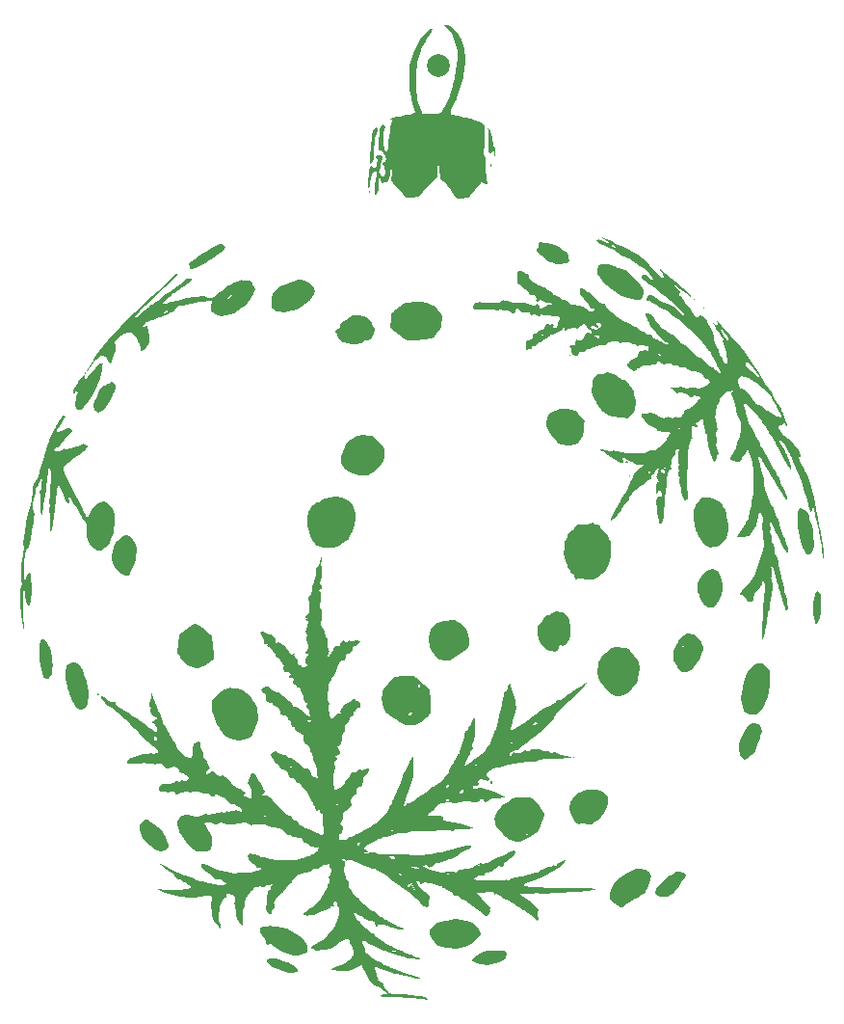
<source format=gtl>
G04 #@! TF.GenerationSoftware,KiCad,Pcbnew,6.0.9-8da3e8f707~117~ubuntu22.04.1*
G04 #@! TF.CreationDate,2022-12-11T16:37:25-08:00*
G04 #@! TF.ProjectId,2022-xmas-ball,32303232-2d78-46d6-9173-2d62616c6c2e,rev?*
G04 #@! TF.SameCoordinates,Original*
G04 #@! TF.FileFunction,Copper,L1,Top*
G04 #@! TF.FilePolarity,Positive*
%FSLAX46Y46*%
G04 Gerber Fmt 4.6, Leading zero omitted, Abs format (unit mm)*
G04 Created by KiCad (PCBNEW 6.0.9-8da3e8f707~117~ubuntu22.04.1) date 2022-12-11 16:37:25*
%MOMM*%
%LPD*%
G01*
G04 APERTURE LIST*
G04 #@! TA.AperFunction,ViaPad*
%ADD10C,2.010000*%
G04 #@! TD*
G04 APERTURE END LIST*
G04 #@! TO.C,G\u002A\u002A\u002A*
G36*
X94793325Y-127869297D02*
G01*
X94797547Y-127867019D01*
X97139050Y-127867019D01*
X97140690Y-127936061D01*
X97170687Y-127974037D01*
X97258726Y-128015155D01*
X97316972Y-127978243D01*
X97319598Y-127959592D01*
X97268810Y-127889825D01*
X97223869Y-127865866D01*
X97139050Y-127867019D01*
X94797547Y-127867019D01*
X95067045Y-127721603D01*
X95085929Y-127711432D01*
X95277932Y-127601759D01*
X97255779Y-127601759D01*
X97287688Y-127633668D01*
X97319598Y-127601759D01*
X97287688Y-127569849D01*
X97255779Y-127601759D01*
X95277932Y-127601759D01*
X95337436Y-127567770D01*
X95583886Y-127413593D01*
X95756030Y-127293857D01*
X95979643Y-127108228D01*
X96215865Y-126886632D01*
X96248279Y-126853224D01*
X98113986Y-126853224D01*
X98132418Y-126994625D01*
X98154556Y-127049888D01*
X98201254Y-127059357D01*
X98220508Y-127059296D01*
X98247311Y-127027387D01*
X100510553Y-127027387D01*
X100545013Y-127112315D01*
X100574372Y-127123115D01*
X100630991Y-127071425D01*
X100638191Y-127027387D01*
X100603730Y-126942458D01*
X100574372Y-126931658D01*
X100517753Y-126983349D01*
X100510553Y-127027387D01*
X98247311Y-127027387D01*
X98263589Y-127008008D01*
X98253289Y-126915703D01*
X98221854Y-126765326D01*
X98213937Y-126688570D01*
X98179524Y-126634327D01*
X98153173Y-126642045D01*
X98115804Y-126725932D01*
X98113986Y-126853224D01*
X96248279Y-126853224D01*
X96442817Y-126652718D01*
X96638616Y-126430137D01*
X96781380Y-126242537D01*
X96849230Y-126113567D01*
X96849644Y-126111871D01*
X96892017Y-126006281D01*
X97447236Y-126006281D01*
X97479146Y-126038191D01*
X97511055Y-126006281D01*
X97479146Y-125974372D01*
X97447236Y-126006281D01*
X96892017Y-126006281D01*
X96922601Y-125930069D01*
X96998350Y-125814824D01*
X97082726Y-125685597D01*
X97184893Y-125487947D01*
X97252495Y-125336181D01*
X97351206Y-125106101D01*
X97480003Y-124816890D01*
X97613880Y-124524550D01*
X97637195Y-124474623D01*
X97753830Y-124207802D01*
X97891715Y-123864762D01*
X98033160Y-123490838D01*
X98154003Y-123150377D01*
X98261214Y-122851778D01*
X98360977Y-122602432D01*
X98443611Y-122424580D01*
X98499439Y-122340461D01*
X98508110Y-122336683D01*
X98566555Y-122281453D01*
X98650957Y-122135463D01*
X98744655Y-121928270D01*
X98759970Y-121889950D01*
X98878625Y-121620514D01*
X98973872Y-121474351D01*
X99044225Y-121451665D01*
X99088199Y-121552665D01*
X99104311Y-121777556D01*
X99103992Y-121842085D01*
X99100858Y-122128968D01*
X99098857Y-122459938D01*
X99098433Y-122694166D01*
X99093645Y-122862692D01*
X99075553Y-123032554D01*
X99038991Y-123224574D01*
X98978789Y-123459575D01*
X98889781Y-123758380D01*
X98766799Y-124141810D01*
X98655931Y-124477112D01*
X98526986Y-124865146D01*
X98412818Y-125210373D01*
X98319213Y-125495156D01*
X98251959Y-125701859D01*
X98216844Y-125812844D01*
X98213065Y-125826790D01*
X98262126Y-125846382D01*
X98273402Y-125846733D01*
X98341063Y-125795370D01*
X98419265Y-125671808D01*
X98419547Y-125671231D01*
X98508212Y-125559547D01*
X100127638Y-125559547D01*
X100159548Y-125591457D01*
X100191457Y-125559547D01*
X100159548Y-125527638D01*
X100127638Y-125559547D01*
X98508212Y-125559547D01*
X98526228Y-125536854D01*
X98622991Y-125516434D01*
X98720584Y-125492976D01*
X98879474Y-125417495D01*
X99064543Y-125311499D01*
X99189640Y-125229816D01*
X101680569Y-125229816D01*
X101689330Y-125267756D01*
X101723115Y-125272362D01*
X101775646Y-125249011D01*
X101765661Y-125229816D01*
X101689923Y-125222178D01*
X101680569Y-125229816D01*
X99189640Y-125229816D01*
X99240670Y-125196496D01*
X99372734Y-125093994D01*
X99425617Y-125025500D01*
X99425628Y-125024892D01*
X99477367Y-124973472D01*
X99601861Y-124906416D01*
X99602686Y-124906051D01*
X99712361Y-124843921D01*
X100648478Y-124843921D01*
X100664006Y-124879586D01*
X100728265Y-124948099D01*
X100765208Y-124934045D01*
X100765829Y-124925123D01*
X100720500Y-124871144D01*
X100692149Y-124851443D01*
X100648478Y-124843921D01*
X99712361Y-124843921D01*
X99716582Y-124841530D01*
X99909869Y-124717189D01*
X100108178Y-124583115D01*
X103127135Y-124583115D01*
X103171588Y-124675563D01*
X103271108Y-124698802D01*
X103374937Y-124654988D01*
X103410181Y-124598495D01*
X104020603Y-124598495D01*
X104041635Y-124690702D01*
X104096895Y-124663061D01*
X104113606Y-124638580D01*
X104105603Y-124556616D01*
X104085463Y-124539085D01*
X104029963Y-124552951D01*
X104020603Y-124598495D01*
X103410181Y-124598495D01*
X103427739Y-124570352D01*
X103478253Y-124466893D01*
X103517493Y-124442713D01*
X103553329Y-124410804D01*
X104339698Y-124410804D01*
X104371608Y-124442713D01*
X104403517Y-124410804D01*
X104371608Y-124378894D01*
X104339698Y-124410804D01*
X103553329Y-124410804D01*
X103572278Y-124393932D01*
X103573869Y-124378894D01*
X103522729Y-124327956D01*
X103405193Y-124318033D01*
X103275091Y-124347268D01*
X103203718Y-124391658D01*
X103136279Y-124519706D01*
X103127135Y-124583115D01*
X100108178Y-124583115D01*
X100159037Y-124548730D01*
X100440578Y-124351854D01*
X100557590Y-124268235D01*
X100812725Y-124086390D01*
X101600516Y-124086390D01*
X101612249Y-124169164D01*
X101634035Y-124170153D01*
X101649269Y-124084738D01*
X101639073Y-124047833D01*
X101615694Y-124027889D01*
X101914573Y-124027889D01*
X101967256Y-124107067D01*
X102034397Y-124123618D01*
X102175403Y-124077266D01*
X102233668Y-124027889D01*
X102270351Y-123961962D01*
X102214922Y-123935765D01*
X102113844Y-123932161D01*
X101958475Y-123958454D01*
X101914573Y-124027889D01*
X101615694Y-124027889D01*
X101610735Y-124023659D01*
X101600516Y-124086390D01*
X100812725Y-124086390D01*
X100846044Y-124062642D01*
X101111579Y-123876801D01*
X101330547Y-123727017D01*
X101479300Y-123629595D01*
X101513504Y-123609130D01*
X101645433Y-123497005D01*
X101813951Y-123299586D01*
X101998790Y-123045855D01*
X102027359Y-123001465D01*
X103898003Y-123001465D01*
X103909736Y-123084240D01*
X103931522Y-123085228D01*
X103946757Y-122999813D01*
X103936560Y-122962908D01*
X103908223Y-122938735D01*
X103898003Y-123001465D01*
X102027359Y-123001465D01*
X102179681Y-122764794D01*
X102222916Y-122687688D01*
X102361306Y-122687688D01*
X102393216Y-122719598D01*
X102425125Y-122687688D01*
X102393216Y-122655779D01*
X102361306Y-122687688D01*
X102222916Y-122687688D01*
X102336354Y-122485383D01*
X102414590Y-122320728D01*
X102501456Y-122148917D01*
X102581246Y-122039053D01*
X102616761Y-122017588D01*
X102658565Y-121978861D01*
X102649190Y-121954898D01*
X102658712Y-121869023D01*
X102727692Y-121724802D01*
X102773062Y-121652898D01*
X102872782Y-121482286D01*
X102930190Y-121337859D01*
X102935678Y-121300763D01*
X102980038Y-121205679D01*
X103031407Y-121187939D01*
X103111044Y-121135377D01*
X103127135Y-121070292D01*
X103147959Y-120949149D01*
X103201865Y-120749705D01*
X103276001Y-120512747D01*
X103357519Y-120279062D01*
X103433567Y-120089437D01*
X103441936Y-120071105D01*
X103495767Y-119915752D01*
X103537611Y-119736055D01*
X103590157Y-119453402D01*
X103632887Y-119275518D01*
X103672945Y-119180664D01*
X103717475Y-119147103D01*
X103731620Y-119145728D01*
X103790974Y-119092685D01*
X103886815Y-118953717D01*
X104002750Y-118759068D01*
X104122386Y-118538983D01*
X104229329Y-118323703D01*
X104307184Y-118143474D01*
X104339559Y-118028539D01*
X104339698Y-118023931D01*
X104370693Y-117942167D01*
X104394353Y-117933166D01*
X104439567Y-117992258D01*
X104477770Y-118150895D01*
X104507799Y-118381117D01*
X104528488Y-118654965D01*
X104538672Y-118944480D01*
X104537185Y-119221701D01*
X104522863Y-119458670D01*
X104494540Y-119627427D01*
X104467484Y-119688013D01*
X104416040Y-119804262D01*
X104380172Y-119980512D01*
X104377309Y-120007987D01*
X104342073Y-120177303D01*
X104282805Y-120288115D01*
X104271049Y-120297458D01*
X104219359Y-120356085D01*
X104242839Y-120452988D01*
X104271354Y-120509383D01*
X104322971Y-120678044D01*
X104295939Y-120809672D01*
X104198737Y-120868365D01*
X104186454Y-120868844D01*
X104097941Y-120922229D01*
X104039413Y-121040686D01*
X104038750Y-121161665D01*
X104047690Y-121180137D01*
X104035271Y-121261852D01*
X103987991Y-121316161D01*
X103907195Y-121426606D01*
X103892965Y-121486326D01*
X103859029Y-121592394D01*
X103773833Y-121749957D01*
X103733417Y-121812421D01*
X103609613Y-122016805D01*
X103576392Y-122134758D01*
X103633854Y-122169878D01*
X103742603Y-122141733D01*
X103802385Y-122110619D01*
X104509112Y-122110619D01*
X104516330Y-122190226D01*
X104602296Y-122209045D01*
X104696688Y-122179269D01*
X104707988Y-122133260D01*
X104636608Y-122044427D01*
X104548359Y-122054474D01*
X104509112Y-122110619D01*
X103802385Y-122110619D01*
X103897070Y-122061340D01*
X104091090Y-121932584D01*
X104283367Y-121786178D01*
X104432607Y-121652833D01*
X104486462Y-121588529D01*
X104571836Y-121514585D01*
X104604756Y-121507035D01*
X104710098Y-121462833D01*
X104781692Y-121411306D01*
X105998995Y-121411306D01*
X106030904Y-121443216D01*
X106062814Y-121411306D01*
X106030904Y-121379397D01*
X105998995Y-121411306D01*
X104781692Y-121411306D01*
X104870020Y-121347735D01*
X105056324Y-121188007D01*
X105089450Y-121156030D01*
X106126633Y-121156030D01*
X106158542Y-121187939D01*
X106190452Y-121156030D01*
X106158542Y-121124120D01*
X106126633Y-121156030D01*
X105089450Y-121156030D01*
X105240817Y-121009913D01*
X105395302Y-120839716D01*
X105491584Y-120703682D01*
X105506999Y-120666582D01*
X105576944Y-120519764D01*
X105666547Y-120439719D01*
X105802438Y-120342998D01*
X107610520Y-120342998D01*
X107642336Y-120385290D01*
X107690734Y-120375412D01*
X107713023Y-120316152D01*
X107772281Y-120164016D01*
X107808752Y-120108717D01*
X107846546Y-120053213D01*
X107801800Y-120069517D01*
X107738065Y-120108113D01*
X107613209Y-120226009D01*
X107610520Y-120342998D01*
X105802438Y-120342998D01*
X105817574Y-120332225D01*
X105869457Y-120149314D01*
X105869660Y-120134924D01*
X105884515Y-120071105D01*
X107339196Y-120071105D01*
X107371105Y-120103015D01*
X107403015Y-120071105D01*
X107371105Y-120039196D01*
X107339196Y-120071105D01*
X105884515Y-120071105D01*
X105896867Y-120018042D01*
X105968524Y-119826231D01*
X106001515Y-119752010D01*
X106573367Y-119752010D01*
X106605276Y-119783919D01*
X106637186Y-119752010D01*
X106605276Y-119720100D01*
X106573367Y-119752010D01*
X106001515Y-119752010D01*
X106070083Y-119597748D01*
X106088034Y-119560553D01*
X108934673Y-119560553D01*
X108966583Y-119592462D01*
X108998492Y-119560553D01*
X108966583Y-119528643D01*
X108934673Y-119560553D01*
X106088034Y-119560553D01*
X106227722Y-119257958D01*
X106341450Y-118967360D01*
X106440269Y-118653842D01*
X106535230Y-118282489D01*
X106633383Y-117837437D01*
X106745804Y-117305499D01*
X106853620Y-116800766D01*
X106946864Y-116369598D01*
X107406022Y-116369598D01*
X107437691Y-116376159D01*
X107500114Y-116310437D01*
X107558825Y-116204069D01*
X107558433Y-116152738D01*
X107504633Y-116166526D01*
X107442333Y-116249969D01*
X107406839Y-116352834D01*
X107406022Y-116369598D01*
X106946864Y-116369598D01*
X106949392Y-116357908D01*
X107013856Y-116064626D01*
X107074857Y-115875702D01*
X107154332Y-115727895D01*
X107166060Y-115713621D01*
X107248502Y-115588106D01*
X107340868Y-115400335D01*
X107375349Y-115316583D01*
X107467417Y-115095369D01*
X107534275Y-114991608D01*
X107587415Y-115000502D01*
X107638327Y-115117255D01*
X107661741Y-115197049D01*
X107720962Y-115399155D01*
X107803615Y-115666105D01*
X107892314Y-115941807D01*
X107896582Y-115954774D01*
X107973032Y-116220688D01*
X108027128Y-116474252D01*
X108048157Y-116664352D01*
X108048041Y-116677448D01*
X108061416Y-116873642D01*
X108102434Y-117033370D01*
X108109728Y-117048487D01*
X108142628Y-117191015D01*
X108119719Y-117251190D01*
X108079649Y-117346150D01*
X108024886Y-117530866D01*
X107965651Y-117769911D01*
X107950594Y-117837437D01*
X107891606Y-118093689D01*
X107835212Y-118313732D01*
X107791774Y-118457680D01*
X107784792Y-118475628D01*
X107722803Y-118647448D01*
X107694212Y-118746859D01*
X107648023Y-118923849D01*
X107622209Y-119017689D01*
X107614009Y-119108406D01*
X107684712Y-119106958D01*
X107701982Y-119100651D01*
X107809489Y-119048587D01*
X107985044Y-118952762D01*
X108197936Y-118831216D01*
X108417451Y-118701990D01*
X108501004Y-118651170D01*
X109548311Y-118651170D01*
X109609080Y-118678904D01*
X109654682Y-118669628D01*
X109771190Y-118639046D01*
X109917090Y-118605077D01*
X110041883Y-118572504D01*
X110052987Y-118536311D01*
X109966539Y-118469600D01*
X109855509Y-118410643D01*
X109754890Y-118429729D01*
X109670725Y-118480099D01*
X109569776Y-118574073D01*
X109548311Y-118651170D01*
X108501004Y-118651170D01*
X108612877Y-118583125D01*
X108753500Y-118492662D01*
X108807035Y-118451533D01*
X108872543Y-118393834D01*
X109007559Y-118288052D01*
X109097824Y-118220352D01*
X110211055Y-118220352D01*
X110242965Y-118252261D01*
X110274874Y-118220352D01*
X110242965Y-118188442D01*
X110211055Y-118220352D01*
X109097824Y-118220352D01*
X109126130Y-118199122D01*
X109299202Y-118071078D01*
X109538636Y-117893463D01*
X109808455Y-117692983D01*
X109997433Y-117552382D01*
X110258213Y-117367348D01*
X110508552Y-117205627D01*
X110716100Y-117087274D01*
X110827081Y-117038090D01*
X111061455Y-116945997D01*
X111293822Y-116828111D01*
X111489876Y-116704695D01*
X111615312Y-116596013D01*
X111639175Y-116558394D01*
X111723580Y-116486685D01*
X111831018Y-116465326D01*
X111992951Y-116424062D01*
X112136161Y-116336415D01*
X112250771Y-116249929D01*
X112444567Y-116116524D01*
X112688015Y-115956147D01*
X112891457Y-115826363D01*
X113190839Y-115634185D01*
X113499880Y-115429233D01*
X113772665Y-115242231D01*
X113896608Y-115153784D01*
X114118495Y-115002095D01*
X114250649Y-114935063D01*
X114295049Y-114948574D01*
X114253676Y-115038514D01*
X114128509Y-115200771D01*
X113921530Y-115431231D01*
X113634717Y-115725780D01*
X113608887Y-115751489D01*
X113330691Y-116023392D01*
X113047344Y-116292749D01*
X112787883Y-116532428D01*
X112581348Y-116715299D01*
X112539917Y-116750181D01*
X112137503Y-117101940D01*
X111836600Y-117408424D01*
X111625164Y-117682638D01*
X111539685Y-117830227D01*
X111398814Y-118044640D01*
X111170788Y-118315973D01*
X110873190Y-118628200D01*
X110523606Y-118965293D01*
X110139618Y-119311227D01*
X109738812Y-119649974D01*
X109338770Y-119965508D01*
X108957076Y-120241802D01*
X108730393Y-120390728D01*
X108546126Y-120523184D01*
X108401979Y-120657400D01*
X108352649Y-120723594D01*
X108237694Y-120839478D01*
X108075875Y-120868844D01*
X107849996Y-120927596D01*
X107655881Y-121057708D01*
X107542199Y-121168217D01*
X107500806Y-121237541D01*
X107514698Y-121249165D01*
X107582556Y-121304094D01*
X107594865Y-121363442D01*
X107612617Y-121408402D01*
X107667428Y-121335541D01*
X107686714Y-121299807D01*
X107780721Y-121126188D01*
X107846347Y-121044766D01*
X107913884Y-121034384D01*
X108011538Y-121072935D01*
X108190422Y-121100127D01*
X108422326Y-121066682D01*
X108655400Y-120984728D01*
X108817593Y-120884407D01*
X108910469Y-120830725D01*
X109010310Y-120855312D01*
X109085198Y-120900710D01*
X109205177Y-120967793D01*
X109282740Y-120953593D01*
X109360055Y-120873808D01*
X109492069Y-120770781D01*
X109621930Y-120745022D01*
X109708942Y-120802726D01*
X109716007Y-120819629D01*
X109765400Y-120857800D01*
X109876330Y-120809648D01*
X109903632Y-120792244D01*
X110024480Y-120724237D01*
X110102398Y-120732845D01*
X110172225Y-120793595D01*
X110307991Y-120866785D01*
X110542835Y-120904783D01*
X110675973Y-120911261D01*
X110908122Y-120925470D01*
X111038027Y-120957100D01*
X111090629Y-121012825D01*
X111093247Y-121022944D01*
X111110294Y-121095013D01*
X111146775Y-121116565D01*
X111241159Y-121092055D01*
X111353186Y-121053044D01*
X111515787Y-121014417D01*
X111626919Y-121046067D01*
X111665850Y-121075822D01*
X111822132Y-121162702D01*
X112082128Y-121251776D01*
X112422269Y-121335675D01*
X112620838Y-121374425D01*
X112846677Y-121428185D01*
X112953212Y-121486131D01*
X112947246Y-121536338D01*
X112877509Y-121546746D01*
X112699455Y-121559055D01*
X112432373Y-121572339D01*
X112095553Y-121585674D01*
X111708286Y-121598133D01*
X111591446Y-121601392D01*
X111135477Y-121614900D01*
X110787617Y-121628953D01*
X110528347Y-121645605D01*
X110338144Y-121666910D01*
X110197490Y-121694923D01*
X110086865Y-121731698D01*
X110008448Y-121768000D01*
X109812295Y-121845156D01*
X109666719Y-121858627D01*
X109646451Y-121852362D01*
X109523665Y-121819482D01*
X109479079Y-121820669D01*
X109388502Y-121835371D01*
X109209200Y-121859961D01*
X108979188Y-121889235D01*
X108968526Y-121890546D01*
X108666457Y-121931435D01*
X108346707Y-121980549D01*
X108136934Y-122016703D01*
X107843218Y-122068823D01*
X107524729Y-122121828D01*
X107376988Y-122144992D01*
X107169512Y-122184535D01*
X107017422Y-122228513D01*
X106962163Y-122259627D01*
X106881078Y-122301715D01*
X106719499Y-122342020D01*
X106630159Y-122356334D01*
X106347916Y-122411644D01*
X106071070Y-122495786D01*
X105830442Y-122596091D01*
X105656854Y-122699886D01*
X105583099Y-122786794D01*
X105523420Y-122888197D01*
X105478779Y-122911055D01*
X105477703Y-122955057D01*
X105543832Y-123068301D01*
X105620799Y-123172289D01*
X105738337Y-123333064D01*
X105776967Y-123428368D01*
X105746397Y-123484592D01*
X105737845Y-123490407D01*
X105610252Y-123545291D01*
X105553665Y-123510003D01*
X105552261Y-123494277D01*
X105499417Y-123462808D01*
X105400194Y-123468377D01*
X105267174Y-123465298D01*
X105204970Y-123427618D01*
X105101438Y-123361752D01*
X104961737Y-123383334D01*
X104833648Y-123483663D01*
X104823778Y-123497032D01*
X104762900Y-123625301D01*
X104798722Y-123723602D01*
X104832512Y-123816843D01*
X104763963Y-123918161D01*
X104664159Y-123988877D01*
X104560041Y-123963733D01*
X104521571Y-123940986D01*
X104391768Y-123899627D01*
X104321978Y-123966268D01*
X104319996Y-124132443D01*
X104324082Y-124155544D01*
X104361779Y-124260360D01*
X104443910Y-124269371D01*
X104510055Y-124247147D01*
X104666626Y-124211065D01*
X104872623Y-124191913D01*
X105082211Y-124190357D01*
X105249556Y-124207066D01*
X105323553Y-124235301D01*
X105420721Y-124277923D01*
X105509693Y-124291852D01*
X105694586Y-124327588D01*
X105949249Y-124406677D01*
X106230773Y-124512509D01*
X106496251Y-124628474D01*
X106702774Y-124737963D01*
X106757476Y-124774871D01*
X106906421Y-124858988D01*
X107024940Y-124889447D01*
X107141275Y-124915707D01*
X107179351Y-124969521D01*
X107125741Y-125013441D01*
X107071731Y-125019948D01*
X106865099Y-125030372D01*
X106590448Y-125052140D01*
X106306300Y-125079917D01*
X106071181Y-125108369D01*
X106023711Y-125115473D01*
X105842249Y-125178900D01*
X105710679Y-125273610D01*
X105574503Y-125372180D01*
X105434237Y-125400518D01*
X105329215Y-125358743D01*
X105296985Y-125272362D01*
X105265536Y-125177610D01*
X105150037Y-125145546D01*
X105112355Y-125144723D01*
X104958176Y-125177587D01*
X104889439Y-125244497D01*
X104826204Y-125310487D01*
X104786883Y-125304550D01*
X104727552Y-125304636D01*
X104722613Y-125324437D01*
X104667058Y-125386681D01*
X104528432Y-125420201D01*
X104348797Y-125421449D01*
X104170211Y-125386877D01*
X104134975Y-125374004D01*
X103965689Y-125327351D01*
X103760629Y-125321884D01*
X103510050Y-125350441D01*
X103278828Y-125390560D01*
X103088896Y-125433451D01*
X102991140Y-125465829D01*
X102868922Y-125488815D01*
X102677872Y-125486147D01*
X102576316Y-125475104D01*
X102388148Y-125440894D01*
X102292083Y-125392249D01*
X102252931Y-125305364D01*
X102244900Y-125250925D01*
X102208961Y-125123282D01*
X102135628Y-125105091D01*
X102127997Y-125107798D01*
X102028512Y-125140483D01*
X102005082Y-125144723D01*
X101981343Y-125196827D01*
X101978392Y-125240452D01*
X102012852Y-125325380D01*
X102042211Y-125336181D01*
X102104190Y-125383280D01*
X102106030Y-125397997D01*
X102059772Y-125434362D01*
X102016757Y-125425556D01*
X101912653Y-125434140D01*
X101883748Y-125462064D01*
X101795339Y-125503722D01*
X101719474Y-125494573D01*
X101550607Y-125494279D01*
X101347503Y-125563587D01*
X101156559Y-125678016D01*
X101024173Y-125813086D01*
X100995410Y-125876603D01*
X100913713Y-126050506D01*
X100778822Y-126206489D01*
X100626542Y-126311908D01*
X100493373Y-126334302D01*
X100414496Y-126325929D01*
X100441747Y-126383004D01*
X100450900Y-126394217D01*
X100490004Y-126466711D01*
X100422638Y-126484924D01*
X100330500Y-126523282D01*
X100337657Y-126604027D01*
X100382914Y-126644472D01*
X100441614Y-126636996D01*
X100446733Y-126612028D01*
X100495931Y-126568829D01*
X100570896Y-126579550D01*
X100695674Y-126600598D01*
X100903013Y-126617781D01*
X101145835Y-126627316D01*
X101410800Y-126640843D01*
X101579842Y-126674072D01*
X101684038Y-126733961D01*
X101701664Y-126751757D01*
X101758606Y-126840479D01*
X101733007Y-126867839D01*
X101663309Y-126910935D01*
X101659296Y-126931658D01*
X101712579Y-126984024D01*
X101783168Y-126995477D01*
X101907182Y-127027484D01*
X101949918Y-127064856D01*
X102038166Y-127106428D01*
X102125866Y-127099436D01*
X102267306Y-127098049D01*
X102335462Y-127128149D01*
X102433315Y-127166566D01*
X102619761Y-127208544D01*
X102856325Y-127245584D01*
X102881245Y-127248688D01*
X103186026Y-127303210D01*
X103506168Y-127387573D01*
X103733417Y-127468178D01*
X103948863Y-127553057D01*
X104128844Y-127612407D01*
X104224248Y-127632153D01*
X104339799Y-127666966D01*
X104371608Y-127697487D01*
X104332369Y-127730651D01*
X104174649Y-127754992D01*
X103907377Y-127769322D01*
X103816957Y-127771331D01*
X103358891Y-127783641D01*
X103016279Y-127804286D01*
X102777098Y-127835159D01*
X102629327Y-127878147D01*
X102560944Y-127935143D01*
X102552764Y-127970098D01*
X102513482Y-127987570D01*
X102441080Y-127942875D01*
X102293093Y-127880088D01*
X102169849Y-127876784D01*
X102062639Y-127885874D01*
X101854267Y-127896221D01*
X101571196Y-127907071D01*
X101239887Y-127917672D01*
X100886800Y-127927270D01*
X100538398Y-127935111D01*
X100221142Y-127940443D01*
X99961492Y-127942511D01*
X99872362Y-127942194D01*
X99684155Y-127942402D01*
X99521357Y-127944470D01*
X99329747Y-127947765D01*
X99100832Y-127951155D01*
X99056177Y-127951750D01*
X98876808Y-127970974D01*
X98765977Y-128015534D01*
X98751953Y-128033810D01*
X98667535Y-128082405D01*
X98465699Y-128109746D01*
X98291755Y-128115310D01*
X98046834Y-128131181D01*
X97760445Y-128170878D01*
X97467509Y-128226974D01*
X97202948Y-128292043D01*
X97001683Y-128358658D01*
X96907965Y-128409586D01*
X96810684Y-128442936D01*
X96640066Y-128461764D01*
X96572914Y-128463316D01*
X96388289Y-128477007D01*
X96307105Y-128523139D01*
X96298492Y-128559045D01*
X96242036Y-128635423D01*
X96119799Y-128654774D01*
X95966083Y-128675709D01*
X95878153Y-128717726D01*
X95796199Y-128772897D01*
X95628924Y-128868370D01*
X95405420Y-128987868D01*
X95279241Y-129052776D01*
X95043404Y-129178908D01*
X94854904Y-129291782D01*
X94740504Y-129374763D01*
X94719078Y-129400904D01*
X94753270Y-129477748D01*
X94868806Y-129566330D01*
X94890402Y-129578046D01*
X95043825Y-129679662D01*
X95071292Y-129761636D01*
X94972742Y-129825339D01*
X94878517Y-129850281D01*
X94671105Y-129893853D01*
X94862563Y-129933443D01*
X95038091Y-129938106D01*
X95120610Y-129894107D01*
X95252919Y-129820550D01*
X95450389Y-129793843D01*
X95659578Y-129813662D01*
X95827045Y-129879685D01*
X95850967Y-129898530D01*
X96028096Y-129990681D01*
X96221672Y-129998765D01*
X96353385Y-129989377D01*
X96515984Y-129983384D01*
X96731325Y-129980582D01*
X97021265Y-129980765D01*
X97407658Y-129983728D01*
X97606784Y-129985784D01*
X98000361Y-129994764D01*
X98359589Y-130011738D01*
X98651529Y-130034766D01*
X98819347Y-130057127D01*
X98927152Y-130063440D01*
X99127957Y-130064472D01*
X99387264Y-130060934D01*
X99670576Y-130053537D01*
X99943394Y-130042994D01*
X100171221Y-130030016D01*
X100185935Y-130028934D01*
X100206259Y-130026884D01*
X101914573Y-130026884D01*
X101946482Y-130058794D01*
X101978392Y-130026884D01*
X101946482Y-129994975D01*
X101914573Y-130026884D01*
X100206259Y-130026884D01*
X100564324Y-129990768D01*
X100948766Y-129935232D01*
X101300686Y-129869094D01*
X101581509Y-129799124D01*
X101676543Y-129767381D01*
X101875138Y-129706999D01*
X101892593Y-129704022D01*
X102935678Y-129704022D01*
X102968998Y-129791340D01*
X102999497Y-129803517D01*
X103061490Y-129757713D01*
X103063316Y-129743465D01*
X103016926Y-129657032D01*
X102999497Y-129643970D01*
X103190955Y-129643970D01*
X103222864Y-129675879D01*
X103254774Y-129643970D01*
X103222864Y-129612060D01*
X103190955Y-129643970D01*
X102999497Y-129643970D01*
X102944862Y-129658437D01*
X102935678Y-129704022D01*
X101892593Y-129704022D01*
X102052750Y-129676706D01*
X102076278Y-129675879D01*
X102247638Y-129651806D01*
X102346217Y-129615663D01*
X102508511Y-129549341D01*
X102758450Y-129471496D01*
X103057762Y-129391482D01*
X103368173Y-129318652D01*
X103651410Y-129262361D01*
X103869199Y-129231963D01*
X103927723Y-129229145D01*
X104114394Y-129241388D01*
X104202084Y-129280711D01*
X104187189Y-129351010D01*
X104066104Y-129456179D01*
X103835225Y-129600114D01*
X103490947Y-129786709D01*
X103339779Y-129864452D01*
X103077776Y-130003975D01*
X102859893Y-130131601D01*
X102710700Y-130232178D01*
X102655727Y-130286320D01*
X102569831Y-130364820D01*
X102506001Y-130377889D01*
X102385523Y-130399676D01*
X102195166Y-130455867D01*
X102041310Y-130510156D01*
X101814361Y-130595739D01*
X101608795Y-130672999D01*
X101514577Y-130708249D01*
X101329112Y-130744433D01*
X101183329Y-130735268D01*
X101025838Y-130740935D01*
X100945133Y-130811613D01*
X100817529Y-130945339D01*
X100655486Y-131064930D01*
X100508335Y-131136304D01*
X100464443Y-131143718D01*
X100392251Y-131092337D01*
X100382914Y-131047990D01*
X100334477Y-130977187D01*
X100179891Y-130952434D01*
X100159548Y-130952261D01*
X99994108Y-130974389D01*
X99936181Y-131036246D01*
X99992016Y-131102998D01*
X100137173Y-131189416D01*
X100338129Y-131280517D01*
X100561360Y-131361317D01*
X100773343Y-131416834D01*
X100797738Y-131421311D01*
X100977900Y-131457943D01*
X101206344Y-131511324D01*
X101296602Y-131534127D01*
X101509583Y-131575089D01*
X101726640Y-131579262D01*
X102001592Y-131546782D01*
X102067212Y-131536076D01*
X102369430Y-131494575D01*
X102570367Y-131493816D01*
X102691042Y-131538008D01*
X102752472Y-131631365D01*
X102763708Y-131675622D01*
X102784935Y-131773604D01*
X102794368Y-131746335D01*
X102799349Y-131671697D01*
X102869536Y-131504107D01*
X103050724Y-131383733D01*
X103333659Y-131315010D01*
X103574815Y-131300075D01*
X103922594Y-131265841D01*
X104248065Y-131177054D01*
X104250972Y-131175628D01*
X104977889Y-131175628D01*
X105009799Y-131207537D01*
X105041708Y-131175628D01*
X105009799Y-131143718D01*
X104977889Y-131175628D01*
X104250972Y-131175628D01*
X104513722Y-131046718D01*
X104654240Y-130925838D01*
X104751282Y-130842406D01*
X104802061Y-130824623D01*
X104819576Y-130863663D01*
X104780323Y-130927712D01*
X104730517Y-131003361D01*
X104783064Y-131012010D01*
X104820373Y-131005041D01*
X104850826Y-130984171D01*
X105679899Y-130984171D01*
X105711809Y-131016080D01*
X105743718Y-130984171D01*
X105711809Y-130952261D01*
X105679899Y-130984171D01*
X104850826Y-130984171D01*
X104921002Y-130936078D01*
X104936755Y-130867877D01*
X104957093Y-130789712D01*
X105056785Y-130795643D01*
X105064393Y-130797900D01*
X105198781Y-130834708D01*
X105288001Y-130831562D01*
X105409471Y-130784076D01*
X105424623Y-130777480D01*
X105548694Y-130724091D01*
X105757765Y-130634728D01*
X105836314Y-130601256D01*
X106892462Y-130601256D01*
X106924372Y-130633166D01*
X106956281Y-130601256D01*
X106924372Y-130569346D01*
X106892462Y-130601256D01*
X105836314Y-130601256D01*
X106019334Y-130523266D01*
X106222362Y-130436932D01*
X106549231Y-130292904D01*
X106892028Y-130133439D01*
X107197009Y-129983849D01*
X107318200Y-129920840D01*
X107634896Y-129765886D01*
X107861704Y-129690095D01*
X108007406Y-129691659D01*
X108079111Y-129764219D01*
X108050756Y-129845993D01*
X107945954Y-129984882D01*
X107787457Y-130157687D01*
X107598018Y-130341204D01*
X107400388Y-130512232D01*
X107217321Y-130647569D01*
X107205199Y-130655387D01*
X107078871Y-130768141D01*
X107020557Y-130883789D01*
X107020100Y-130892464D01*
X106970372Y-131024670D01*
X106854523Y-131095028D01*
X106722557Y-131080733D01*
X106678477Y-131048254D01*
X106616838Y-131006436D01*
X106543665Y-131018985D01*
X106432256Y-131098590D01*
X106275312Y-131239838D01*
X106100978Y-131387693D01*
X105949137Y-131491247D01*
X105859305Y-131526633D01*
X105743702Y-131560143D01*
X105711664Y-131590686D01*
X105627117Y-131625597D01*
X105516440Y-131615677D01*
X105399931Y-131605418D01*
X105362135Y-131672758D01*
X105360804Y-131706871D01*
X105308637Y-131828539D01*
X105180364Y-131886627D01*
X105018326Y-131865114D01*
X104984495Y-131849264D01*
X104875050Y-131795859D01*
X104834031Y-131781909D01*
X104768527Y-131820576D01*
X104658688Y-131914254D01*
X104539088Y-132029462D01*
X104444298Y-132132716D01*
X104408893Y-132190535D01*
X104409993Y-132192573D01*
X104497815Y-132220355D01*
X104684332Y-132245341D01*
X104940612Y-132266480D01*
X105237723Y-132282723D01*
X105546734Y-132293022D01*
X105838713Y-132296326D01*
X106084729Y-132291586D01*
X106255850Y-132277752D01*
X106316206Y-132261717D01*
X106423758Y-132253315D01*
X106458460Y-132268421D01*
X106641985Y-132322099D01*
X106885558Y-132314746D01*
X107070531Y-132270972D01*
X107255414Y-132233298D01*
X107393845Y-132272189D01*
X107405581Y-132279254D01*
X107501635Y-132325154D01*
X107530306Y-132287711D01*
X107530653Y-132275603D01*
X107584939Y-132212688D01*
X107751116Y-132142037D01*
X108034159Y-132061994D01*
X108439044Y-131970901D01*
X108456030Y-131967379D01*
X108676717Y-131914917D01*
X108960807Y-131838190D01*
X109043567Y-131813819D01*
X110147236Y-131813819D01*
X110179146Y-131845728D01*
X110211055Y-131813819D01*
X110179146Y-131781909D01*
X110147236Y-131813819D01*
X109043567Y-131813819D01*
X109250479Y-131752888D01*
X109278158Y-131744294D01*
X109526308Y-131675246D01*
X109738181Y-131631508D01*
X109876604Y-131620322D01*
X109896507Y-131623805D01*
X110020795Y-131606675D01*
X110076347Y-131539844D01*
X110170491Y-131447688D01*
X110342749Y-131340499D01*
X110554254Y-131236027D01*
X110766138Y-131152022D01*
X110939534Y-131106234D01*
X111021926Y-131108017D01*
X111143208Y-131099254D01*
X111238818Y-131041964D01*
X111408346Y-130967387D01*
X111516775Y-130977823D01*
X111640705Y-130988730D01*
X111678792Y-130927743D01*
X111678894Y-130921779D01*
X111730850Y-130860737D01*
X111863050Y-130768197D01*
X112039993Y-130663585D01*
X112226180Y-130566325D01*
X112386108Y-130495844D01*
X112484278Y-130471566D01*
X112495181Y-130475121D01*
X112477796Y-130533026D01*
X112411914Y-130660708D01*
X112381132Y-130714176D01*
X112247790Y-130876024D01*
X112046413Y-131049860D01*
X111894973Y-131152998D01*
X111662748Y-131295544D01*
X111434877Y-131438501D01*
X111307012Y-131520750D01*
X111114430Y-131630510D01*
X110866734Y-131750425D01*
X110695618Y-131823081D01*
X110477129Y-131918181D01*
X110294961Y-132013204D01*
X110205686Y-132073954D01*
X110099387Y-132144587D01*
X109931688Y-132211039D01*
X109680064Y-132280773D01*
X109368055Y-132351479D01*
X109139330Y-132423590D01*
X108949055Y-132525083D01*
X108830279Y-132635433D01*
X108807035Y-132699944D01*
X108869048Y-132753911D01*
X109047875Y-132804532D01*
X109332702Y-132849842D01*
X109712712Y-132887877D01*
X109923869Y-132902853D01*
X110078111Y-132909605D01*
X110340364Y-132917807D01*
X110691015Y-132927063D01*
X111110452Y-132936976D01*
X111579061Y-132947149D01*
X112077228Y-132957187D01*
X112585342Y-132966693D01*
X113083787Y-132975269D01*
X113552952Y-132982520D01*
X113973222Y-132988049D01*
X114295477Y-132991241D01*
X114688608Y-132997880D01*
X114956010Y-133010875D01*
X115099441Y-133030373D01*
X115120658Y-133056520D01*
X115115945Y-133059612D01*
X115032369Y-133096395D01*
X114906276Y-133130673D01*
X114727414Y-133163486D01*
X114485536Y-133195877D01*
X114170392Y-133228887D01*
X113771732Y-133263557D01*
X113279308Y-133300929D01*
X112682870Y-133342043D01*
X112295504Y-133367059D01*
X112317085Y-133345477D01*
X112285176Y-133313568D01*
X112253266Y-133345477D01*
X112276101Y-133368312D01*
X111972169Y-133387940D01*
X111742713Y-133402326D01*
X111306702Y-133424779D01*
X110885151Y-133437864D01*
X110506538Y-133441307D01*
X110199341Y-133434836D01*
X109998170Y-133419059D01*
X109815834Y-133418527D01*
X109599297Y-133449770D01*
X109561002Y-133458765D01*
X109376937Y-133492220D01*
X109279288Y-133471445D01*
X109257550Y-133447325D01*
X109193245Y-133403309D01*
X109073653Y-133433650D01*
X109040572Y-133448184D01*
X108861587Y-133492953D01*
X108713585Y-133453856D01*
X108569686Y-133420534D01*
X108509815Y-133475429D01*
X108548551Y-133603358D01*
X108556859Y-133617114D01*
X108699720Y-133762259D01*
X108960726Y-133933068D01*
X109260369Y-134090266D01*
X109519918Y-134252111D01*
X109767099Y-134466184D01*
X109956677Y-134691194D01*
X110002520Y-134767707D01*
X110056504Y-134921320D01*
X110025349Y-135056676D01*
X110012492Y-135081870D01*
X109967016Y-135236232D01*
X110009105Y-135390146D01*
X110068199Y-135569214D01*
X110079087Y-135717550D01*
X110040796Y-135797495D01*
X110019782Y-135802512D01*
X109939621Y-135762738D01*
X109803883Y-135660937D01*
X109708906Y-135579145D01*
X109558379Y-135452459D01*
X109442414Y-135371514D01*
X109403670Y-135355779D01*
X109329201Y-135312931D01*
X109205699Y-135204110D01*
X109134989Y-135132412D01*
X108994768Y-135000601D01*
X108878795Y-134920391D01*
X108842366Y-134909045D01*
X108739059Y-134872146D01*
X108599812Y-134782612D01*
X108590619Y-134775473D01*
X108431131Y-134664967D01*
X108221761Y-134538135D01*
X108122760Y-134483426D01*
X107907749Y-134357721D01*
X107708333Y-134222911D01*
X107640876Y-134170265D01*
X107485827Y-134067199D01*
X107345860Y-134016628D01*
X107329794Y-134015578D01*
X107214666Y-133976210D01*
X107047006Y-133874221D01*
X106903912Y-133764848D01*
X106730206Y-133635224D01*
X106555979Y-133530860D01*
X106405302Y-133461863D01*
X106302247Y-133438344D01*
X106270887Y-133470412D01*
X106286522Y-133505578D01*
X106302787Y-133558577D01*
X106264132Y-133543029D01*
X106196150Y-133444417D01*
X106190452Y-133405530D01*
X106159047Y-133353176D01*
X106049993Y-133324285D01*
X105841034Y-133313873D01*
X105779783Y-133313568D01*
X105533781Y-133323751D01*
X105315331Y-133350158D01*
X105196796Y-133379082D01*
X105026620Y-133409545D01*
X104872397Y-133344948D01*
X104759339Y-133282433D01*
X104704444Y-133298277D01*
X104684619Y-133338318D01*
X104706541Y-133438715D01*
X104810893Y-133590146D01*
X104893181Y-133680830D01*
X105081701Y-133874818D01*
X105274233Y-134075078D01*
X105344080Y-134148453D01*
X105511640Y-134318989D01*
X105676236Y-134476933D01*
X105716314Y-134513237D01*
X105823792Y-134632617D01*
X105828669Y-134720278D01*
X105814329Y-134741313D01*
X105783431Y-134844891D01*
X105811428Y-134887407D01*
X105845092Y-134999664D01*
X105798909Y-135145854D01*
X105694541Y-135282534D01*
X105576390Y-135358737D01*
X105480941Y-135386523D01*
X105393903Y-135379191D01*
X105292195Y-135323148D01*
X105152739Y-135204799D01*
X104952455Y-135010553D01*
X104904917Y-134963244D01*
X104704032Y-134788594D01*
X104464896Y-134615027D01*
X104361871Y-134550807D01*
X104178583Y-134438467D01*
X104038262Y-134341599D01*
X103988693Y-134299092D01*
X103846277Y-134173487D01*
X103663052Y-134054937D01*
X103488582Y-133972478D01*
X103395855Y-133951759D01*
X103271798Y-133901915D01*
X103216847Y-133845393D01*
X104169514Y-133845393D01*
X104178274Y-133883334D01*
X104212060Y-133887939D01*
X104264590Y-133864589D01*
X104254606Y-133845393D01*
X104178868Y-133837755D01*
X104169514Y-133845393D01*
X103216847Y-133845393D01*
X103164437Y-133791484D01*
X103058509Y-133677775D01*
X102931228Y-133664313D01*
X102900992Y-133670972D01*
X102722802Y-133666294D01*
X102594411Y-133573431D01*
X102552764Y-133440310D01*
X102494060Y-133336181D01*
X102377261Y-133283608D01*
X102208142Y-133214769D01*
X102023107Y-133103283D01*
X101998605Y-133085232D01*
X101854478Y-132986618D01*
X101748677Y-132933577D01*
X101732692Y-132930653D01*
X101655024Y-132881392D01*
X101648660Y-132867169D01*
X101579122Y-132822235D01*
X101413509Y-132761919D01*
X101181339Y-132693579D01*
X100912133Y-132624569D01*
X100635411Y-132562245D01*
X100380694Y-132513963D01*
X100177503Y-132487077D01*
X100110536Y-132483919D01*
X99890908Y-132514550D01*
X99777369Y-132589435D01*
X99720251Y-132646239D01*
X99675917Y-132609536D01*
X99630060Y-132493706D01*
X99554898Y-132362011D01*
X99463371Y-132296543D01*
X99388270Y-132309374D01*
X99361809Y-132394933D01*
X99399500Y-132511392D01*
X99491623Y-132660320D01*
X99505402Y-132678133D01*
X99641572Y-132855245D01*
X99763931Y-133022759D01*
X99898103Y-133160439D01*
X100080618Y-133288580D01*
X100114936Y-133307139D01*
X100299975Y-133419498D01*
X100452815Y-133541662D01*
X100472814Y-133562312D01*
X100552336Y-133672382D01*
X100549119Y-133775485D01*
X100505508Y-133872244D01*
X100448914Y-134048482D01*
X100417691Y-134271639D01*
X100415608Y-134334673D01*
X100406235Y-134515918D01*
X100368518Y-134605806D01*
X100286104Y-134640051D01*
X100275005Y-134641758D01*
X100075450Y-134607881D01*
X99861804Y-134459329D01*
X99650449Y-134209134D01*
X99482738Y-134010777D01*
X99312584Y-133856030D01*
X99936181Y-133856030D01*
X99968090Y-133887939D01*
X100000000Y-133856030D01*
X99968090Y-133824120D01*
X99936181Y-133856030D01*
X99312584Y-133856030D01*
X99279557Y-133825993D01*
X99229044Y-133788658D01*
X99081589Y-133672694D01*
X98991729Y-133575461D01*
X98978894Y-133544100D01*
X98926821Y-133476965D01*
X98793063Y-133380856D01*
X98675754Y-133313653D01*
X98441901Y-133168486D01*
X98210920Y-132990984D01*
X98168090Y-132951926D01*
X98808710Y-132951926D01*
X98817470Y-132989866D01*
X98851256Y-132994472D01*
X98903786Y-132971122D01*
X98893802Y-132951926D01*
X98818064Y-132944288D01*
X98808710Y-132951926D01*
X98168090Y-132951926D01*
X98137054Y-132923623D01*
X97959167Y-132779408D01*
X97944381Y-132771105D01*
X98595980Y-132771105D01*
X98605916Y-132896495D01*
X98649143Y-132916127D01*
X98745793Y-132832390D01*
X98782823Y-132793265D01*
X98910820Y-132655876D01*
X98980458Y-132839037D01*
X99083641Y-133056670D01*
X99179542Y-133148457D01*
X99258215Y-133123594D01*
X99273146Y-133043442D01*
X99182490Y-132923710D01*
X99152427Y-132894939D01*
X99036664Y-132755505D01*
X98980027Y-132624304D01*
X98978894Y-132608975D01*
X98951675Y-132506681D01*
X98915075Y-132483919D01*
X98853111Y-132532484D01*
X98851256Y-132547738D01*
X98797804Y-132599590D01*
X98723618Y-132611558D01*
X98623529Y-132648951D01*
X98595980Y-132771105D01*
X97944381Y-132771105D01*
X97776880Y-132677045D01*
X97703716Y-132653281D01*
X97529331Y-132573660D01*
X97314616Y-132406056D01*
X97194385Y-132288783D01*
X96682251Y-131845110D01*
X96413636Y-131687695D01*
X97838979Y-131687695D01*
X97858864Y-131776226D01*
X97906733Y-131832965D01*
X97989614Y-131901737D01*
X98018723Y-131862523D01*
X98021608Y-131781909D01*
X97981704Y-131677961D01*
X97925879Y-131654271D01*
X97838979Y-131687695D01*
X96413636Y-131687695D01*
X96316671Y-131630871D01*
X98532161Y-131630871D01*
X98563626Y-131724448D01*
X98626678Y-131760897D01*
X98650226Y-131748936D01*
X98641418Y-131683370D01*
X98627599Y-131665788D01*
X101984263Y-131665788D01*
X102029986Y-131710095D01*
X102042211Y-131718090D01*
X102138242Y-131773816D01*
X102167843Y-131757243D01*
X102169849Y-131718090D01*
X102117228Y-131664451D01*
X102058166Y-131655248D01*
X101984263Y-131665788D01*
X98627599Y-131665788D01*
X98607680Y-131640444D01*
X98543428Y-131604466D01*
X98532161Y-131630871D01*
X96316671Y-131630871D01*
X96085236Y-131495244D01*
X96085076Y-131495168D01*
X95953266Y-131420268D01*
X98744891Y-131420268D01*
X98753651Y-131458208D01*
X98787437Y-131462814D01*
X98839967Y-131439463D01*
X98829983Y-131420268D01*
X98754245Y-131412630D01*
X98744891Y-131420268D01*
X95953266Y-131420268D01*
X95938271Y-131411747D01*
X95857296Y-131338999D01*
X95851759Y-131323094D01*
X95797265Y-131283897D01*
X95676256Y-131278293D01*
X95512402Y-131259109D01*
X95308319Y-131191279D01*
X95232065Y-131155465D01*
X95165920Y-131125315D01*
X98948632Y-131125315D01*
X98990680Y-131168009D01*
X99113891Y-131215594D01*
X99302319Y-131248049D01*
X99369231Y-131253100D01*
X99538992Y-131258836D01*
X99599167Y-131245284D01*
X99567626Y-131200051D01*
X99513054Y-131153338D01*
X99338877Y-131070627D01*
X99134503Y-131068247D01*
X98986284Y-131092757D01*
X98948632Y-131125315D01*
X95165920Y-131125315D01*
X95047988Y-131071559D01*
X94895865Y-131021890D01*
X94853263Y-131016080D01*
X94725385Y-130975367D01*
X94611399Y-130897150D01*
X94490720Y-130823300D01*
X94285361Y-130731267D01*
X94107341Y-130665075D01*
X98085427Y-130665075D01*
X98117336Y-130696985D01*
X98149246Y-130665075D01*
X98117336Y-130633166D01*
X98085427Y-130665075D01*
X94107341Y-130665075D01*
X94033465Y-130637606D01*
X93951227Y-130610618D01*
X93681961Y-130529731D01*
X93503095Y-130490075D01*
X93385641Y-130487740D01*
X93300610Y-130518818D01*
X93295134Y-130522136D01*
X93169061Y-130564603D01*
X93121545Y-130537437D01*
X93036081Y-130447628D01*
X92963945Y-130386030D01*
X92878882Y-130332715D01*
X92853251Y-130374169D01*
X92852261Y-130407959D01*
X92905889Y-130511073D01*
X92979899Y-130550855D01*
X93081837Y-130627078D01*
X93107537Y-130764481D01*
X93088071Y-130908357D01*
X93046684Y-130982338D01*
X93003666Y-131073677D01*
X92994545Y-131248934D01*
X93013307Y-131474867D01*
X93053939Y-131718237D01*
X93110430Y-131945800D01*
X93176766Y-132124317D01*
X93246935Y-132220546D01*
X93272116Y-132228643D01*
X93341247Y-132284444D01*
X93392478Y-132420071D01*
X93414082Y-132587863D01*
X93396412Y-132733875D01*
X93404942Y-132859782D01*
X93487385Y-132929012D01*
X93591005Y-133029776D01*
X93618090Y-133114465D01*
X93662833Y-133243053D01*
X93744099Y-133344003D01*
X93853407Y-133469540D01*
X93903551Y-133561306D01*
X93974955Y-133660593D01*
X94112022Y-133781629D01*
X94160456Y-133816392D01*
X94299485Y-133929970D01*
X94377670Y-134030943D01*
X94383919Y-134055714D01*
X94415210Y-134135302D01*
X94437351Y-134143216D01*
X94509408Y-134183989D01*
X94639432Y-134289215D01*
X94752778Y-134392447D01*
X95085313Y-134689672D01*
X95347132Y-134881459D01*
X95537978Y-134967626D01*
X95583304Y-134972864D01*
X95711689Y-135023965D01*
X95855906Y-135156063D01*
X95883599Y-135190468D01*
X96042578Y-135358625D01*
X96221904Y-135494427D01*
X96253807Y-135512134D01*
X96441190Y-135613697D01*
X96656332Y-135738476D01*
X96713316Y-135773024D01*
X96927165Y-135897800D01*
X97177125Y-136034634D01*
X97287688Y-136092197D01*
X97483040Y-136193473D01*
X97641319Y-136278847D01*
X97702512Y-136314165D01*
X97821618Y-136375087D01*
X97998249Y-136452160D01*
X98047361Y-136471903D01*
X98193942Y-136537514D01*
X98267840Y-136586437D01*
X98269532Y-136596967D01*
X98184877Y-136610616D01*
X98011475Y-136598269D01*
X97784108Y-136566043D01*
X97537563Y-136520053D01*
X97306625Y-136466416D01*
X97126076Y-136411248D01*
X97066358Y-136385414D01*
X96829120Y-136284426D01*
X96572806Y-136211206D01*
X96325358Y-136168880D01*
X96114714Y-136160572D01*
X95968816Y-136189408D01*
X95915578Y-136256689D01*
X95864293Y-136307785D01*
X95826952Y-136313065D01*
X95755623Y-136255944D01*
X95700779Y-136111023D01*
X95696421Y-136089698D01*
X95661526Y-135950176D01*
X95599499Y-135885609D01*
X95469316Y-135867214D01*
X95378038Y-135866331D01*
X95164147Y-135842597D01*
X95029611Y-135778758D01*
X95022110Y-135770603D01*
X94915373Y-135689601D01*
X94858367Y-135674874D01*
X94758644Y-135627332D01*
X94687825Y-135551740D01*
X94563548Y-135446126D01*
X94412975Y-135381621D01*
X94251745Y-135315274D01*
X94149816Y-135233624D01*
X94069521Y-135171337D01*
X94028049Y-135179823D01*
X93946890Y-135186067D01*
X93895193Y-135155953D01*
X93821776Y-135117414D01*
X93816203Y-135174177D01*
X93875678Y-135315239D01*
X93985050Y-135509365D01*
X94094835Y-135672450D01*
X94187015Y-135778723D01*
X94224372Y-135801598D01*
X94319709Y-135854924D01*
X94453577Y-135989251D01*
X94599151Y-136175942D01*
X94658674Y-136265201D01*
X94761546Y-136387053D01*
X94857688Y-136440591D01*
X94861026Y-136440703D01*
X94950947Y-136487193D01*
X95079241Y-136605799D01*
X95155562Y-136693664D01*
X95324748Y-136866602D01*
X95464802Y-136933178D01*
X95486413Y-136932986D01*
X95620752Y-136980736D01*
X95720562Y-137108016D01*
X95854169Y-137259096D01*
X96076286Y-137418386D01*
X96206411Y-137490930D01*
X96409299Y-137603347D01*
X96566940Y-137706301D01*
X96641249Y-137773053D01*
X96720286Y-137834431D01*
X96893213Y-137934441D01*
X97136431Y-138061837D01*
X97426341Y-138205370D01*
X97739344Y-138353792D01*
X98051842Y-138495855D01*
X98340237Y-138620311D01*
X98580930Y-138715912D01*
X98715785Y-138761862D01*
X98932770Y-138836991D01*
X99118480Y-138919360D01*
X99184995Y-138958249D01*
X99346494Y-139034863D01*
X99467971Y-139057286D01*
X99594776Y-139081769D01*
X99653732Y-139136522D01*
X99619319Y-139193504D01*
X99599963Y-139202329D01*
X99493569Y-139211180D01*
X99312680Y-139199215D01*
X99202261Y-139184924D01*
X99005477Y-139161833D01*
X98858685Y-139156809D01*
X98816987Y-139162751D01*
X98733298Y-139153527D01*
X98536084Y-139104563D01*
X98223970Y-139015451D01*
X97795577Y-138885783D01*
X97249528Y-138715150D01*
X96584447Y-138503144D01*
X96537897Y-138488183D01*
X97210369Y-138488183D01*
X97226858Y-138518755D01*
X97351507Y-138548116D01*
X97514530Y-138572142D01*
X97569246Y-138549722D01*
X97528981Y-138473103D01*
X97513448Y-138453888D01*
X97427635Y-138392411D01*
X97313971Y-138424552D01*
X97296942Y-138433744D01*
X97210369Y-138488183D01*
X96537897Y-138488183D01*
X96489950Y-138472773D01*
X96290572Y-138388765D01*
X96118229Y-138285336D01*
X96114383Y-138282372D01*
X95980075Y-138196920D01*
X95882452Y-138163819D01*
X95783353Y-138136301D01*
X95613405Y-138064284D01*
X95403093Y-137963573D01*
X95182906Y-137849970D01*
X94983329Y-137739282D01*
X94834849Y-137647311D01*
X94767954Y-137589862D01*
X94766834Y-137585485D01*
X94713577Y-137536178D01*
X94644340Y-137525628D01*
X94566765Y-137540120D01*
X94550977Y-137607101D01*
X94582628Y-137745761D01*
X94653907Y-137956232D01*
X94736638Y-138144630D01*
X94803692Y-138301501D01*
X94831055Y-138419095D01*
X94884705Y-138551551D01*
X95028206Y-138724750D01*
X95239305Y-138918406D01*
X95495754Y-139112230D01*
X95775300Y-139285934D01*
X95791543Y-139294850D01*
X96197799Y-139513251D01*
X96553099Y-139698536D01*
X96839984Y-139841857D01*
X97040997Y-139934365D01*
X97096231Y-139956156D01*
X97238513Y-140011630D01*
X97424620Y-140089805D01*
X97458861Y-140104734D01*
X97629989Y-140172089D01*
X97888602Y-140264692D01*
X98202178Y-140371861D01*
X98538195Y-140482911D01*
X98864128Y-140587159D01*
X99147455Y-140673922D01*
X99355655Y-140732517D01*
X99408941Y-140745313D01*
X99568200Y-140795676D01*
X99648620Y-140850874D01*
X99635942Y-140893483D01*
X99541078Y-140906784D01*
X99354624Y-140889825D01*
X99076300Y-140845738D01*
X98737265Y-140781383D01*
X98368678Y-140703623D01*
X98001698Y-140619316D01*
X97667485Y-140535325D01*
X97397197Y-140458509D01*
X97223869Y-140396580D01*
X97057460Y-140327398D01*
X96827381Y-140239281D01*
X96563838Y-140142866D01*
X96297035Y-140048793D01*
X96057174Y-139967699D01*
X95874461Y-139910224D01*
X95779100Y-139887006D01*
X95776945Y-139886934D01*
X95705465Y-139938301D01*
X95695317Y-140077399D01*
X95743490Y-140281729D01*
X95846970Y-140528789D01*
X95868504Y-140570868D01*
X95980339Y-140793808D01*
X96030552Y-140931253D01*
X96022328Y-141007674D01*
X95958849Y-141047541D01*
X95931532Y-141055505D01*
X95895821Y-141077955D01*
X95981210Y-141091418D01*
X95995352Y-141092094D01*
X96162946Y-141140349D01*
X96317779Y-141247654D01*
X96414386Y-141377918D01*
X96426750Y-141434547D01*
X96464023Y-141527140D01*
X96558719Y-141676912D01*
X96634162Y-141778904D01*
X96765532Y-141950410D01*
X96870354Y-142093251D01*
X96904774Y-142143615D01*
X96965004Y-142191700D01*
X97088242Y-142226840D01*
X97294856Y-142252540D01*
X97605219Y-142272305D01*
X97670603Y-142275365D01*
X98310608Y-142311221D01*
X98882494Y-142357352D01*
X99376261Y-142412239D01*
X99781908Y-142474364D01*
X100089434Y-142542206D01*
X100288839Y-142614247D01*
X100369040Y-142685260D01*
X100334251Y-142733532D01*
X100230069Y-142759180D01*
X100113845Y-142754674D01*
X100053056Y-142726758D01*
X99981198Y-142712251D01*
X99802113Y-142692610D01*
X99536049Y-142669166D01*
X99203255Y-142643249D01*
X98823977Y-142616189D01*
X98418464Y-142589318D01*
X98006963Y-142563967D01*
X97609722Y-142541466D01*
X97246989Y-142523146D01*
X96939012Y-142510338D01*
X96706038Y-142504372D01*
X96665452Y-142504108D01*
X96409071Y-142495789D01*
X96237322Y-142473391D01*
X96171027Y-142439712D01*
X96170854Y-142437695D01*
X96188677Y-142386225D01*
X96260078Y-142347131D01*
X96411953Y-142310129D01*
X96585678Y-142279104D01*
X96840955Y-142236202D01*
X96681407Y-142109719D01*
X96530862Y-141998208D01*
X96331994Y-141861200D01*
X96113270Y-141716969D01*
X95903154Y-141583790D01*
X95730112Y-141479938D01*
X95622611Y-141423686D01*
X95604864Y-141418593D01*
X95504783Y-141362838D01*
X95367564Y-141207706D01*
X95205740Y-140971397D01*
X95031848Y-140672108D01*
X94868590Y-140349623D01*
X94772792Y-140169087D01*
X94688404Y-140047445D01*
X94644711Y-140014573D01*
X94606746Y-139967871D01*
X94616429Y-139918031D01*
X94609253Y-139798311D01*
X94536492Y-139681913D01*
X94439924Y-139631658D01*
X94388131Y-139682381D01*
X94383919Y-139713395D01*
X94331360Y-139794724D01*
X94208417Y-139872391D01*
X94036111Y-139959579D01*
X93840057Y-140073752D01*
X93809667Y-140092963D01*
X93699388Y-140156031D01*
X93584608Y-140196521D01*
X93435549Y-140218526D01*
X93222435Y-140226139D01*
X92915488Y-140223452D01*
X92866754Y-140222552D01*
X92489874Y-140206169D01*
X92198637Y-140174460D01*
X92003849Y-140129784D01*
X91916316Y-140074499D01*
X91935987Y-140019461D01*
X92022149Y-139979782D01*
X92194026Y-139922016D01*
X92402079Y-139862080D01*
X92747591Y-139733737D01*
X93084211Y-139545410D01*
X93387643Y-139317235D01*
X93633593Y-139069347D01*
X93797766Y-138821882D01*
X93850744Y-138661415D01*
X93843394Y-138436772D01*
X93772057Y-138188082D01*
X93657188Y-137971605D01*
X93563150Y-137870360D01*
X93506504Y-137777600D01*
X93516309Y-137726879D01*
X93524345Y-137621518D01*
X93462912Y-137514464D01*
X93369032Y-137451743D01*
X93301727Y-137460120D01*
X93174711Y-137489862D01*
X93129280Y-137480986D01*
X93053654Y-137488127D01*
X93043718Y-137515908D01*
X92987897Y-137571134D01*
X92850608Y-137619295D01*
X92821121Y-137625423D01*
X92621504Y-137700557D01*
X92435248Y-137827211D01*
X92422252Y-137839477D01*
X92193265Y-138039631D01*
X91958441Y-138185976D01*
X91685523Y-138291764D01*
X91342256Y-138370249D01*
X91007657Y-138420682D01*
X90732818Y-138449135D01*
X90556948Y-138447305D01*
X90454858Y-138414505D01*
X90442433Y-138405309D01*
X90307715Y-138312442D01*
X90217957Y-138262039D01*
X90103450Y-138185480D01*
X90084312Y-138109515D01*
X90168130Y-138023627D01*
X90362491Y-137917299D01*
X90517273Y-137847161D01*
X90756601Y-137734040D01*
X90959589Y-137622298D01*
X91089111Y-137532744D01*
X91103671Y-137518517D01*
X91213748Y-137426180D01*
X91286583Y-137397990D01*
X91368358Y-137349858D01*
X91477595Y-137234936D01*
X91578743Y-137097438D01*
X91636255Y-136981576D01*
X91639698Y-136958813D01*
X91684561Y-136885654D01*
X91799477Y-136765022D01*
X91893648Y-136680011D01*
X92066368Y-136498908D01*
X92207887Y-136293768D01*
X92247514Y-136212350D01*
X92325171Y-136020901D01*
X92392076Y-135860938D01*
X92403581Y-135834422D01*
X92478048Y-135609878D01*
X92530382Y-135344599D01*
X92558180Y-135073288D01*
X92559041Y-134830652D01*
X92530562Y-134651394D01*
X92490351Y-134580899D01*
X92421719Y-134464188D01*
X92405527Y-134366212D01*
X92353489Y-134238206D01*
X92230796Y-134176547D01*
X92087580Y-134206327D01*
X92086908Y-134206741D01*
X92041823Y-134277840D01*
X92079843Y-134386181D01*
X92141422Y-134525781D01*
X92118360Y-134582309D01*
X92000710Y-134576189D01*
X91988444Y-134573898D01*
X91833115Y-134585396D01*
X91768097Y-134652347D01*
X91681021Y-134724775D01*
X91507191Y-134812134D01*
X91283126Y-134896259D01*
X91267991Y-134901089D01*
X91031415Y-134987916D01*
X90832571Y-135082588D01*
X90713835Y-135164878D01*
X90712617Y-135166205D01*
X90534767Y-135270260D01*
X90362948Y-135291960D01*
X90143522Y-135310971D01*
X89940995Y-135356850D01*
X89936840Y-135358280D01*
X89764181Y-135385339D01*
X89588780Y-135364529D01*
X89454786Y-135306607D01*
X89406030Y-135228927D01*
X89455477Y-135162605D01*
X89585041Y-135052633D01*
X89764660Y-134924207D01*
X90031338Y-134745780D01*
X90219667Y-134615346D01*
X90358084Y-134510980D01*
X90475026Y-134410759D01*
X90598929Y-134292760D01*
X90653505Y-134238944D01*
X90896168Y-133973900D01*
X90978784Y-133856030D01*
X93937186Y-133856030D01*
X93969095Y-133887939D01*
X94001005Y-133856030D01*
X93969095Y-133824120D01*
X93937186Y-133856030D01*
X90978784Y-133856030D01*
X91057934Y-133743104D01*
X91127343Y-133563464D01*
X91129146Y-133537177D01*
X91180813Y-133428666D01*
X91224874Y-133400465D01*
X91307343Y-133313024D01*
X91320603Y-133250735D01*
X91366674Y-133116005D01*
X91416331Y-133058291D01*
X91498067Y-132929983D01*
X91512060Y-132853131D01*
X91550315Y-132713119D01*
X91633501Y-132573031D01*
X91710473Y-132447463D01*
X91717541Y-132319068D01*
X91684361Y-132188670D01*
X91646042Y-132027415D01*
X91665178Y-131934457D01*
X91724650Y-131877626D01*
X91802978Y-131755310D01*
X91842067Y-131564930D01*
X91840727Y-131357348D01*
X91797770Y-131183425D01*
X91742628Y-131109182D01*
X91671117Y-130998110D01*
X91677327Y-130928460D01*
X91678705Y-130841534D01*
X91646526Y-130824623D01*
X91578768Y-130858395D01*
X91575518Y-130872487D01*
X91518464Y-130904258D01*
X91375871Y-130926540D01*
X91311336Y-130930473D01*
X91102585Y-130963351D01*
X90956304Y-131060367D01*
X90907576Y-131116093D01*
X90786853Y-131235722D01*
X90660354Y-131264873D01*
X90573224Y-131252710D01*
X90426622Y-131244383D01*
X90307110Y-131305858D01*
X90206615Y-131407087D01*
X90058360Y-131536399D01*
X89941595Y-131564427D01*
X89935503Y-131562389D01*
X89805197Y-131566041D01*
X89749759Y-131596491D01*
X89626277Y-131640741D01*
X89568434Y-131632289D01*
X89465387Y-131632524D01*
X89436217Y-131657058D01*
X89349943Y-131703797D01*
X89238520Y-131718090D01*
X89051382Y-131748906D01*
X88939146Y-131792523D01*
X88798676Y-131891545D01*
X88647732Y-132032186D01*
X88520469Y-132178203D01*
X88451044Y-132293350D01*
X88446620Y-132315166D01*
X88403085Y-132423637D01*
X88305427Y-132551438D01*
X88195866Y-132649924D01*
X88134005Y-132675377D01*
X88058155Y-132727251D01*
X87990398Y-132834924D01*
X87919198Y-132952091D01*
X87862548Y-132994472D01*
X87801682Y-133047112D01*
X87746733Y-133154020D01*
X87681217Y-133272312D01*
X87623963Y-133313568D01*
X87529244Y-133357544D01*
X87404045Y-133461373D01*
X87292040Y-133582902D01*
X87236902Y-133679979D01*
X87236181Y-133687846D01*
X87193988Y-133756617D01*
X87174662Y-133760301D01*
X87104019Y-133808644D01*
X86999837Y-133930035D01*
X86958454Y-133987947D01*
X86863043Y-134148019D01*
X86839446Y-134269441D01*
X86876356Y-134410427D01*
X86876380Y-134410490D01*
X86916076Y-134553352D01*
X86884080Y-134639646D01*
X86805402Y-134701181D01*
X86701854Y-134811375D01*
X86663493Y-134982830D01*
X86661809Y-135048706D01*
X86654614Y-135209816D01*
X86616107Y-135277004D01*
X86520904Y-135283851D01*
X86486778Y-135280244D01*
X86319272Y-135201507D01*
X86201946Y-135025041D01*
X86148238Y-134775352D01*
X86147526Y-134661528D01*
X86166537Y-134283753D01*
X86182664Y-134013227D01*
X86197623Y-133829648D01*
X86213133Y-133712709D01*
X86230908Y-133642106D01*
X86234517Y-133632663D01*
X86269128Y-133500457D01*
X86292105Y-133345477D01*
X86327910Y-133212931D01*
X86388672Y-133169339D01*
X86474094Y-133131847D01*
X86549262Y-133026716D01*
X86579483Y-132911586D01*
X86568445Y-132870660D01*
X86579925Y-132786740D01*
X86636910Y-132709392D01*
X86701023Y-132612598D01*
X86696529Y-132561186D01*
X86635270Y-132570650D01*
X86591154Y-132626039D01*
X86504526Y-132701453D01*
X86350407Y-132699169D01*
X86337972Y-132696765D01*
X86169750Y-132692451D01*
X86062765Y-132772000D01*
X85948733Y-132852988D01*
X85814240Y-132844138D01*
X85621571Y-132827582D01*
X85401003Y-132853630D01*
X85193429Y-132911556D01*
X85039744Y-132990632D01*
X84982998Y-133062203D01*
X84912480Y-133163879D01*
X84848939Y-133185929D01*
X84760577Y-133235421D01*
X84747236Y-133283661D01*
X84695605Y-133390147D01*
X84651507Y-133418127D01*
X84569264Y-133505517D01*
X84555779Y-133568844D01*
X84508889Y-133684762D01*
X84460050Y-133719561D01*
X84380427Y-133806327D01*
X84364321Y-133882170D01*
X84332720Y-134007048D01*
X84294771Y-134051029D01*
X84255152Y-134141248D01*
X84263041Y-134295615D01*
X84253797Y-134531985D01*
X84201258Y-134639421D01*
X84156146Y-134734797D01*
X84126539Y-134882714D01*
X84110059Y-135105669D01*
X84104331Y-135426157D01*
X84104392Y-135556370D01*
X84104886Y-135880484D01*
X84101395Y-136094947D01*
X84090536Y-136217745D01*
X84068927Y-136266864D01*
X84033188Y-136260288D01*
X83980303Y-136216338D01*
X83777301Y-135965294D01*
X83615721Y-135636082D01*
X83516992Y-135276597D01*
X83500562Y-135143989D01*
X83471266Y-134887572D01*
X83428210Y-134642166D01*
X83399476Y-134526066D01*
X83361623Y-134289706D01*
X83390308Y-134175372D01*
X83417148Y-134009153D01*
X83375378Y-133800346D01*
X83315071Y-133632270D01*
X83238475Y-133551653D01*
X83104309Y-133520786D01*
X83065324Y-133517127D01*
X82913945Y-133489718D01*
X82835642Y-133447173D01*
X82832663Y-133437353D01*
X82781758Y-133382391D01*
X82747987Y-133377387D01*
X82689117Y-133429593D01*
X82690486Y-133562538D01*
X82689252Y-133706676D01*
X82614190Y-133778911D01*
X82581248Y-133790985D01*
X82419351Y-133900415D01*
X82272170Y-134101814D01*
X82159802Y-134359627D01*
X82102344Y-134638293D01*
X82072947Y-134855343D01*
X82029411Y-135036235D01*
X82005517Y-135095826D01*
X81978572Y-135231707D01*
X81981362Y-135451260D01*
X82009354Y-135715203D01*
X82058013Y-135984256D01*
X82122807Y-136219140D01*
X82140726Y-136267247D01*
X82179035Y-136405343D01*
X82171161Y-136485287D01*
X82102219Y-136474804D01*
X81990452Y-136377974D01*
X81855313Y-136219866D01*
X81716253Y-136025547D01*
X81592726Y-135820084D01*
X81504184Y-135628545D01*
X81502290Y-135623328D01*
X81423282Y-135338807D01*
X81364438Y-135001271D01*
X81329446Y-134651699D01*
X81321996Y-134331068D01*
X81345776Y-134080357D01*
X81358651Y-134027876D01*
X81393079Y-133860351D01*
X81391407Y-133738290D01*
X81389463Y-133732458D01*
X81298286Y-133654153D01*
X81126847Y-133613464D01*
X80918002Y-133614347D01*
X80714611Y-133660762D01*
X80695470Y-133668374D01*
X80483137Y-133728632D01*
X80241793Y-133759313D01*
X80198984Y-133760301D01*
X80014876Y-133773359D01*
X79885003Y-133806086D01*
X79861884Y-133820831D01*
X79758075Y-133847661D01*
X79551290Y-133836273D01*
X79418341Y-133816840D01*
X79171151Y-133781819D01*
X78941393Y-133760168D01*
X78826032Y-133756428D01*
X78582602Y-133737912D01*
X78259769Y-133681316D01*
X77896509Y-133596300D01*
X77531795Y-133492522D01*
X77204601Y-133379639D01*
X77056295Y-133317870D01*
X76853432Y-133219631D01*
X76711386Y-133138668D01*
X76655984Y-133090014D01*
X76657369Y-133085679D01*
X76732530Y-133077720D01*
X76902168Y-133087166D01*
X77134625Y-133111888D01*
X77225858Y-133123879D01*
X77564931Y-133154772D01*
X77935259Y-133162078D01*
X78314522Y-133148424D01*
X78680397Y-133116439D01*
X79010563Y-133068751D01*
X79282697Y-133007987D01*
X79474479Y-132936775D01*
X79563586Y-132857744D01*
X79566228Y-132848343D01*
X79544692Y-132762383D01*
X79434530Y-132739196D01*
X79286666Y-132692735D01*
X79144165Y-132580883D01*
X79143086Y-132579648D01*
X79022976Y-132469256D01*
X78921928Y-132420246D01*
X78918102Y-132420100D01*
X78813620Y-132376343D01*
X78716331Y-132292462D01*
X78573149Y-132194578D01*
X78449161Y-132164824D01*
X78313020Y-132122661D01*
X78255176Y-132054525D01*
X78153549Y-131909971D01*
X78117691Y-131877638D01*
X78365326Y-131877638D01*
X78397236Y-131909547D01*
X78429146Y-131877638D01*
X78397236Y-131845728D01*
X78365326Y-131877638D01*
X78117691Y-131877638D01*
X77956880Y-131732637D01*
X77687027Y-131540985D01*
X77540411Y-131450790D01*
X77372422Y-131337679D01*
X77193105Y-131194903D01*
X77027594Y-131045858D01*
X76901024Y-130913940D01*
X76838530Y-130822545D01*
X76839833Y-130798672D01*
X76901143Y-130820121D01*
X77052786Y-130895384D01*
X77274836Y-131013968D01*
X77547371Y-131165381D01*
X77687258Y-131244915D01*
X78149082Y-131494551D01*
X78586102Y-131702739D01*
X78964805Y-131853849D01*
X79059369Y-131884895D01*
X79344006Y-131977002D01*
X79615042Y-132072328D01*
X79824998Y-132153966D01*
X79868363Y-132172979D01*
X80107735Y-132264919D01*
X80366412Y-132339538D01*
X80410825Y-132349277D01*
X80608608Y-132393016D01*
X80878689Y-132457306D01*
X81170007Y-132529919D01*
X81237186Y-132547168D01*
X81618115Y-132628585D01*
X81979775Y-132674842D01*
X82293577Y-132684383D01*
X82530934Y-132655651D01*
X82619514Y-132622427D01*
X82689873Y-132571792D01*
X82660251Y-132531513D01*
X82561432Y-132489987D01*
X82436073Y-132424920D01*
X82385929Y-132365603D01*
X82330488Y-132295107D01*
X82196994Y-132231708D01*
X82034687Y-132191846D01*
X81892811Y-132191956D01*
X81877771Y-132195974D01*
X81759240Y-132196421D01*
X81619927Y-132112565D01*
X81523679Y-132025571D01*
X81362972Y-131879870D01*
X81144855Y-131695388D01*
X80914068Y-131509876D01*
X80893702Y-131494030D01*
X80636471Y-131269597D01*
X80475510Y-131073232D01*
X80417213Y-130914793D01*
X80454131Y-130816320D01*
X80545551Y-130807750D01*
X80730961Y-130855131D01*
X80992794Y-130952394D01*
X81313483Y-131093472D01*
X81461050Y-131164112D01*
X81820172Y-131316322D01*
X82218089Y-131445763D01*
X82628887Y-131547883D01*
X83026649Y-131618127D01*
X83385459Y-131651945D01*
X83679399Y-131644783D01*
X83882555Y-131592088D01*
X83886260Y-131590140D01*
X84022226Y-131540377D01*
X84122772Y-131575790D01*
X84135092Y-131585587D01*
X84249676Y-131621987D01*
X84439732Y-131632406D01*
X84656326Y-131619389D01*
X84850521Y-131585483D01*
X84960656Y-131542641D01*
X85061400Y-131505131D01*
X85241710Y-131459819D01*
X85385427Y-131430904D01*
X85614167Y-131374370D01*
X85723729Y-131308101D01*
X85736432Y-131271357D01*
X85696660Y-131204974D01*
X85562847Y-131192866D01*
X85529483Y-131195603D01*
X85369364Y-131189130D01*
X85353100Y-131175628D01*
X89342211Y-131175628D01*
X89374120Y-131207537D01*
X89406030Y-131175628D01*
X89374120Y-131143718D01*
X89342211Y-131175628D01*
X85353100Y-131175628D01*
X85278185Y-131113435D01*
X85254059Y-131067965D01*
X85158738Y-130944963D01*
X84999425Y-130809148D01*
X84927519Y-130760804D01*
X84702481Y-130578755D01*
X84585325Y-130362950D01*
X84555779Y-130118458D01*
X84572929Y-129984474D01*
X84649414Y-129936375D01*
X84731281Y-129932084D01*
X84917198Y-129958267D01*
X85163433Y-130024354D01*
X85415807Y-130113838D01*
X85591140Y-130194061D01*
X85728662Y-130240046D01*
X85928418Y-130277671D01*
X86005197Y-130286570D01*
X86199364Y-130316916D01*
X86344656Y-130361121D01*
X86377274Y-130380090D01*
X86478877Y-130415172D01*
X86678269Y-130445554D01*
X86952021Y-130470723D01*
X87276702Y-130490165D01*
X87628883Y-130503368D01*
X87985134Y-130509819D01*
X88322025Y-130509004D01*
X88616127Y-130500412D01*
X88844008Y-130483528D01*
X88982241Y-130457841D01*
X89012479Y-130437778D01*
X89083919Y-130397751D01*
X89231055Y-130378256D01*
X89255745Y-130377889D01*
X89408825Y-130346555D01*
X89635666Y-130263685D01*
X89804209Y-130189241D01*
X96938578Y-130189241D01*
X96990576Y-130251318D01*
X97064321Y-130282161D01*
X97167460Y-130339457D01*
X97191960Y-130382190D01*
X97242608Y-130428659D01*
X97350299Y-130439986D01*
X97448650Y-130413553D01*
X97452525Y-130409799D01*
X99617085Y-130409799D01*
X99648995Y-130441708D01*
X99680904Y-130409799D01*
X99648995Y-130377889D01*
X99617085Y-130409799D01*
X97452525Y-130409799D01*
X97469720Y-130393140D01*
X97464889Y-130300557D01*
X97368270Y-130209326D01*
X97213211Y-130145939D01*
X97144095Y-130134485D01*
X96993882Y-130142649D01*
X96938578Y-130189241D01*
X89804209Y-130189241D01*
X89902159Y-130145977D01*
X90174197Y-130010127D01*
X90417672Y-129872834D01*
X90448422Y-129852078D01*
X94028684Y-129852078D01*
X94091415Y-129862298D01*
X94174190Y-129850565D01*
X94175178Y-129828779D01*
X94089763Y-129813544D01*
X94052858Y-129823741D01*
X94028684Y-129852078D01*
X90448422Y-129852078D01*
X90598476Y-129750794D01*
X90666457Y-129687281D01*
X90730311Y-129545111D01*
X90746231Y-129432500D01*
X90734669Y-129327374D01*
X90684243Y-129331036D01*
X90648612Y-129358352D01*
X90551088Y-129406277D01*
X90426822Y-129377822D01*
X90377381Y-129355125D01*
X90229190Y-129298357D01*
X90128800Y-129283618D01*
X90040889Y-129246123D01*
X89951781Y-129151066D01*
X89796497Y-129028758D01*
X89678241Y-129005779D01*
X89667405Y-129002473D01*
X94145159Y-129002473D01*
X94148957Y-129083600D01*
X94204870Y-129152207D01*
X94282885Y-129194961D01*
X94331531Y-129149016D01*
X94378423Y-129047166D01*
X94382942Y-129021733D01*
X94330237Y-128982832D01*
X94256281Y-128973869D01*
X94145159Y-129002473D01*
X89667405Y-129002473D01*
X89507202Y-128953595D01*
X89437945Y-128868992D01*
X89304738Y-128658975D01*
X89165077Y-128559045D01*
X91639698Y-128559045D01*
X91671608Y-128590955D01*
X91703517Y-128559045D01*
X91671608Y-128527135D01*
X91639698Y-128559045D01*
X89165077Y-128559045D01*
X89156384Y-128552825D01*
X88991369Y-128527135D01*
X88675747Y-128506400D01*
X88458564Y-128438147D01*
X88316546Y-128313304D01*
X88277259Y-128248776D01*
X88207146Y-128120808D01*
X88167690Y-128097709D01*
X88130940Y-128170962D01*
X88119836Y-128200802D01*
X88085714Y-128277541D01*
X88043313Y-128295278D01*
X87968466Y-128243760D01*
X87837010Y-128112735D01*
X87785278Y-128058849D01*
X87629694Y-127905006D01*
X87495055Y-127805745D01*
X87340321Y-127741700D01*
X87124450Y-127693502D01*
X86948995Y-127664211D01*
X86720152Y-127609975D01*
X86475979Y-127527022D01*
X86426966Y-127506556D01*
X86249228Y-127453002D01*
X86002340Y-127409159D01*
X85722680Y-127377797D01*
X85446626Y-127361687D01*
X85210554Y-127363597D01*
X85050843Y-127386300D01*
X85020108Y-127399427D01*
X84887090Y-127421009D01*
X84716635Y-127382104D01*
X84572883Y-127299517D01*
X84550582Y-127276402D01*
X84445427Y-127220621D01*
X84279171Y-127191637D01*
X84105494Y-127191992D01*
X83978078Y-127224228D01*
X83951186Y-127248021D01*
X83865555Y-127293565D01*
X83740007Y-127309643D01*
X83584484Y-127316005D01*
X83356579Y-127331984D01*
X83151759Y-127349855D01*
X82880523Y-127364403D01*
X82672349Y-127341138D01*
X82466274Y-127272405D01*
X82437498Y-127260180D01*
X82258581Y-127186452D01*
X82150744Y-127163379D01*
X82068157Y-127190404D01*
X81980698Y-127254609D01*
X81819821Y-127350251D01*
X81653540Y-127368251D01*
X81444197Y-127308114D01*
X81305597Y-127245691D01*
X81072546Y-127163146D01*
X80882896Y-127152361D01*
X80760374Y-127210832D01*
X80726633Y-127306803D01*
X80766876Y-127415492D01*
X80871135Y-127576560D01*
X80983006Y-127715496D01*
X81247557Y-128094890D01*
X81390954Y-128500391D01*
X81422282Y-128870209D01*
X81394243Y-129225730D01*
X81315105Y-129475497D01*
X81168196Y-129635506D01*
X80936839Y-129721756D01*
X80604360Y-129750242D01*
X80504988Y-129750231D01*
X80246649Y-129742660D01*
X80069243Y-129718137D01*
X79926106Y-129662971D01*
X79770575Y-129563467D01*
X79703949Y-129515173D01*
X79271144Y-129121063D01*
X78937554Y-128646718D01*
X78891163Y-128559045D01*
X78779430Y-128370539D01*
X78660119Y-128214826D01*
X78629796Y-128184368D01*
X78475672Y-127965603D01*
X78382508Y-127641108D01*
X78352050Y-127332463D01*
X78353199Y-127119034D01*
X78391876Y-126975388D01*
X78486499Y-126845107D01*
X78524384Y-126804531D01*
X78752479Y-126615924D01*
X78997340Y-126524355D01*
X79285858Y-126525143D01*
X79636663Y-126610940D01*
X79902326Y-126684253D01*
X80103000Y-126715359D01*
X80198459Y-126706171D01*
X80362225Y-126651548D01*
X80401005Y-126642581D01*
X85986597Y-126642581D01*
X85991708Y-126676382D01*
X86046296Y-126737198D01*
X86055527Y-126740201D01*
X86106266Y-126695690D01*
X86119347Y-126676382D01*
X86104192Y-126622314D01*
X86055527Y-126612563D01*
X85986597Y-126642581D01*
X80401005Y-126642581D01*
X80439447Y-126633692D01*
X80584980Y-126563875D01*
X80646116Y-126504460D01*
X80720255Y-126436241D01*
X80814686Y-126449593D01*
X80884893Y-126484235D01*
X81045652Y-126536748D01*
X81207734Y-126495417D01*
X81389481Y-126442698D01*
X81593243Y-126421105D01*
X81812059Y-126394706D01*
X82031222Y-126331019D01*
X82035580Y-126329216D01*
X82196726Y-126280592D01*
X82287930Y-126291612D01*
X82292573Y-126297306D01*
X82390975Y-126354228D01*
X82525288Y-126320411D01*
X82594388Y-126267349D01*
X82712477Y-126213422D01*
X82771402Y-126231229D01*
X82873500Y-126263409D01*
X82905126Y-126256216D01*
X82990875Y-126228403D01*
X83156036Y-126190310D01*
X83257256Y-126170316D01*
X83493938Y-126143893D01*
X83670040Y-126174055D01*
X83742037Y-126205964D01*
X83918158Y-126265119D01*
X84018849Y-126221357D01*
X84045226Y-126105515D01*
X83985784Y-125994697D01*
X83822044Y-125885444D01*
X83805904Y-125877771D01*
X83624612Y-125783061D01*
X83480051Y-125689929D01*
X83459473Y-125673290D01*
X83324621Y-125612755D01*
X83236106Y-125616158D01*
X83085458Y-125618767D01*
X82961315Y-125511908D01*
X82907027Y-125422001D01*
X82810485Y-125318273D01*
X82631087Y-125185950D01*
X82403790Y-125045551D01*
X82163547Y-124917595D01*
X81945315Y-124822602D01*
X81824995Y-124786833D01*
X81673310Y-124780608D01*
X81600568Y-124848376D01*
X81599378Y-124851397D01*
X81512846Y-124940743D01*
X81384288Y-124936253D01*
X81251038Y-124844055D01*
X81206694Y-124786925D01*
X81103639Y-124670571D01*
X80977115Y-124647927D01*
X80903032Y-124659519D01*
X80736257Y-124666071D01*
X80623272Y-124627836D01*
X80505904Y-124575370D01*
X80328202Y-124538282D01*
X80297358Y-124534934D01*
X80078749Y-124510993D01*
X79878271Y-124483447D01*
X79869627Y-124482049D01*
X79681178Y-124489996D01*
X79554130Y-124541519D01*
X79441969Y-124597548D01*
X79347505Y-124559172D01*
X79309636Y-124526698D01*
X79201672Y-124458256D01*
X79086880Y-124480413D01*
X79042784Y-124502595D01*
X78880809Y-124549969D01*
X78763263Y-124514572D01*
X78659318Y-124481804D01*
X78603738Y-124550881D01*
X78591443Y-124587831D01*
X78547950Y-124673624D01*
X78514133Y-124646743D01*
X78468494Y-124606763D01*
X78392494Y-124676644D01*
X78390934Y-124678652D01*
X78325579Y-124746801D01*
X78263714Y-124737593D01*
X78165884Y-124641329D01*
X78145164Y-124618216D01*
X78006329Y-124485308D01*
X77891508Y-124450372D01*
X77757070Y-124503144D01*
X77728836Y-124520281D01*
X77607086Y-124564908D01*
X77454409Y-124541807D01*
X77386927Y-124519126D01*
X77214609Y-124476113D01*
X77081078Y-124475017D01*
X77070251Y-124478382D01*
X76931964Y-124479985D01*
X76794007Y-124413264D01*
X76711639Y-124309106D01*
X76706030Y-124274812D01*
X76737097Y-124150730D01*
X76741315Y-124141911D01*
X80034910Y-124141911D01*
X80050438Y-124177576D01*
X80114697Y-124246089D01*
X80151640Y-124232035D01*
X80152261Y-124223113D01*
X80106932Y-124169134D01*
X80078581Y-124149433D01*
X80034910Y-124141911D01*
X76741315Y-124141911D01*
X76807719Y-124003075D01*
X76878352Y-123906243D01*
X76970478Y-123852247D01*
X77122516Y-123826657D01*
X77302317Y-123817308D01*
X77652758Y-123796340D01*
X77899366Y-123758021D01*
X78065419Y-123696577D01*
X78174197Y-123606233D01*
X78179442Y-123599727D01*
X78268766Y-123513405D01*
X78362188Y-123522944D01*
X78427102Y-123558176D01*
X78542024Y-123610151D01*
X78595913Y-123580378D01*
X78602350Y-123565201D01*
X78682212Y-123499249D01*
X78806639Y-123491313D01*
X78904804Y-123544850D01*
X78908415Y-123550259D01*
X78983123Y-123569650D01*
X79082546Y-123531167D01*
X79584360Y-123531167D01*
X79648308Y-123517777D01*
X79660415Y-123513233D01*
X79738565Y-123462676D01*
X79739126Y-123433933D01*
X79671614Y-123441092D01*
X79624690Y-123477508D01*
X79584360Y-123531167D01*
X79082546Y-123531167D01*
X79103214Y-123523167D01*
X79226111Y-123437424D01*
X79309238Y-123339039D01*
X79322613Y-123291334D01*
X79267773Y-123155615D01*
X79182571Y-123070603D01*
X79769347Y-123070603D01*
X79801256Y-123102512D01*
X79833166Y-123070603D01*
X79801256Y-123038693D01*
X79769347Y-123070603D01*
X79182571Y-123070603D01*
X79128675Y-123016827D01*
X78943448Y-122908132D01*
X78843970Y-122875077D01*
X78623181Y-122795902D01*
X78512837Y-122683213D01*
X78492965Y-122582142D01*
X78442011Y-122464264D01*
X78381281Y-122425750D01*
X78225192Y-122364429D01*
X78158780Y-122332025D01*
X77956469Y-122276584D01*
X77767544Y-122342979D01*
X77685758Y-122409397D01*
X77577144Y-122498915D01*
X77491838Y-122504362D01*
X77370829Y-122434807D01*
X77240707Y-122320776D01*
X77171098Y-122208446D01*
X77092844Y-122114202D01*
X76942751Y-122046994D01*
X76765195Y-122014132D01*
X76604552Y-122022932D01*
X76505198Y-122080707D01*
X76497073Y-122097362D01*
X76448049Y-122137050D01*
X76337303Y-122099916D01*
X76278680Y-122067924D01*
X76130424Y-122000902D01*
X76037650Y-122013782D01*
X76012719Y-122034416D01*
X75908254Y-122076077D01*
X75826924Y-122043260D01*
X75693941Y-122009096D01*
X75452156Y-121994981D01*
X75118798Y-122000774D01*
X74711096Y-122026333D01*
X74399609Y-122054991D01*
X74172833Y-122075483D01*
X74041198Y-122073702D01*
X73973119Y-122042613D01*
X73937014Y-121975182D01*
X73928743Y-121950126D01*
X73928479Y-121809611D01*
X73990133Y-121730402D01*
X75046733Y-121730402D01*
X75078643Y-121762311D01*
X75110553Y-121730402D01*
X75078643Y-121698492D01*
X75046733Y-121730402D01*
X73990133Y-121730402D01*
X74027531Y-121682356D01*
X74220358Y-121570854D01*
X78429146Y-121570854D01*
X78452496Y-121623384D01*
X78471692Y-121613400D01*
X78479329Y-121537662D01*
X78471692Y-121528308D01*
X78433751Y-121537068D01*
X78429146Y-121570854D01*
X74220358Y-121570854D01*
X74233873Y-121563039D01*
X74555477Y-121446338D01*
X74778579Y-121382879D01*
X75085266Y-121293514D01*
X75276499Y-121217917D01*
X75363125Y-121151414D01*
X75370867Y-121127602D01*
X75386526Y-121073152D01*
X75408095Y-121108166D01*
X75487434Y-121162989D01*
X75630405Y-121185554D01*
X75780090Y-121175257D01*
X75879567Y-121131492D01*
X75890629Y-121113288D01*
X75944734Y-121077100D01*
X76072466Y-121117563D01*
X76109624Y-121135472D01*
X76258309Y-121194897D01*
X76360888Y-121183636D01*
X76421352Y-121146304D01*
X76573108Y-121075605D01*
X76666349Y-121060301D01*
X76736384Y-121050640D01*
X76731220Y-121005795D01*
X76643642Y-120901977D01*
X76606287Y-120862181D01*
X76458796Y-120721636D01*
X76253054Y-120544387D01*
X76035929Y-120370629D01*
X75733806Y-120123598D01*
X75444092Y-119858825D01*
X75293671Y-119705787D01*
X76270321Y-119705787D01*
X76285676Y-119857745D01*
X76341000Y-119970017D01*
X76378957Y-119992915D01*
X76513142Y-119996792D01*
X76548381Y-119921538D01*
X76533091Y-119861649D01*
X76461483Y-119708891D01*
X76381604Y-119598109D01*
X76318571Y-119561227D01*
X76305056Y-119571820D01*
X76270321Y-119705787D01*
X75293671Y-119705787D01*
X75187736Y-119598009D01*
X74985684Y-119362849D01*
X74858882Y-119175044D01*
X74838106Y-119129774D01*
X74770139Y-119035689D01*
X74726231Y-119018090D01*
X74634652Y-118980324D01*
X74498065Y-118888297D01*
X74356523Y-118773919D01*
X74250082Y-118669099D01*
X74217087Y-118612479D01*
X74178170Y-118529579D01*
X74084489Y-118402384D01*
X73970645Y-118271642D01*
X73871237Y-118178102D01*
X73829945Y-118156532D01*
X73760140Y-118117105D01*
X73626530Y-118014165D01*
X73472290Y-117882456D01*
X73046828Y-117512359D01*
X72704816Y-117233191D01*
X72442881Y-117042321D01*
X72259293Y-116937828D01*
X72110052Y-116845784D01*
X72021965Y-116740503D01*
X72019329Y-116733214D01*
X71944792Y-116617948D01*
X71811373Y-116490256D01*
X71791317Y-116474943D01*
X71671938Y-116353519D01*
X71607431Y-116224618D01*
X71607625Y-116122922D01*
X71680276Y-116083083D01*
X71767218Y-116119622D01*
X71922863Y-116215421D01*
X72115605Y-116350808D01*
X72141709Y-116370269D01*
X72365453Y-116532585D01*
X72515673Y-116622118D01*
X72616872Y-116647828D01*
X72693552Y-116618676D01*
X72730921Y-116585761D01*
X72830784Y-116544653D01*
X72909766Y-116609365D01*
X72940703Y-116752867D01*
X72974808Y-116867743D01*
X73090072Y-116991066D01*
X73275754Y-117124808D01*
X73479348Y-117249909D01*
X73662139Y-117348145D01*
X73760697Y-117389796D01*
X73880101Y-117438692D01*
X74009672Y-117524668D01*
X74179849Y-117669791D01*
X74298416Y-117779647D01*
X74460174Y-117893096D01*
X74605959Y-117953856D01*
X74770246Y-118028357D01*
X74925055Y-118145857D01*
X75075097Y-118273461D01*
X75271690Y-118416095D01*
X75349874Y-118467046D01*
X75505711Y-118573935D01*
X75603791Y-118659229D01*
X75621105Y-118688044D01*
X75672051Y-118746243D01*
X75801729Y-118836967D01*
X75892336Y-118890399D01*
X76070615Y-119002721D01*
X76207018Y-119111580D01*
X76241503Y-119149636D01*
X76363605Y-119246274D01*
X76478050Y-119288104D01*
X76587669Y-119298515D01*
X76597274Y-119250310D01*
X76569880Y-119193643D01*
X76529678Y-119032530D01*
X76537332Y-118937952D01*
X76522319Y-118807971D01*
X76407389Y-118645415D01*
X76351612Y-118587089D01*
X76224194Y-118456081D01*
X76144797Y-118367539D01*
X76131658Y-118347851D01*
X76184537Y-118315869D01*
X76311918Y-118265729D01*
X76313970Y-118265012D01*
X76460322Y-118173192D01*
X76533013Y-118060999D01*
X76549308Y-117965646D01*
X76536733Y-117953551D01*
X76459961Y-117957872D01*
X76320307Y-117922611D01*
X76315751Y-117921035D01*
X76161941Y-117823357D01*
X76037738Y-117667922D01*
X75958125Y-117490015D01*
X75938084Y-117324921D01*
X75992598Y-117207925D01*
X76008177Y-117196677D01*
X76027413Y-117122686D01*
X75967507Y-117034612D01*
X75911310Y-116960993D01*
X75891632Y-116879997D01*
X75908903Y-116755066D01*
X75963554Y-116549644D01*
X75973622Y-116514440D01*
X76032502Y-116280323D01*
X76069976Y-116074725D01*
X76077930Y-115959912D01*
X76078485Y-115849341D01*
X76103596Y-115853487D01*
X76154511Y-115975015D01*
X76232479Y-116216593D01*
X76291738Y-116416733D01*
X76361403Y-116647940D01*
X76433396Y-116862392D01*
X76518230Y-117086442D01*
X76626417Y-117346444D01*
X76768468Y-117668751D01*
X76954897Y-118079716D01*
X76956395Y-118082993D01*
X77030342Y-118273842D01*
X77066069Y-118426484D01*
X77063473Y-118481863D01*
X77077077Y-118559642D01*
X77115414Y-118571357D01*
X77205192Y-118623914D01*
X77237115Y-118683040D01*
X77309039Y-118846577D01*
X77415803Y-119027196D01*
X77525339Y-119174390D01*
X77583542Y-119228673D01*
X77651508Y-119329911D01*
X77663316Y-119400528D01*
X77698864Y-119541500D01*
X77790384Y-119739854D01*
X77915189Y-119952451D01*
X78049537Y-120134924D01*
X78152878Y-120279423D01*
X78260350Y-120463289D01*
X78271456Y-120484834D01*
X78374278Y-120651700D01*
X78522404Y-120848385D01*
X78694050Y-121051116D01*
X78867434Y-121236118D01*
X79020774Y-121379616D01*
X79132287Y-121457836D01*
X79168699Y-121464132D01*
X79285319Y-121466917D01*
X79373412Y-121500067D01*
X79506905Y-121528891D01*
X79603384Y-121448741D01*
X79665142Y-121254954D01*
X79694473Y-120942865D01*
X79697066Y-120842046D01*
X79707310Y-120568634D01*
X79732298Y-120391420D01*
X79778530Y-120279230D01*
X79825977Y-120223653D01*
X79930533Y-120154381D01*
X79991138Y-120154622D01*
X80056450Y-120145030D01*
X80122988Y-120078292D01*
X80191259Y-119999247D01*
X80234402Y-120025673D01*
X80270672Y-120110302D01*
X80324436Y-120267253D01*
X80387123Y-120476955D01*
X80407112Y-120549749D01*
X80466174Y-120748852D01*
X80523760Y-120908997D01*
X80541396Y-120947752D01*
X80583921Y-121092516D01*
X80598995Y-121250893D01*
X80615812Y-121385718D01*
X80656353Y-121443192D01*
X80657270Y-121443216D01*
X80711727Y-121495687D01*
X80807408Y-121635851D01*
X80927280Y-121837833D01*
X80979944Y-121933394D01*
X81244343Y-122423572D01*
X81049307Y-122576210D01*
X80911895Y-122722991D01*
X80854316Y-122869426D01*
X80887061Y-122982789D01*
X80912428Y-123003284D01*
X80987904Y-122983894D01*
X81106847Y-122892054D01*
X81151543Y-122847503D01*
X81279325Y-122727831D01*
X81377872Y-122662657D01*
X81396526Y-122658500D01*
X81475859Y-122699294D01*
X81614984Y-122802035D01*
X81741961Y-122908327D01*
X81914434Y-123048835D01*
X82034212Y-123111219D01*
X82135658Y-123110697D01*
X82172186Y-123098854D01*
X82331160Y-123070350D01*
X82460399Y-123098561D01*
X82513568Y-123173159D01*
X82564401Y-123225634D01*
X82596777Y-123230151D01*
X82696933Y-123276692D01*
X82832181Y-123390970D01*
X82966152Y-123534968D01*
X83062472Y-123670666D01*
X83088124Y-123743742D01*
X83144237Y-123830575D01*
X83313805Y-123956135D01*
X83599074Y-124121866D01*
X83995320Y-124325762D01*
X84215330Y-124453164D01*
X84323710Y-124560077D01*
X84316533Y-124640713D01*
X84235602Y-124679781D01*
X84148554Y-124723319D01*
X84175163Y-124796411D01*
X84179333Y-124801513D01*
X84271361Y-124877383D01*
X84310901Y-124889447D01*
X84397361Y-124924384D01*
X84532144Y-125009957D01*
X84552296Y-125024601D01*
X84703475Y-125115084D01*
X84802117Y-125114909D01*
X84854632Y-125014962D01*
X84867430Y-124806127D01*
X84856340Y-124592242D01*
X84826931Y-124318480D01*
X84780452Y-124130908D01*
X84704503Y-123988165D01*
X84656908Y-123926940D01*
X84554878Y-123796150D01*
X84528666Y-123703744D01*
X84570571Y-123591583D01*
X84604196Y-123529052D01*
X84692811Y-123317689D01*
X84747236Y-123102512D01*
X84782369Y-122951305D01*
X84852950Y-122889630D01*
X84965383Y-122879145D01*
X85083668Y-122896299D01*
X85176813Y-122966212D01*
X85275559Y-123116568D01*
X85319727Y-123198241D01*
X85453906Y-123437170D01*
X85601909Y-123678152D01*
X85664782Y-123772613D01*
X85779647Y-123964224D01*
X85860737Y-124146421D01*
X85876833Y-124203392D01*
X85919698Y-124330515D01*
X85967776Y-124378894D01*
X86022165Y-124423831D01*
X86016755Y-124526222D01*
X85962726Y-124637440D01*
X85894192Y-124698946D01*
X85800149Y-124776343D01*
X85818350Y-124833203D01*
X85933581Y-124855769D01*
X86055858Y-124845121D01*
X86233832Y-124840536D01*
X86395685Y-124906321D01*
X86501423Y-124980209D01*
X86638735Y-125100677D01*
X86719053Y-125201510D01*
X86727499Y-125227745D01*
X86778042Y-125338673D01*
X86912147Y-125501589D01*
X87109219Y-125694705D01*
X87348665Y-125896231D01*
X87388051Y-125926669D01*
X87583622Y-126094195D01*
X87757219Y-126273368D01*
X87831918Y-126368810D01*
X87985367Y-126534772D01*
X88169226Y-126599697D01*
X88175602Y-126600357D01*
X88330510Y-126641856D01*
X88393892Y-126739885D01*
X88396932Y-126757133D01*
X88475254Y-126886245D01*
X88667315Y-127025950D01*
X88719975Y-127055066D01*
X88889074Y-127156077D01*
X88999114Y-127243450D01*
X89023115Y-127281808D01*
X89076307Y-127356357D01*
X89212495Y-127459487D01*
X89396601Y-127571306D01*
X89593546Y-127671923D01*
X89768252Y-127741444D01*
X89868697Y-127761306D01*
X89968529Y-127788475D01*
X90121750Y-127855616D01*
X90287150Y-127941184D01*
X90423517Y-128023632D01*
X90489642Y-128081413D01*
X90490955Y-128086643D01*
X90545854Y-128131921D01*
X90678256Y-128175210D01*
X90681680Y-128175970D01*
X90828466Y-128223479D01*
X90908813Y-128276769D01*
X90997927Y-128330645D01*
X91038763Y-128335678D01*
X91127209Y-128281293D01*
X91198921Y-128155452D01*
X91210691Y-128101675D01*
X92043886Y-128101675D01*
X92052646Y-128139615D01*
X92086432Y-128144221D01*
X92138962Y-128120870D01*
X92128978Y-128101675D01*
X92053240Y-128094037D01*
X92043886Y-128101675D01*
X91210691Y-128101675D01*
X91229852Y-128014130D01*
X91212122Y-127932130D01*
X91190691Y-127840304D01*
X91181554Y-127761306D01*
X92086432Y-127761306D01*
X92134997Y-127823271D01*
X92150251Y-127825125D01*
X92212216Y-127776561D01*
X92214070Y-127761306D01*
X92165505Y-127699342D01*
X92150251Y-127697487D01*
X92088286Y-127746052D01*
X92086432Y-127761306D01*
X91181554Y-127761306D01*
X91168957Y-127652390D01*
X91149069Y-127399915D01*
X91133175Y-127114405D01*
X91123421Y-126827387D01*
X91121584Y-126603243D01*
X91082013Y-126453501D01*
X90998418Y-126401806D01*
X90916026Y-126351228D01*
X90877489Y-126233468D01*
X90868831Y-126092030D01*
X90863704Y-125926743D01*
X90850886Y-125877179D01*
X90821838Y-125931421D01*
X90798498Y-125993912D01*
X90707696Y-126127837D01*
X90595058Y-126164582D01*
X90499277Y-126107784D01*
X90459045Y-125961977D01*
X90430927Y-125802965D01*
X90379271Y-125709892D01*
X90309647Y-125603191D01*
X90300838Y-125564102D01*
X92304402Y-125564102D01*
X92342988Y-125624909D01*
X92426087Y-125690175D01*
X92466031Y-125670073D01*
X92440061Y-125595703D01*
X92353244Y-125531005D01*
X92330128Y-125527638D01*
X92304402Y-125564102D01*
X90300838Y-125564102D01*
X90299497Y-125558152D01*
X90263506Y-125468750D01*
X90171992Y-125322015D01*
X90109815Y-125235866D01*
X89997478Y-125065917D01*
X89928501Y-124920274D01*
X89918358Y-124872224D01*
X89872534Y-124712503D01*
X89759066Y-124513357D01*
X89608026Y-124317477D01*
X89449487Y-124167551D01*
X89398447Y-124134197D01*
X89241859Y-123998271D01*
X89172237Y-123857090D01*
X89118724Y-123734831D01*
X89052975Y-123718411D01*
X88915468Y-123714281D01*
X88781446Y-123634036D01*
X88706886Y-123514722D01*
X88704020Y-123487482D01*
X88649225Y-123376265D01*
X88520629Y-123305402D01*
X88407488Y-123299324D01*
X88264051Y-123289572D01*
X88238760Y-123262060D01*
X88831658Y-123262060D01*
X88863568Y-123293970D01*
X88895477Y-123262060D01*
X88863568Y-123230151D01*
X88831658Y-123262060D01*
X88238760Y-123262060D01*
X88164419Y-123181191D01*
X88141605Y-123135178D01*
X88098679Y-122986225D01*
X88102657Y-122889342D01*
X88076297Y-122805346D01*
X87978466Y-122701618D01*
X87852714Y-122613755D01*
X87742592Y-122577355D01*
X87724170Y-122579970D01*
X87570891Y-122564132D01*
X87567357Y-122561301D01*
X88591441Y-122561301D01*
X88655839Y-122634977D01*
X88715601Y-122655779D01*
X88741326Y-122619315D01*
X88702740Y-122558508D01*
X88624702Y-122491606D01*
X88592806Y-122490443D01*
X88591441Y-122561301D01*
X87567357Y-122561301D01*
X87418344Y-122441932D01*
X87333577Y-122316158D01*
X87301439Y-122272864D01*
X88193467Y-122272864D01*
X88247080Y-122324215D01*
X88324872Y-122336683D01*
X88413115Y-122312116D01*
X88416834Y-122272864D01*
X88324496Y-122214142D01*
X88285429Y-122209045D01*
X88202947Y-122244728D01*
X88193467Y-122272864D01*
X87301439Y-122272864D01*
X87204143Y-122141796D01*
X87044974Y-122006041D01*
X87037063Y-122001371D01*
X86900400Y-121883423D01*
X86853266Y-121765280D01*
X86818560Y-121660135D01*
X86768322Y-121634673D01*
X86677802Y-121583859D01*
X86602259Y-121483103D01*
X86561667Y-121295827D01*
X86644892Y-121126457D01*
X86815795Y-120999459D01*
X86946990Y-120946213D01*
X87041991Y-120972967D01*
X87096993Y-121017939D01*
X87228355Y-121101259D01*
X87317213Y-121124120D01*
X87430533Y-121159090D01*
X87459548Y-121187939D01*
X87546396Y-121235075D01*
X87675172Y-121251759D01*
X87869591Y-121310775D01*
X87995686Y-121417755D01*
X88147542Y-121540492D01*
X88292056Y-121554687D01*
X88436663Y-121570411D01*
X88608873Y-121679608D01*
X88677808Y-121739696D01*
X88830764Y-121864604D01*
X88957169Y-121941737D01*
X88999227Y-121953769D01*
X89078538Y-122004392D01*
X89086934Y-122041923D01*
X89135978Y-122133188D01*
X89255968Y-122253345D01*
X89406193Y-122369447D01*
X89545940Y-122448549D01*
X89609184Y-122464560D01*
X89746758Y-122500107D01*
X89897532Y-122586450D01*
X90022750Y-122694145D01*
X90083658Y-122793750D01*
X90081786Y-122823602D01*
X90092911Y-122948703D01*
X90180794Y-123091651D01*
X90309854Y-123209699D01*
X90444509Y-123260102D01*
X90445134Y-123260112D01*
X90581220Y-123316687D01*
X90669537Y-123421608D01*
X90756799Y-123581156D01*
X90713114Y-123421608D01*
X90680748Y-123256544D01*
X90653511Y-123040204D01*
X90647866Y-122974874D01*
X90618191Y-122655769D01*
X90579486Y-122424731D01*
X90522463Y-122242191D01*
X90437832Y-122068577D01*
X90433166Y-122060234D01*
X90344251Y-121840892D01*
X90286012Y-121584388D01*
X90277564Y-121502888D01*
X90226985Y-121221956D01*
X90119390Y-121040474D01*
X90020570Y-120902225D01*
X89980402Y-120781788D01*
X89950263Y-120627584D01*
X89876540Y-120471898D01*
X89784275Y-120354783D01*
X89698507Y-120316291D01*
X89690749Y-120318497D01*
X89560978Y-120316293D01*
X89472571Y-120209320D01*
X89435319Y-120016481D01*
X89444559Y-119843245D01*
X89464249Y-119655122D01*
X89449225Y-119552868D01*
X89385611Y-119496426D01*
X89313967Y-119466218D01*
X89111514Y-119364712D01*
X88920786Y-119228834D01*
X88774578Y-119086410D01*
X88705684Y-118965266D01*
X88704020Y-118948699D01*
X88669793Y-118863026D01*
X88616520Y-118864216D01*
X88493827Y-118854921D01*
X88395447Y-118754998D01*
X88347939Y-118601440D01*
X88352086Y-118539447D01*
X92277889Y-118539447D01*
X92309799Y-118571357D01*
X92341708Y-118539447D01*
X92309799Y-118507537D01*
X92277889Y-118539447D01*
X88352086Y-118539447D01*
X88354749Y-118499642D01*
X88367646Y-118364379D01*
X88318013Y-118317317D01*
X88299048Y-118316080D01*
X88214253Y-118264325D01*
X88171292Y-118211574D01*
X89804114Y-118211574D01*
X89814282Y-118304815D01*
X89820854Y-118316080D01*
X89917840Y-118372124D01*
X90092264Y-118338740D01*
X90125544Y-118326171D01*
X90184421Y-118288894D01*
X90141491Y-118248268D01*
X90046046Y-118208666D01*
X89888751Y-118176004D01*
X89804114Y-118211574D01*
X88171292Y-118211574D01*
X88107146Y-118132809D01*
X88053411Y-118044849D01*
X87947809Y-117876528D01*
X87849769Y-117796312D01*
X87719249Y-117773875D01*
X87695296Y-117773618D01*
X87495446Y-117729439D01*
X87386342Y-117595646D01*
X87363023Y-117454522D01*
X87311638Y-117321511D01*
X87187358Y-117165494D01*
X87028020Y-117026954D01*
X86895071Y-116953816D01*
X86781098Y-116860692D01*
X86744611Y-116786301D01*
X86683361Y-116695218D01*
X86543734Y-116668239D01*
X86505421Y-116668949D01*
X86293868Y-116653422D01*
X86183766Y-116578147D01*
X86157873Y-116430308D01*
X86159199Y-116411653D01*
X86147097Y-116231295D01*
X86094110Y-116045657D01*
X86017299Y-115897121D01*
X85933725Y-115828068D01*
X85923892Y-115827135D01*
X85827471Y-115776629D01*
X85768341Y-115699497D01*
X85738858Y-115541070D01*
X85796560Y-115399182D01*
X85918162Y-115320778D01*
X85958278Y-115316583D01*
X86079513Y-115286761D01*
X86119347Y-115252764D01*
X86195549Y-115194198D01*
X86306371Y-115230869D01*
X86468356Y-115368683D01*
X86482033Y-115382265D01*
X86751689Y-115602976D01*
X87039311Y-115756837D01*
X87234590Y-115811981D01*
X87431487Y-115877519D01*
X87541281Y-115992051D01*
X87555276Y-116058317D01*
X87609771Y-116126938D01*
X87704580Y-116146231D01*
X87856039Y-116204730D01*
X87926579Y-116305779D01*
X88006684Y-116423452D01*
X88080415Y-116465328D01*
X88165966Y-116512755D01*
X88285477Y-116628513D01*
X88405053Y-116772829D01*
X88490800Y-116905925D01*
X88512563Y-116972469D01*
X88563788Y-117033052D01*
X88602788Y-117039698D01*
X88742012Y-117072879D01*
X88934177Y-117158149D01*
X89143041Y-117274099D01*
X89332365Y-117399320D01*
X89465908Y-117512402D01*
X89507078Y-117573913D01*
X89585470Y-117688601D01*
X89733463Y-117798726D01*
X89769286Y-117817175D01*
X89995703Y-117924551D01*
X89953991Y-117593808D01*
X89893486Y-117329365D01*
X89795198Y-117164597D01*
X89786793Y-117157107D01*
X89683381Y-117022355D01*
X89668878Y-116890915D01*
X89725125Y-116816331D01*
X89786230Y-116740655D01*
X89766252Y-116679761D01*
X89693233Y-116679856D01*
X89612584Y-116650815D01*
X89525042Y-116534657D01*
X89450805Y-116369598D01*
X90873869Y-116369598D01*
X90905779Y-116401507D01*
X90937688Y-116369598D01*
X90905779Y-116337688D01*
X90873869Y-116369598D01*
X89450805Y-116369598D01*
X89450557Y-116369047D01*
X89409076Y-116191652D01*
X89406030Y-116137571D01*
X89377508Y-115973436D01*
X89351601Y-115906043D01*
X89289218Y-115777884D01*
X89203090Y-115599687D01*
X89182004Y-115555904D01*
X89068804Y-115383068D01*
X88953130Y-115316762D01*
X88947244Y-115316583D01*
X88830108Y-115274778D01*
X88793331Y-115227143D01*
X88708668Y-115139105D01*
X88626846Y-115103141D01*
X88539102Y-115057924D01*
X88517148Y-114960083D01*
X88529819Y-114852054D01*
X88537685Y-114634500D01*
X88475011Y-114520458D01*
X88449345Y-114518844D01*
X90810050Y-114518844D01*
X90841960Y-114550754D01*
X90873869Y-114518844D01*
X90841960Y-114486934D01*
X90810050Y-114518844D01*
X88449345Y-114518844D01*
X88343137Y-114512165D01*
X88328758Y-114516415D01*
X88203320Y-114514163D01*
X88146649Y-114432375D01*
X88172035Y-114306465D01*
X88222931Y-114234360D01*
X88295006Y-114141059D01*
X88274371Y-114087134D01*
X88214037Y-114051210D01*
X88062424Y-114014634D01*
X87926088Y-114020795D01*
X87816616Y-114028498D01*
X87774942Y-113997655D01*
X89363484Y-113997655D01*
X89372244Y-114035595D01*
X89406030Y-114040201D01*
X89458560Y-114016850D01*
X89448576Y-113997655D01*
X89372838Y-113990017D01*
X89363484Y-113997655D01*
X87774942Y-113997655D01*
X87749031Y-113978478D01*
X87692873Y-113841657D01*
X87673915Y-113780053D01*
X87628781Y-113604002D01*
X87631118Y-113513926D01*
X87673860Y-113479483D01*
X87703751Y-113434686D01*
X87626245Y-113361543D01*
X87539473Y-113261553D01*
X87530287Y-113183623D01*
X87502681Y-113094500D01*
X87388557Y-112958545D01*
X87272337Y-112852759D01*
X87115437Y-112705101D01*
X87009637Y-112573933D01*
X86980904Y-112504919D01*
X86936533Y-112387487D01*
X86846732Y-112279263D01*
X86712838Y-112126017D01*
X86625594Y-111989663D01*
X86506591Y-111851388D01*
X86373225Y-111779975D01*
X86254625Y-111724810D01*
X86241960Y-111631563D01*
X86244947Y-111621496D01*
X86251514Y-111539511D01*
X86175144Y-111526529D01*
X86120935Y-111535333D01*
X85996923Y-111534394D01*
X85948841Y-111453279D01*
X85954181Y-111315651D01*
X85933236Y-111220187D01*
X85869226Y-111052720D01*
X85802195Y-110904838D01*
X85690741Y-110659347D01*
X85645742Y-110507489D01*
X85670000Y-110432264D01*
X85766314Y-110416671D01*
X85880025Y-110432487D01*
X86077772Y-110495505D01*
X86240879Y-110590291D01*
X86253018Y-110600942D01*
X86382876Y-110679997D01*
X86485823Y-110687175D01*
X86602386Y-110703547D01*
X86736550Y-110806512D01*
X86864389Y-110961970D01*
X86961978Y-111135820D01*
X87005390Y-111293962D01*
X86980485Y-111392213D01*
X86942672Y-111496232D01*
X86992430Y-111626950D01*
X87050696Y-111720671D01*
X87077996Y-111711785D01*
X87094552Y-111588699D01*
X87096631Y-111567211D01*
X87149330Y-111407220D01*
X87254368Y-111358044D01*
X87394062Y-111423780D01*
X87456321Y-111483872D01*
X87593977Y-111587760D01*
X87702917Y-111627465D01*
X87826252Y-111698876D01*
X87871755Y-111780311D01*
X87931098Y-111897044D01*
X88050603Y-112066235D01*
X88178796Y-112221532D01*
X88327899Y-112384809D01*
X88419887Y-112463424D01*
X88479481Y-112470670D01*
X88531400Y-112419836D01*
X88536014Y-112413589D01*
X88617662Y-112341512D01*
X88666135Y-112371236D01*
X88662005Y-112436888D01*
X88628012Y-112445701D01*
X88584770Y-112468628D01*
X88608291Y-112493565D01*
X88702709Y-112606184D01*
X88807722Y-112791237D01*
X88899317Y-112998299D01*
X88953483Y-113176946D01*
X88959296Y-113230638D01*
X88997692Y-113396476D01*
X89059583Y-113493180D01*
X89158924Y-113576680D01*
X89201558Y-113585140D01*
X89166768Y-113517865D01*
X89149474Y-113496196D01*
X89099117Y-113400955D01*
X89105504Y-113362167D01*
X89182120Y-113351457D01*
X89253281Y-113424489D01*
X89278392Y-113522778D01*
X89300069Y-113646078D01*
X89379007Y-113674246D01*
X89536064Y-113614615D01*
X89537501Y-113613899D01*
X89657755Y-113515887D01*
X89723834Y-113391357D01*
X89727370Y-113278227D01*
X89659996Y-113214418D01*
X89626505Y-113210553D01*
X89565102Y-113185473D01*
X89553952Y-113089804D01*
X89571007Y-112971231D01*
X89642384Y-112721543D01*
X89745668Y-112592823D01*
X89822694Y-112572362D01*
X89877623Y-112523088D01*
X89870787Y-112442934D01*
X89808371Y-112348131D01*
X89717214Y-112351506D01*
X89619504Y-112349725D01*
X89602978Y-112268859D01*
X89666762Y-112127584D01*
X89732016Y-112035634D01*
X89828635Y-111848847D01*
X89831563Y-111723887D01*
X89754518Y-111408513D01*
X89706734Y-111191704D01*
X89685098Y-111048562D01*
X89686492Y-110954187D01*
X89707802Y-110883682D01*
X89722687Y-110853802D01*
X89757121Y-110722214D01*
X89698529Y-110579320D01*
X89690577Y-110566990D01*
X89625046Y-110418711D01*
X89654876Y-110286927D01*
X89656771Y-110283349D01*
X89713692Y-110111666D01*
X89725519Y-110007839D01*
X89755527Y-109842821D01*
X89818958Y-109681666D01*
X89876066Y-109554852D01*
X89865547Y-109496144D01*
X89818564Y-109474254D01*
X89635566Y-109413046D01*
X89566559Y-109372523D01*
X89602136Y-109340741D01*
X89693216Y-109315113D01*
X89786853Y-109275205D01*
X89768493Y-109244623D01*
X89653177Y-109245023D01*
X89645352Y-109246211D01*
X89598406Y-109206447D01*
X89597487Y-109195169D01*
X89655456Y-109005607D01*
X89807251Y-108876534D01*
X89823855Y-108869713D01*
X89917446Y-108814042D01*
X89951010Y-108716128D01*
X89944558Y-108560812D01*
X89926082Y-108386186D01*
X89910643Y-108268589D01*
X89907883Y-108253924D01*
X89914806Y-108158989D01*
X89946115Y-108020578D01*
X89961332Y-107845717D01*
X89924674Y-107768493D01*
X89856728Y-107621412D01*
X89868521Y-107440100D01*
X89952430Y-107283378D01*
X89992026Y-107248890D01*
X90100544Y-107116571D01*
X90149529Y-106898643D01*
X90151156Y-106878312D01*
X90174832Y-106612833D01*
X90206767Y-106423486D01*
X90258326Y-106258802D01*
X90320211Y-106112728D01*
X90390272Y-105918413D01*
X90425974Y-105743406D01*
X90427135Y-105717625D01*
X90449888Y-105582029D01*
X90489678Y-105521141D01*
X90520057Y-105440452D01*
X90527843Y-105277850D01*
X90520941Y-105168264D01*
X90509331Y-104972393D01*
X90533206Y-104857619D01*
X90605590Y-104779389D01*
X90641982Y-104754236D01*
X90748179Y-104644665D01*
X90825413Y-104459782D01*
X90868807Y-104275727D01*
X90917876Y-104068373D01*
X90969340Y-103915908D01*
X91004320Y-103859317D01*
X91045508Y-103882208D01*
X91063274Y-103989264D01*
X91058605Y-104139366D01*
X91032489Y-104291395D01*
X90991435Y-104395929D01*
X90951889Y-104559007D01*
X90969969Y-104634385D01*
X90998841Y-104760710D01*
X91019395Y-104962749D01*
X91030569Y-105199749D01*
X91031302Y-105430957D01*
X91020533Y-105615618D01*
X90998032Y-105711809D01*
X90952593Y-105820317D01*
X90922550Y-105935176D01*
X90878270Y-106106399D01*
X90843339Y-106206407D01*
X90834957Y-106298865D01*
X90892123Y-106318090D01*
X90994105Y-106373770D01*
X91057726Y-106508569D01*
X91065326Y-106579954D01*
X91013755Y-106647946D01*
X90909684Y-106710837D01*
X90805685Y-106771475D01*
X90808353Y-106831217D01*
X90846989Y-106874699D01*
X90908911Y-106998346D01*
X90937430Y-107177798D01*
X90937657Y-107201285D01*
X90938362Y-107395831D01*
X90943152Y-107553629D01*
X90943696Y-107562563D01*
X90940512Y-107803707D01*
X90905680Y-108020602D01*
X90848749Y-108159795D01*
X90825708Y-108254049D01*
X90891620Y-108325931D01*
X90959668Y-108417385D01*
X90994152Y-108583515D01*
X91002245Y-108781713D01*
X91003532Y-109009822D01*
X91004780Y-109201079D01*
X91005459Y-109285678D01*
X90993829Y-109438574D01*
X90964431Y-109624301D01*
X90955497Y-109807692D01*
X91030851Y-109950234D01*
X91053307Y-109975306D01*
X91214564Y-110215499D01*
X91308119Y-110493762D01*
X91320603Y-110622219D01*
X91358198Y-110772164D01*
X91412757Y-110846279D01*
X91474268Y-110957567D01*
X91504338Y-111130188D01*
X91504932Y-111157234D01*
X91516323Y-111514286D01*
X91548614Y-111790985D01*
X91599090Y-111968414D01*
X91627494Y-112011313D01*
X91698633Y-112158840D01*
X91666156Y-112314838D01*
X91614377Y-112375436D01*
X91554980Y-112492182D01*
X91558001Y-112574708D01*
X91612156Y-112677535D01*
X91673606Y-112692690D01*
X91703508Y-112611063D01*
X91703517Y-112608830D01*
X91744848Y-112486602D01*
X91784768Y-112433327D01*
X91855586Y-112331022D01*
X91952573Y-112156115D01*
X92024089Y-112011007D01*
X92120088Y-111820133D01*
X92196970Y-111721572D01*
X92282906Y-111689082D01*
X92366625Y-111691911D01*
X92535873Y-111671447D01*
X92605947Y-111599120D01*
X92683912Y-111439781D01*
X92715105Y-111375754D01*
X92802106Y-111288567D01*
X92927941Y-111244103D01*
X93045121Y-111248667D01*
X93106155Y-111308562D01*
X93107537Y-111323650D01*
X93147238Y-111409026D01*
X93237560Y-111412406D01*
X93335335Y-111338366D01*
X93362468Y-111296625D01*
X93433776Y-111209760D01*
X93528253Y-111231318D01*
X93551442Y-111245205D01*
X93702290Y-111287523D01*
X93820774Y-111253237D01*
X93968120Y-111217225D01*
X94140630Y-111214854D01*
X94292529Y-111241356D01*
X94378045Y-111291968D01*
X94383919Y-111311860D01*
X94339218Y-111396328D01*
X94232259Y-111516660D01*
X94103763Y-111633305D01*
X93994450Y-111706713D01*
X93969095Y-111714768D01*
X93848358Y-111729589D01*
X93818584Y-111732993D01*
X93759618Y-111791956D01*
X93769284Y-111891697D01*
X93751784Y-112030962D01*
X93660822Y-112180497D01*
X93530536Y-112303802D01*
X93395064Y-112364376D01*
X93332671Y-112358504D01*
X93235478Y-112372829D01*
X93168164Y-112485030D01*
X93124085Y-112633167D01*
X93113950Y-112723132D01*
X93107820Y-112878046D01*
X93023739Y-112945328D01*
X92916986Y-112955276D01*
X92771412Y-112982470D01*
X92650571Y-113083284D01*
X92570272Y-113194598D01*
X92459014Y-113406443D01*
X92380445Y-113629205D01*
X92370674Y-113673946D01*
X92328871Y-113838116D01*
X92280537Y-113939942D01*
X92270655Y-113948943D01*
X92222948Y-114034908D01*
X92214070Y-114105659D01*
X92171090Y-114222206D01*
X92062703Y-114373900D01*
X92003978Y-114437496D01*
X91852219Y-114643870D01*
X91725169Y-114913929D01*
X91639845Y-115199406D01*
X91613261Y-115452032D01*
X91621008Y-115523890D01*
X91620001Y-115660227D01*
X91581889Y-115727693D01*
X91533095Y-115821735D01*
X91512691Y-115996255D01*
X91518948Y-116207697D01*
X91550140Y-116412504D01*
X91604540Y-116567121D01*
X91615891Y-116585166D01*
X91678714Y-116702533D01*
X91681274Y-116825589D01*
X91638682Y-116978958D01*
X91591424Y-117176451D01*
X91608305Y-117336437D01*
X91637848Y-117418145D01*
X91683057Y-117582390D01*
X91680598Y-117709323D01*
X91679952Y-117711068D01*
X91692902Y-117815081D01*
X91736503Y-117846681D01*
X91820644Y-117927275D01*
X91831156Y-117971903D01*
X91875949Y-118045734D01*
X91974782Y-118055703D01*
X92074331Y-118006978D01*
X92114771Y-117944416D01*
X92185540Y-117810766D01*
X92277306Y-117693218D01*
X92395597Y-117601474D01*
X92532302Y-117597750D01*
X92595671Y-117613693D01*
X92741154Y-117633937D01*
X92786990Y-117596675D01*
X92721532Y-117519621D01*
X92676759Y-117490386D01*
X92607196Y-117435836D01*
X92629059Y-117378953D01*
X92710329Y-117310185D01*
X92834926Y-117162479D01*
X92905993Y-117006261D01*
X92972901Y-116862609D01*
X93100477Y-116803755D01*
X93152199Y-116796886D01*
X93319394Y-116742482D01*
X93516986Y-116625919D01*
X93604871Y-116557564D01*
X93808104Y-116400728D01*
X93937097Y-116343156D01*
X93996071Y-116383441D01*
X94001005Y-116425439D01*
X94056207Y-116499034D01*
X94184756Y-116549941D01*
X94322291Y-116622613D01*
X94407326Y-116750950D01*
X94435228Y-116897783D01*
X94401365Y-117025938D01*
X94301103Y-117098245D01*
X94253754Y-117103517D01*
X94142161Y-117156952D01*
X94096712Y-117231223D01*
X94008501Y-117365966D01*
X93931076Y-117425883D01*
X93847598Y-117501329D01*
X93843789Y-117554024D01*
X93859537Y-117683696D01*
X93785668Y-117813835D01*
X93650243Y-117895479D01*
X93647713Y-117896127D01*
X93528975Y-117959738D01*
X93490452Y-118033279D01*
X93458813Y-118176456D01*
X93382311Y-118334272D01*
X93288565Y-118460097D01*
X93209530Y-118507537D01*
X93148551Y-118564922D01*
X93106974Y-118740755D01*
X93093748Y-118864416D01*
X93067821Y-119067629D01*
X93032196Y-119215206D01*
X93005969Y-119263286D01*
X92899968Y-119394845D01*
X92827440Y-119579644D01*
X92812476Y-119751221D01*
X92818910Y-119779377D01*
X92828720Y-119920867D01*
X92799830Y-119994394D01*
X92740918Y-120116226D01*
X92714783Y-120224135D01*
X92626705Y-120393290D01*
X92418889Y-120525751D01*
X92436299Y-120579471D01*
X92502110Y-120704876D01*
X92535574Y-120762865D01*
X92628618Y-120989057D01*
X92611677Y-121159684D01*
X92486406Y-121268341D01*
X92398132Y-121294720D01*
X92272507Y-121327673D01*
X92255293Y-121373474D01*
X92313130Y-121446897D01*
X92391359Y-121597182D01*
X92367409Y-121730696D01*
X92250366Y-121810159D01*
X92223299Y-121815410D01*
X92113433Y-121860898D01*
X92107101Y-121943049D01*
X92148820Y-122077800D01*
X92203513Y-122253836D01*
X92204202Y-122256049D01*
X92234952Y-122418411D01*
X92209368Y-122499137D01*
X92163667Y-122584627D01*
X92150251Y-122691455D01*
X92127925Y-122809577D01*
X92086432Y-122847236D01*
X92049681Y-122905187D01*
X92031883Y-123059109D01*
X92030794Y-123279110D01*
X92044171Y-123535294D01*
X92069770Y-123797769D01*
X92105347Y-124036640D01*
X92148660Y-124222013D01*
X92197253Y-124323786D01*
X92283899Y-124328751D01*
X92431009Y-124265112D01*
X92608804Y-124154529D01*
X92787503Y-124018661D01*
X92937326Y-123879166D01*
X93028494Y-123757704D01*
X93042835Y-123708794D01*
X93068034Y-123568118D01*
X93155533Y-123453874D01*
X93314950Y-123338889D01*
X93437314Y-123228254D01*
X93490388Y-123115329D01*
X93490452Y-123112166D01*
X93545089Y-122957495D01*
X93677749Y-122827733D01*
X93841556Y-122759961D01*
X93931355Y-122763401D01*
X94073543Y-122760770D01*
X94194950Y-122652480D01*
X94292910Y-122551075D01*
X94393282Y-122545411D01*
X94465363Y-122573839D01*
X94599299Y-122609926D01*
X94735017Y-122572590D01*
X94823829Y-122522960D01*
X94997653Y-122428184D01*
X95099633Y-122409572D01*
X95158954Y-122465283D01*
X95174601Y-122500854D01*
X95170291Y-122660332D01*
X95058197Y-122850946D01*
X94882272Y-123026843D01*
X94750852Y-123168327D01*
X94710019Y-123319133D01*
X94712651Y-123391685D01*
X94704395Y-123562768D01*
X94659575Y-123685055D01*
X94659050Y-123685700D01*
X94594221Y-123815820D01*
X94565537Y-123932161D01*
X94526609Y-124044848D01*
X94425282Y-124092909D01*
X94327080Y-124102464D01*
X94143980Y-124141406D01*
X94047093Y-124223913D01*
X94055010Y-124331311D01*
X94073374Y-124357286D01*
X94123656Y-124493280D01*
X94097238Y-124638608D01*
X94008913Y-124737503D01*
X93969095Y-124750381D01*
X93856265Y-124817010D01*
X93727924Y-124956910D01*
X93617248Y-125125363D01*
X93557409Y-125277653D01*
X93554271Y-125309562D01*
X93586555Y-125437769D01*
X93626960Y-125518126D01*
X93654033Y-125596061D01*
X93624173Y-125685896D01*
X93523059Y-125815538D01*
X93414533Y-125932084D01*
X93251957Y-126086575D01*
X93110954Y-126194151D01*
X93029992Y-126229648D01*
X92952691Y-126284556D01*
X92904028Y-126416220D01*
X92894534Y-126575047D01*
X92929553Y-126702722D01*
X92938055Y-126846065D01*
X92841957Y-127049433D01*
X92730081Y-127203558D01*
X92678331Y-127294866D01*
X92707900Y-127381541D01*
X92777946Y-127462948D01*
X92888943Y-127627276D01*
X92910525Y-127771947D01*
X92852261Y-127857035D01*
X92802860Y-127945005D01*
X92788442Y-128052259D01*
X92763882Y-128182392D01*
X92690715Y-128194555D01*
X92609749Y-128131457D01*
X92559096Y-128107492D01*
X92536598Y-128182010D01*
X92533166Y-128291005D01*
X92529230Y-128454740D01*
X92519529Y-128555344D01*
X92517211Y-128563067D01*
X92553843Y-128617213D01*
X92664358Y-128697954D01*
X92667591Y-128699924D01*
X92889843Y-128766033D01*
X93121391Y-128716588D01*
X93300618Y-128589331D01*
X93442482Y-128494216D01*
X93561809Y-128463316D01*
X93677966Y-128433850D01*
X93869604Y-128355363D01*
X94101710Y-128242727D01*
X94184045Y-128199065D01*
X94201814Y-128189438D01*
X95111892Y-128189438D01*
X95120564Y-128212450D01*
X95182173Y-128269038D01*
X95212319Y-128204586D01*
X95213568Y-128172364D01*
X95182168Y-128106633D01*
X95148708Y-128112955D01*
X95111892Y-128189438D01*
X94201814Y-128189438D01*
X94477455Y-128040096D01*
X94793325Y-127869297D01*
G37*
G36*
X86979082Y-139181560D02*
G01*
X87324251Y-139265641D01*
X87684618Y-139381387D01*
X88038270Y-139520624D01*
X88363293Y-139675176D01*
X88637776Y-139836866D01*
X88839805Y-139997520D01*
X88947467Y-140148961D01*
X88959296Y-140210451D01*
X88914056Y-140295807D01*
X88765749Y-140346475D01*
X88719975Y-140353735D01*
X88512948Y-140385989D01*
X88332277Y-140419279D01*
X88321105Y-140421650D01*
X88175319Y-140415420D01*
X87939056Y-140360921D01*
X87637372Y-140264146D01*
X87587186Y-140246048D01*
X87224300Y-140109466D01*
X86956406Y-139996318D01*
X86756809Y-139891514D01*
X86598816Y-139779962D01*
X86455732Y-139646572D01*
X86376736Y-139561774D01*
X86241873Y-139407502D01*
X86184002Y-139315800D01*
X86192742Y-139256191D01*
X86253894Y-139201071D01*
X86421991Y-139141099D01*
X86671025Y-139137321D01*
X86979082Y-139181560D01*
G37*
G36*
X106780924Y-138449905D02*
G01*
X107059033Y-138495315D01*
X107240485Y-138568624D01*
X107244151Y-138571251D01*
X107322599Y-138689453D01*
X107310697Y-138791262D01*
X107165467Y-139050927D01*
X106914523Y-139282877D01*
X106579080Y-139472828D01*
X106180355Y-139606497D01*
X106062814Y-139631419D01*
X105857386Y-139672777D01*
X105687446Y-139712152D01*
X105647990Y-139722948D01*
X105498368Y-139725977D01*
X105424623Y-139697284D01*
X105307133Y-139659651D01*
X105117136Y-139636160D01*
X105009799Y-139632397D01*
X104748260Y-139601606D01*
X104518661Y-139521649D01*
X104351466Y-139408094D01*
X104277140Y-139276508D01*
X104275879Y-139257349D01*
X104328918Y-139145098D01*
X104468166Y-139001307D01*
X104663821Y-138847663D01*
X104886082Y-138705849D01*
X105105146Y-138597552D01*
X105244717Y-138552382D01*
X105638056Y-138483633D01*
X106043296Y-138443808D01*
X106433299Y-138432651D01*
X106780924Y-138449905D01*
G37*
G36*
X86865616Y-136315532D02*
G01*
X87231481Y-136359187D01*
X87491457Y-136409386D01*
X87970781Y-136554502D01*
X88440864Y-136758298D01*
X88873050Y-137004214D01*
X89238688Y-137275693D01*
X89509122Y-137556178D01*
X89533724Y-137589525D01*
X89641459Y-137786999D01*
X89729038Y-138029507D01*
X89784419Y-138271627D01*
X89795560Y-138467935D01*
X89782885Y-138529352D01*
X89677813Y-138646773D01*
X89475749Y-138742976D01*
X89206364Y-138812477D01*
X88899332Y-138849791D01*
X88584325Y-138849432D01*
X88291014Y-138805916D01*
X88289196Y-138805468D01*
X88033310Y-138724408D01*
X87730806Y-138601759D01*
X87415734Y-138454366D01*
X87122144Y-138299076D01*
X86884084Y-138152735D01*
X86743723Y-138040837D01*
X86601290Y-137910090D01*
X86509031Y-137871203D01*
X86456122Y-137897244D01*
X86322779Y-137979370D01*
X86215918Y-137939485D01*
X86141870Y-137781616D01*
X86122682Y-137685176D01*
X86087914Y-137514282D01*
X86049354Y-137411458D01*
X86033365Y-137397990D01*
X85971630Y-137351500D01*
X85863198Y-137232249D01*
X85781999Y-137131112D01*
X85623472Y-136868828D01*
X85581028Y-136648028D01*
X85654917Y-136472774D01*
X85737082Y-136402499D01*
X85908070Y-136341280D01*
X86173457Y-136306459D01*
X86502790Y-136297916D01*
X86865616Y-136315532D01*
G37*
G36*
X102900145Y-135712642D02*
G01*
X103219759Y-135738865D01*
X103254774Y-135742526D01*
X103721418Y-135812174D01*
X104086781Y-135918488D01*
X104374953Y-136074190D01*
X104610025Y-136292000D01*
X104800467Y-136558776D01*
X104917582Y-136755292D01*
X104981536Y-136900905D01*
X104985325Y-137023967D01*
X104921943Y-137152833D01*
X104784387Y-137315856D01*
X104565650Y-137541390D01*
X104555041Y-137552186D01*
X104130370Y-137897088D01*
X103648860Y-138128735D01*
X103119500Y-138243222D01*
X102937180Y-138254592D01*
X102621110Y-138254320D01*
X102281296Y-138240978D01*
X102032290Y-138221352D01*
X101624231Y-138148604D01*
X101296100Y-138017567D01*
X101006501Y-137809598D01*
X100905128Y-137713730D01*
X100665835Y-137389145D01*
X100533366Y-137012758D01*
X100510553Y-136773258D01*
X100572958Y-136544206D01*
X100755452Y-136330467D01*
X101050949Y-136136476D01*
X101452362Y-135966665D01*
X101952607Y-135825469D01*
X102064689Y-135800886D01*
X102382297Y-135740726D01*
X102640887Y-135712287D01*
X102900145Y-135712642D01*
G37*
G36*
X116399597Y-133106165D02*
G01*
X116580012Y-132750724D01*
X116870961Y-132395561D01*
X117264476Y-132049412D01*
X117752585Y-131721010D01*
X118086356Y-131536729D01*
X118626353Y-131259640D01*
X119120831Y-131305976D01*
X119380830Y-131335269D01*
X119551206Y-131372772D01*
X119669855Y-131432164D01*
X119774676Y-131527123D01*
X119795343Y-131549424D01*
X119941431Y-131776033D01*
X119975377Y-131944311D01*
X119940562Y-132201709D01*
X119849739Y-132503426D01*
X119723336Y-132791562D01*
X119613976Y-132968587D01*
X119516278Y-133124316D01*
X119466456Y-133255317D01*
X119464824Y-133273307D01*
X119411158Y-133372028D01*
X119296401Y-133444580D01*
X119132783Y-133530019D01*
X118955266Y-133654324D01*
X118935333Y-133670715D01*
X118786899Y-133775916D01*
X118564938Y-133910413D01*
X118311406Y-134049134D01*
X118247014Y-134082035D01*
X118009917Y-134210308D01*
X117811404Y-134334250D01*
X117684541Y-134432649D01*
X117663896Y-134456098D01*
X117564048Y-134547574D01*
X117431632Y-134614158D01*
X117308511Y-134642231D01*
X117236545Y-134618177D01*
X117231156Y-134596868D01*
X117177771Y-134539422D01*
X117103517Y-134526130D01*
X116999742Y-134504314D01*
X116975879Y-134474131D01*
X116923829Y-134416264D01*
X116794337Y-134336612D01*
X116748984Y-134313934D01*
X116528502Y-134140646D01*
X116391475Y-133871391D01*
X116338397Y-133507203D01*
X116337950Y-133473115D01*
X117486432Y-133473115D01*
X117518341Y-133505025D01*
X117550251Y-133473115D01*
X117518341Y-133441206D01*
X117486432Y-133473115D01*
X116337950Y-133473115D01*
X116337688Y-133453150D01*
X116399597Y-133106165D01*
G37*
G36*
X122537576Y-131541961D02*
G01*
X122743645Y-131578509D01*
X122905470Y-131636583D01*
X122953209Y-131669074D01*
X123005765Y-131741251D01*
X123004013Y-131828803D01*
X122943411Y-131972848D01*
X122912961Y-132033450D01*
X122796490Y-132232043D01*
X122623405Y-132492178D01*
X122419068Y-132779126D01*
X122208837Y-133058160D01*
X122018075Y-133294551D01*
X121884943Y-133441206D01*
X121685971Y-133587483D01*
X121443793Y-133698285D01*
X121215163Y-133749752D01*
X121151499Y-133749573D01*
X121008043Y-133736144D01*
X120812329Y-133716803D01*
X120773925Y-133712908D01*
X120543440Y-133668637D01*
X120414460Y-133579867D01*
X120362779Y-133424198D01*
X120358291Y-133328281D01*
X120397212Y-133121036D01*
X120525887Y-132903199D01*
X120574903Y-132841497D01*
X120904835Y-132458659D01*
X121179966Y-132175897D01*
X121410602Y-131983504D01*
X121602764Y-131873539D01*
X121814312Y-131772460D01*
X122008859Y-131659334D01*
X122038212Y-131639300D01*
X122192502Y-131557861D01*
X122374178Y-131532849D01*
X122537576Y-131541961D01*
G37*
G36*
X75594014Y-126947448D02*
G01*
X75693566Y-126988915D01*
X75839165Y-127069535D01*
X76045945Y-127198223D01*
X76329037Y-127383890D01*
X76642211Y-127594000D01*
X76813414Y-127721224D01*
X76953777Y-127844834D01*
X76974760Y-127866974D01*
X77062779Y-127997448D01*
X77173000Y-128205622D01*
X77292023Y-128459932D01*
X77406446Y-128728812D01*
X77502869Y-128980699D01*
X77567892Y-129184029D01*
X77588112Y-129307237D01*
X77587710Y-129310702D01*
X77518467Y-129428072D01*
X77368235Y-129553983D01*
X77178714Y-129661780D01*
X76991606Y-129724809D01*
X76929397Y-129731484D01*
X76808847Y-129704259D01*
X76619522Y-129631126D01*
X76419671Y-129536499D01*
X76133956Y-129356345D01*
X75835518Y-129113709D01*
X75555420Y-128839119D01*
X75324728Y-128563107D01*
X75174505Y-128316204D01*
X75171784Y-128310063D01*
X75086943Y-128069461D01*
X75023007Y-127807821D01*
X75014840Y-127758610D01*
X74997838Y-127575691D01*
X75024454Y-127440730D01*
X75111984Y-127297321D01*
X75185068Y-127203487D01*
X75331677Y-127049119D01*
X75467599Y-126953163D01*
X75525377Y-126936221D01*
X75594014Y-126947448D01*
G37*
G36*
X106893079Y-128113146D02*
G01*
X106755433Y-127936815D01*
X106642800Y-127810574D01*
X106579216Y-127761322D01*
X106578693Y-127761306D01*
X106490964Y-127703738D01*
X106396145Y-127551914D01*
X106309999Y-127337152D01*
X106252343Y-127112950D01*
X106222426Y-126902281D01*
X106234959Y-126736081D01*
X106298688Y-126550162D01*
X106342469Y-126451533D01*
X106522087Y-126132998D01*
X106744771Y-125848283D01*
X106982464Y-125629109D01*
X107164382Y-125522350D01*
X107333557Y-125429161D01*
X107456700Y-125320096D01*
X107459220Y-125316694D01*
X107596745Y-125186705D01*
X107801493Y-125096610D01*
X108090723Y-125042059D01*
X108481696Y-125018698D01*
X108647487Y-125017085D01*
X109011594Y-125020956D01*
X109287492Y-125042382D01*
X109502499Y-125096080D01*
X109683932Y-125196771D01*
X109859109Y-125359171D01*
X110055345Y-125598001D01*
X110275216Y-125894117D01*
X110459894Y-126178689D01*
X110552669Y-126415685D01*
X110561370Y-126637187D01*
X110506610Y-126842339D01*
X110360535Y-127228860D01*
X110247722Y-127515664D01*
X110157853Y-127723005D01*
X110080610Y-127871135D01*
X110005673Y-127980305D01*
X109922726Y-128070769D01*
X109843919Y-128143059D01*
X109599145Y-128325205D01*
X109289769Y-128507452D01*
X108956109Y-128670274D01*
X108638483Y-128794144D01*
X108377208Y-128859534D01*
X108360301Y-128861615D01*
X108129009Y-128870882D01*
X107910722Y-128854430D01*
X107864784Y-128845786D01*
X107541840Y-128714173D01*
X107218475Y-128475271D01*
X106993715Y-128229313D01*
X109019765Y-128229313D01*
X109028526Y-128267253D01*
X109062311Y-128271859D01*
X109114842Y-128248509D01*
X109104857Y-128229313D01*
X109029119Y-128221675D01*
X109019765Y-128229313D01*
X106993715Y-128229313D01*
X106918578Y-128147090D01*
X106893079Y-128113146D01*
G37*
G36*
X113018360Y-125144130D02*
G01*
X113270658Y-124862768D01*
X113640043Y-124599504D01*
X113708043Y-124559667D01*
X114041921Y-124414925D01*
X114424641Y-124323059D01*
X114822901Y-124285242D01*
X115203397Y-124302647D01*
X115532829Y-124376445D01*
X115752340Y-124487702D01*
X115991543Y-124722043D01*
X116151352Y-124997637D01*
X116210047Y-125276938D01*
X116210050Y-125278896D01*
X116161665Y-125630688D01*
X116030000Y-126012501D01*
X115835294Y-126386622D01*
X115597784Y-126715339D01*
X115337706Y-126960941D01*
X115289950Y-126993481D01*
X115103929Y-127119007D01*
X114933668Y-127243857D01*
X114731424Y-127361503D01*
X114528288Y-127414645D01*
X114362832Y-127396699D01*
X114300080Y-127352028D01*
X114165062Y-127283533D01*
X114034635Y-127285372D01*
X113775078Y-127325852D01*
X113607386Y-127340111D01*
X113496661Y-127316828D01*
X113408000Y-127244677D01*
X113306506Y-127112338D01*
X113247168Y-127029884D01*
X113022462Y-126674459D01*
X112889983Y-126339264D01*
X112833527Y-125977192D01*
X112828599Y-125813069D01*
X112869052Y-125495728D01*
X113976382Y-125495728D01*
X114008291Y-125527638D01*
X114040201Y-125495728D01*
X114008291Y-125463819D01*
X113976382Y-125495728D01*
X112869052Y-125495728D01*
X112874043Y-125456571D01*
X113018360Y-125144130D01*
G37*
G36*
X107381742Y-124974539D02*
G01*
X107372981Y-125012479D01*
X107339196Y-125017085D01*
X107286665Y-124993735D01*
X107296650Y-124974539D01*
X107372388Y-124966901D01*
X107381742Y-124974539D01*
G37*
G36*
X106011759Y-123600301D02*
G01*
X106042525Y-123697779D01*
X105994014Y-123785653D01*
X105938237Y-123804522D01*
X105871595Y-123753920D01*
X105849062Y-123710838D01*
X105854098Y-123606309D01*
X105930036Y-123563170D01*
X106011759Y-123600301D01*
G37*
G36*
X128415003Y-118886558D02*
G01*
X128574672Y-118694097D01*
X128727374Y-118579064D01*
X128898044Y-118523033D01*
X129111621Y-118507577D01*
X129126529Y-118507537D01*
X129371113Y-118544028D01*
X129540186Y-118665238D01*
X129654880Y-118888772D01*
X129678929Y-118967729D01*
X129700197Y-119089019D01*
X129693984Y-119230043D01*
X129655359Y-119419067D01*
X129579394Y-119684357D01*
X129522414Y-119865212D01*
X129424471Y-120155437D01*
X129328837Y-120412576D01*
X129247962Y-120604523D01*
X129203330Y-120688054D01*
X129126496Y-120834884D01*
X129101507Y-120940877D01*
X129053309Y-121032658D01*
X128927670Y-121165226D01*
X128772641Y-121293636D01*
X128583347Y-121434971D01*
X128423692Y-121554415D01*
X128341265Y-121616305D01*
X128231388Y-121661564D01*
X128092969Y-121621789D01*
X128079805Y-121615417D01*
X127891923Y-121453308D01*
X127764791Y-121187926D01*
X127702990Y-120830614D01*
X127697586Y-120669456D01*
X127712813Y-120364262D01*
X127766365Y-120087344D01*
X127869823Y-119805792D01*
X128034765Y-119486696D01*
X128105918Y-119369095D01*
X129101507Y-119369095D01*
X129133417Y-119401005D01*
X129165326Y-119369095D01*
X129133417Y-119337186D01*
X129101507Y-119369095D01*
X128105918Y-119369095D01*
X128223428Y-119174875D01*
X128415003Y-118886558D01*
G37*
G36*
X113189280Y-121464489D02*
G01*
X113196917Y-121540227D01*
X113189280Y-121549581D01*
X113151339Y-121540821D01*
X113146733Y-121507035D01*
X113170084Y-121454505D01*
X113189280Y-121464489D01*
G37*
G36*
X81811136Y-118538563D02*
G01*
X81698165Y-118288553D01*
X81610872Y-118070031D01*
X81562170Y-117916519D01*
X81556281Y-117876916D01*
X81531106Y-117755427D01*
X81499513Y-117714157D01*
X81445115Y-117621112D01*
X81398764Y-117434271D01*
X81366463Y-117187457D01*
X81354211Y-116914496D01*
X81354259Y-116895406D01*
X81388153Y-116591537D01*
X81495544Y-116329899D01*
X81690805Y-116090394D01*
X81988307Y-115852922D01*
X82195313Y-115719201D01*
X82505231Y-115540956D01*
X82757296Y-115433366D01*
X82994612Y-115388986D01*
X83260282Y-115400372D01*
X83597410Y-115460080D01*
X83641463Y-115469440D01*
X84099564Y-115609282D01*
X84463600Y-115819474D01*
X84754906Y-116115823D01*
X84961397Y-116447521D01*
X85068892Y-116622430D01*
X85182610Y-116762613D01*
X85186743Y-116766616D01*
X85276648Y-116921203D01*
X85336471Y-117170704D01*
X85344105Y-117231156D01*
X85374632Y-117502538D01*
X85407485Y-117782567D01*
X85420253Y-117887433D01*
X85411944Y-118239627D01*
X85313891Y-118641718D01*
X85134096Y-119061521D01*
X85123364Y-119081909D01*
X85027704Y-119276150D01*
X84950849Y-119455419D01*
X84944424Y-119472765D01*
X84825082Y-119631100D01*
X84583355Y-119789719D01*
X84547875Y-119807815D01*
X84190688Y-119929703D01*
X83782233Y-119980559D01*
X83372144Y-119959099D01*
X83010056Y-119864035D01*
X82974298Y-119848580D01*
X82646708Y-119641566D01*
X82326033Y-119329927D01*
X82074912Y-118993369D01*
X83428973Y-118993369D01*
X83438945Y-119018090D01*
X83496293Y-119078973D01*
X83506530Y-119081909D01*
X83533941Y-119032533D01*
X83534673Y-119018090D01*
X83485612Y-118956724D01*
X83467088Y-118954271D01*
X83428973Y-118993369D01*
X82074912Y-118993369D01*
X82032122Y-118936021D01*
X81811136Y-118538563D01*
G37*
G36*
X96453620Y-117148888D02*
G01*
X96331795Y-116750524D01*
X96297091Y-116316588D01*
X96332010Y-116050502D01*
X98276884Y-116050502D01*
X98308794Y-116082412D01*
X98340703Y-116050502D01*
X98308794Y-116018593D01*
X98276884Y-116050502D01*
X96332010Y-116050502D01*
X96354378Y-115880051D01*
X96398943Y-115727183D01*
X96494361Y-115523805D01*
X96647833Y-115279102D01*
X96733977Y-115161585D01*
X99501813Y-115161585D01*
X99533562Y-115281287D01*
X99590361Y-115369019D01*
X99617619Y-115380402D01*
X99698860Y-115333912D01*
X99716599Y-115310459D01*
X99712479Y-115227295D01*
X99650141Y-115131869D01*
X99568913Y-115070340D01*
X99517049Y-115076250D01*
X99501813Y-115161585D01*
X96733977Y-115161585D01*
X96836602Y-115021586D01*
X97037913Y-114779772D01*
X97229012Y-114582175D01*
X97387141Y-114457309D01*
X97428813Y-114436693D01*
X97620410Y-114389951D01*
X97898764Y-114353580D01*
X98223273Y-114329493D01*
X98553337Y-114319604D01*
X98848355Y-114325828D01*
X99067725Y-114350079D01*
X99101159Y-114357849D01*
X99368016Y-114488279D01*
X99562966Y-114680913D01*
X99745511Y-114872154D01*
X99968375Y-115058886D01*
X100059003Y-115122035D01*
X100257193Y-115263298D01*
X100398253Y-115408831D01*
X100493481Y-115585026D01*
X100554176Y-115818275D01*
X100591634Y-116134969D01*
X100609399Y-116407739D01*
X100631150Y-116820451D01*
X100640673Y-117129292D01*
X100630930Y-117357925D01*
X100594883Y-117530011D01*
X100525495Y-117669212D01*
X100415728Y-117799191D01*
X100258544Y-117943609D01*
X100116073Y-118066360D01*
X99746275Y-118361533D01*
X99423996Y-118559058D01*
X99123150Y-118665566D01*
X98817652Y-118687690D01*
X98481419Y-118632061D01*
X98213065Y-118550155D01*
X97883217Y-118402995D01*
X97514754Y-118185864D01*
X97149714Y-117927720D01*
X96830133Y-117657519D01*
X96797116Y-117623282D01*
X98677810Y-117623282D01*
X98680406Y-117703358D01*
X98749340Y-117779238D01*
X98844390Y-117805896D01*
X98909623Y-117772946D01*
X98915075Y-117746928D01*
X98936126Y-117639976D01*
X98953813Y-117587380D01*
X98949555Y-117501515D01*
X98905948Y-117487409D01*
X98758130Y-117528004D01*
X98677810Y-117623282D01*
X96797116Y-117623282D01*
X96657697Y-117478714D01*
X96453620Y-117148888D01*
G37*
G36*
X129752716Y-113257204D02*
G01*
X129867336Y-113337640D01*
X129996906Y-113446976D01*
X130089051Y-113518179D01*
X130090703Y-113519284D01*
X130166558Y-113595914D01*
X130273665Y-113732156D01*
X130298974Y-113767547D01*
X130367607Y-113881215D01*
X130410727Y-114006493D01*
X130434100Y-114176205D01*
X130443498Y-114423176D01*
X130444786Y-114597195D01*
X130423124Y-115175793D01*
X130347753Y-115684045D01*
X130207220Y-116172041D01*
X129990073Y-116689874D01*
X129944742Y-116784422D01*
X129774740Y-117117285D01*
X129633991Y-117351831D01*
X129508035Y-117509661D01*
X129396854Y-117602984D01*
X129228629Y-117696437D01*
X129108242Y-117708004D01*
X129055105Y-117687210D01*
X128903120Y-117658683D01*
X128842792Y-117681365D01*
X128643222Y-117737550D01*
X128421082Y-117668657D01*
X128284162Y-117572905D01*
X128150353Y-117429073D01*
X128082922Y-117289867D01*
X128080402Y-117265178D01*
X128060139Y-117123780D01*
X128008730Y-116923006D01*
X127975791Y-116819239D01*
X127918416Y-116597741D01*
X127896189Y-116349674D01*
X127905444Y-116029015D01*
X127908815Y-115978932D01*
X128006967Y-115236762D01*
X128189743Y-114583123D01*
X128455881Y-114021430D01*
X128804121Y-113555096D01*
X128804122Y-113555095D01*
X128974964Y-113384702D01*
X129115349Y-113289429D01*
X129272493Y-113243109D01*
X129394505Y-113227927D01*
X129608341Y-113220528D01*
X129752716Y-113257204D01*
G37*
G36*
X69393107Y-113139943D02*
G01*
X69533277Y-113203463D01*
X69691668Y-113345614D01*
X69859849Y-113566752D01*
X70009176Y-113824150D01*
X70105497Y-114056951D01*
X70156836Y-114194651D01*
X70240408Y-114394284D01*
X70301631Y-114532082D01*
X70407997Y-114849163D01*
X70484846Y-115246153D01*
X70526823Y-115677629D01*
X70528572Y-116098170D01*
X70510771Y-116305779D01*
X70483768Y-116531968D01*
X70464014Y-116719426D01*
X70457144Y-116805286D01*
X70400230Y-116946757D01*
X70268798Y-117101240D01*
X70104911Y-117229777D01*
X69950631Y-117293413D01*
X69928406Y-117294975D01*
X69764248Y-117258796D01*
X69620356Y-117186220D01*
X69475707Y-117072306D01*
X69381177Y-116978808D01*
X69260832Y-116798058D01*
X69123261Y-116539334D01*
X68989069Y-116246563D01*
X68878861Y-115963674D01*
X68828350Y-115800206D01*
X68766714Y-115584809D01*
X68706209Y-115406991D01*
X68675993Y-115337077D01*
X68640963Y-115223952D01*
X68599759Y-115019778D01*
X68559196Y-114760480D01*
X68543049Y-114636065D01*
X68510570Y-114319424D01*
X68504079Y-114082034D01*
X68524758Y-113877940D01*
X68567488Y-113685073D01*
X68620807Y-113489410D01*
X68662171Y-113354080D01*
X68679802Y-113312576D01*
X68741900Y-113280662D01*
X68826466Y-113234622D01*
X69123648Y-113125025D01*
X69393107Y-113139943D01*
G37*
G36*
X117206562Y-111804575D02*
G01*
X117490489Y-111842260D01*
X117759476Y-111897465D01*
X117967911Y-111963424D01*
X118029878Y-111994861D01*
X118148449Y-112103337D01*
X118305588Y-112290383D01*
X118478039Y-112522898D01*
X118642551Y-112767784D01*
X118775869Y-112991942D01*
X118854741Y-113162272D01*
X118858542Y-113174399D01*
X118914117Y-113333271D01*
X118965375Y-113433795D01*
X118970226Y-113439333D01*
X119011356Y-113544076D01*
X119012337Y-113687444D01*
X118975340Y-113798557D01*
X118958738Y-113814073D01*
X118920030Y-113892939D01*
X118881672Y-114058646D01*
X118859033Y-114216709D01*
X118821376Y-114523067D01*
X118775870Y-114747050D01*
X118704616Y-114926129D01*
X118589711Y-115097777D01*
X118413254Y-115299464D01*
X118268863Y-115452080D01*
X118029847Y-115693784D01*
X117843856Y-115857462D01*
X117683072Y-115963860D01*
X117519674Y-116033725D01*
X117466325Y-116050561D01*
X117278455Y-116103323D01*
X117145334Y-116135089D01*
X117107889Y-116139698D01*
X117025917Y-116121501D01*
X116880151Y-116087010D01*
X116511544Y-115935261D01*
X116152063Y-115659343D01*
X115800375Y-115258045D01*
X115534613Y-114863767D01*
X115415094Y-114661867D01*
X115341431Y-114505099D01*
X115302580Y-114349944D01*
X115287497Y-114152884D01*
X115285131Y-113880653D01*
X115303011Y-113497368D01*
X115366844Y-113186309D01*
X115492961Y-112901140D01*
X115697692Y-112595521D01*
X115771999Y-112499119D01*
X115977374Y-112290030D01*
X116248541Y-112082034D01*
X116536234Y-111908992D01*
X116776351Y-111808847D01*
X116953312Y-111791182D01*
X117206562Y-111804575D01*
G37*
G36*
X71371295Y-115822323D02*
G01*
X71377135Y-115827135D01*
X71457362Y-115919262D01*
X71472864Y-115962588D01*
X71430024Y-116015501D01*
X71343394Y-115992573D01*
X71323953Y-115976047D01*
X71284757Y-115879985D01*
X71281407Y-115840594D01*
X71299085Y-115781635D01*
X71371295Y-115822323D01*
G37*
G36*
X66713209Y-111166738D02*
G01*
X66870954Y-111335164D01*
X67021452Y-111592980D01*
X67146889Y-111910635D01*
X67239363Y-112259362D01*
X67309133Y-112650788D01*
X67354258Y-113054768D01*
X67372799Y-113441160D01*
X67362818Y-113779820D01*
X67322374Y-114040604D01*
X67289866Y-114132915D01*
X67209483Y-114276976D01*
X67142645Y-114354824D01*
X67130195Y-114359296D01*
X67071337Y-114411841D01*
X67037437Y-114486934D01*
X66974517Y-114589714D01*
X66863707Y-114602749D01*
X66686432Y-114532314D01*
X66592450Y-114463749D01*
X66528367Y-114350569D01*
X66478443Y-114158984D01*
X66456483Y-114038657D01*
X66399139Y-113736343D01*
X66327366Y-113403153D01*
X66281417Y-113210553D01*
X66234406Y-112942397D01*
X66206691Y-112611356D01*
X66197827Y-112252147D01*
X66207370Y-111899485D01*
X66234875Y-111588089D01*
X66279900Y-111352674D01*
X66306107Y-111280025D01*
X66419823Y-111130947D01*
X66559178Y-111095926D01*
X66713209Y-111166738D01*
G37*
G36*
X122337113Y-111374771D02*
G01*
X122390113Y-111273963D01*
X122605331Y-110949630D01*
X122851994Y-110744274D01*
X123140130Y-110651043D01*
X123311210Y-110644666D01*
X123674952Y-110701864D01*
X123966142Y-110847248D01*
X124204877Y-111094592D01*
X124368768Y-111369473D01*
X124477492Y-111593417D01*
X124535054Y-111749838D01*
X124549729Y-111884166D01*
X124529788Y-112041833D01*
X124509592Y-112142799D01*
X124398146Y-112483001D01*
X124209715Y-112856905D01*
X123969888Y-113225442D01*
X123704256Y-113549542D01*
X123438407Y-113790135D01*
X123423873Y-113800459D01*
X123147164Y-113967951D01*
X122924462Y-114034952D01*
X122731473Y-114001769D01*
X122543903Y-113868709D01*
X122487812Y-113812290D01*
X122362449Y-113667361D01*
X122284991Y-113554693D01*
X122272864Y-113520846D01*
X122236920Y-113435275D01*
X122146308Y-113293891D01*
X122097722Y-113227689D01*
X122003314Y-113089128D01*
X121952333Y-112957035D01*
X121933811Y-112785678D01*
X121936019Y-112553619D01*
X121970294Y-112195604D01*
X122054198Y-111917033D01*
X122088566Y-111846169D01*
X122143182Y-111742713D01*
X122719598Y-111742713D01*
X122765402Y-111804706D01*
X122779650Y-111806532D01*
X122866083Y-111760142D01*
X122879146Y-111742713D01*
X122864678Y-111688078D01*
X122819093Y-111678894D01*
X122731775Y-111712214D01*
X122719598Y-111742713D01*
X122143182Y-111742713D01*
X122204795Y-111626001D01*
X122337113Y-111374771D01*
G37*
G36*
X79962049Y-109801614D02*
G01*
X80127287Y-109859309D01*
X80139669Y-109864035D01*
X80332231Y-109963992D01*
X80564992Y-110122340D01*
X80789320Y-110305813D01*
X80800668Y-110316175D01*
X80981569Y-110476854D01*
X81128416Y-110596925D01*
X81215077Y-110655301D01*
X81224024Y-110657789D01*
X81294856Y-110718718D01*
X81361477Y-110889952D01*
X81420462Y-111154158D01*
X81468381Y-111494005D01*
X81501807Y-111892162D01*
X81512279Y-112115232D01*
X81523309Y-112458236D01*
X81526881Y-112692994D01*
X81520807Y-112838791D01*
X81502900Y-112914911D01*
X81470972Y-112940638D01*
X81422835Y-112935255D01*
X81419351Y-112934355D01*
X81283468Y-112960023D01*
X81198047Y-113053081D01*
X81041208Y-113218939D01*
X80806856Y-113385296D01*
X80541933Y-113524328D01*
X80293383Y-113608213D01*
X80247990Y-113616173D01*
X80023057Y-113620223D01*
X79769681Y-113587563D01*
X79694075Y-113569679D01*
X79273086Y-113390179D01*
X78909333Y-113106152D01*
X78623954Y-112735496D01*
X78553965Y-112604271D01*
X78459371Y-112420159D01*
X78373341Y-112271567D01*
X78353124Y-112241466D01*
X78307670Y-112121830D01*
X78350193Y-111986190D01*
X78394106Y-111832471D01*
X78416343Y-111620297D01*
X78416900Y-111534576D01*
X78434456Y-111294923D01*
X78488102Y-111018704D01*
X78530210Y-110873842D01*
X78618381Y-110652207D01*
X78716193Y-110513022D01*
X78856296Y-110413191D01*
X78894444Y-110393041D01*
X79054571Y-110294296D01*
X79159570Y-110198115D01*
X79174139Y-110173302D01*
X79248442Y-110092884D01*
X79400570Y-109987770D01*
X79530581Y-109915502D01*
X79716942Y-109825211D01*
X79843016Y-109788748D01*
X79962049Y-109801614D01*
G37*
G36*
X102775240Y-109442900D02*
G01*
X103010427Y-109557594D01*
X103198855Y-109674620D01*
X103434594Y-109842113D01*
X103590144Y-109988188D01*
X103699154Y-110149149D01*
X103762744Y-110283016D01*
X103914734Y-110718542D01*
X103990474Y-111128794D01*
X103985557Y-111484850D01*
X103962749Y-111595835D01*
X103933129Y-111689270D01*
X103890700Y-111775007D01*
X103822630Y-111864200D01*
X103716085Y-111968004D01*
X103558236Y-112097571D01*
X103336248Y-112264056D01*
X103037291Y-112478612D01*
X102648532Y-112752394D01*
X102563949Y-112811683D01*
X102315714Y-112952963D01*
X102071318Y-113010596D01*
X101791386Y-112988701D01*
X101526791Y-112920223D01*
X101378465Y-112862868D01*
X101240711Y-112777307D01*
X101093542Y-112645158D01*
X100916974Y-112448035D01*
X100691020Y-112167555D01*
X100646288Y-112110299D01*
X100591073Y-111993342D01*
X100529527Y-111793560D01*
X100475066Y-111554634D01*
X100432566Y-111299398D01*
X100423710Y-111107071D01*
X100450983Y-110916786D01*
X100510369Y-110690341D01*
X100637369Y-110312320D01*
X100779942Y-110036955D01*
X100955930Y-109839284D01*
X101183179Y-109694345D01*
X101241867Y-109667038D01*
X101486622Y-109582144D01*
X101785185Y-109510626D01*
X102013501Y-109475324D01*
X102263137Y-109449031D01*
X102482216Y-109425858D01*
X102616583Y-109411540D01*
X102775240Y-109442900D01*
G37*
G36*
X111965740Y-108708503D02*
G01*
X112262714Y-108783548D01*
X112494761Y-108933574D01*
X112670290Y-109170452D01*
X112797708Y-109506050D01*
X112885421Y-109952238D01*
X112894425Y-110019598D01*
X112907998Y-110394705D01*
X112861125Y-110768273D01*
X112762934Y-111112726D01*
X112622557Y-111400484D01*
X112449123Y-111603970D01*
X112348912Y-111667320D01*
X112227664Y-111703464D01*
X112189447Y-111677526D01*
X112135844Y-111627206D01*
X112058552Y-111615075D01*
X111940303Y-111667131D01*
X111837507Y-111832195D01*
X111828013Y-111854397D01*
X111747530Y-112018120D01*
X111671526Y-112127183D01*
X111655767Y-112140605D01*
X111489814Y-112186188D01*
X111256711Y-112174392D01*
X111000565Y-112110391D01*
X110847731Y-112045854D01*
X110527081Y-111814284D01*
X110274897Y-111487261D01*
X110099691Y-111082011D01*
X110009978Y-110615762D01*
X110000324Y-110330893D01*
X110025211Y-110080153D01*
X110101515Y-109870409D01*
X110249239Y-109660770D01*
X110415234Y-109482730D01*
X110546887Y-109330497D01*
X110622915Y-109202986D01*
X110630734Y-109147680D01*
X110650664Y-109076521D01*
X110718107Y-109062311D01*
X110834218Y-109034271D01*
X111020794Y-108960935D01*
X111226679Y-108863503D01*
X111452033Y-108755625D01*
X111621280Y-108702134D01*
X111787812Y-108691834D01*
X111965740Y-108708503D01*
G37*
G36*
X125466924Y-83463719D02*
G01*
X125429219Y-83367031D01*
X125431525Y-83354236D01*
X125495993Y-83364670D01*
X125561699Y-83431095D01*
X125661919Y-83502173D01*
X125773482Y-83507342D01*
X125842419Y-83448605D01*
X125846733Y-83420525D01*
X125809451Y-83344773D01*
X125713206Y-83206014D01*
X125618119Y-83083472D01*
X125593302Y-83044070D01*
X125648335Y-83087695D01*
X125774205Y-83205752D01*
X125961897Y-83389648D01*
X126202397Y-83630786D01*
X126359065Y-83789950D01*
X126965704Y-84422444D01*
X127470821Y-84978544D01*
X127874804Y-85458706D01*
X128178039Y-85863390D01*
X128371596Y-86175443D01*
X128500541Y-86389861D01*
X128676249Y-86648301D01*
X128862544Y-86897772D01*
X128877884Y-86917085D01*
X129080115Y-87191441D01*
X129288444Y-87507764D01*
X129453430Y-87789813D01*
X129605622Y-88055188D01*
X129801106Y-88368289D01*
X130005850Y-88675292D01*
X130078894Y-88779009D01*
X130290985Y-89087322D01*
X130533007Y-89459662D01*
X130784204Y-89862159D01*
X131023821Y-90260943D01*
X131231101Y-90622145D01*
X131382238Y-90905779D01*
X131457230Y-91067682D01*
X131554288Y-91293426D01*
X131661981Y-91554290D01*
X131768875Y-91821548D01*
X131863539Y-92066478D01*
X131934539Y-92260357D01*
X131970443Y-92374460D01*
X131972659Y-92389146D01*
X131937927Y-92374387D01*
X131850858Y-92281467D01*
X131799099Y-92218031D01*
X131626246Y-91998624D01*
X131589886Y-92154211D01*
X131527337Y-92273112D01*
X131388978Y-92324932D01*
X131348622Y-92329797D01*
X131190830Y-92385608D01*
X131138487Y-92493443D01*
X131201052Y-92624625D01*
X131239447Y-92660804D01*
X131320438Y-92767329D01*
X131335176Y-92824147D01*
X131383392Y-92927492D01*
X131507488Y-93072171D01*
X131676632Y-93229486D01*
X131859992Y-93370739D01*
X132025466Y-93466675D01*
X132204801Y-93591272D01*
X132297672Y-93732400D01*
X132395566Y-93885028D01*
X132547729Y-94013410D01*
X132551659Y-94015682D01*
X132702817Y-94155339D01*
X132858299Y-94390811D01*
X133000819Y-94692119D01*
X133091313Y-94951680D01*
X133110230Y-95060535D01*
X133057211Y-95081555D01*
X133007683Y-95070893D01*
X132923431Y-95059614D01*
X132909407Y-95110227D01*
X132945742Y-95229420D01*
X133020291Y-95408549D01*
X133123310Y-95615018D01*
X133233639Y-95810794D01*
X133330119Y-95957842D01*
X133382506Y-96014470D01*
X133427879Y-96099740D01*
X133441206Y-96206530D01*
X133459737Y-96324707D01*
X133494116Y-96362311D01*
X133565372Y-96422646D01*
X133656653Y-96594430D01*
X133763571Y-96863830D01*
X133881734Y-97217014D01*
X134006754Y-97640149D01*
X134134238Y-98119402D01*
X134259799Y-98640941D01*
X134354925Y-99074623D01*
X134497618Y-99768458D01*
X134632886Y-100453245D01*
X134758258Y-101114590D01*
X134871264Y-101738099D01*
X134969431Y-102309376D01*
X135050291Y-102814029D01*
X135111370Y-103237662D01*
X135150199Y-103565882D01*
X135164306Y-103784294D01*
X135164321Y-103789599D01*
X135144439Y-103961184D01*
X135100224Y-104015740D01*
X135054828Y-103954717D01*
X135031435Y-103781281D01*
X135027421Y-103658149D01*
X135019029Y-103537308D01*
X135003011Y-103393781D01*
X134976118Y-103202595D01*
X134935103Y-102938773D01*
X134876719Y-102577342D01*
X134867515Y-102520854D01*
X134821650Y-102227430D01*
X134783607Y-101961647D01*
X134758679Y-101761631D01*
X134752341Y-101691206D01*
X134731898Y-101519492D01*
X134703347Y-101404020D01*
X134671714Y-101297871D01*
X134623020Y-101105678D01*
X134567016Y-100866189D01*
X134558826Y-100829648D01*
X134492862Y-100541877D01*
X134423673Y-100252929D01*
X134367927Y-100031909D01*
X134310090Y-99807739D01*
X134260189Y-99605879D01*
X134244151Y-99537311D01*
X134186885Y-99392529D01*
X134126392Y-99364352D01*
X134090729Y-99445639D01*
X134097243Y-99574698D01*
X134104826Y-99751238D01*
X134073601Y-99879907D01*
X134015479Y-99931562D01*
X133962764Y-99903738D01*
X133923728Y-99817376D01*
X133866330Y-99636989D01*
X133799809Y-99393169D01*
X133760552Y-99234171D01*
X133691104Y-98963941D01*
X133596826Y-98627272D01*
X133487037Y-98254440D01*
X133371054Y-97875724D01*
X133258197Y-97521399D01*
X133157784Y-97221744D01*
X133079132Y-97007035D01*
X133063282Y-96968593D01*
X133015729Y-96851341D01*
X132937523Y-96651931D01*
X132843214Y-96407567D01*
X132813707Y-96330402D01*
X132694125Y-96030589D01*
X132561222Y-95718137D01*
X132442043Y-95456452D01*
X132432611Y-95436934D01*
X132327631Y-95212810D01*
X132240895Y-95012761D01*
X132204171Y-94915745D01*
X132696650Y-94915745D01*
X132705410Y-94953686D01*
X132739196Y-94958291D01*
X132791726Y-94934941D01*
X132781742Y-94915745D01*
X132706003Y-94908107D01*
X132696650Y-94915745D01*
X132204171Y-94915745D01*
X132196586Y-94895706D01*
X132121402Y-94721684D01*
X132036366Y-94576611D01*
X131939492Y-94425234D01*
X131818235Y-94222306D01*
X131758108Y-94117201D01*
X131586132Y-93842223D01*
X131440226Y-93673261D01*
X131330617Y-93618090D01*
X131278740Y-93647916D01*
X131290395Y-93745185D01*
X131369521Y-93921591D01*
X131520056Y-94188823D01*
X131526633Y-94199907D01*
X131647965Y-94413641D01*
X131738045Y-94590424D01*
X131780552Y-94697765D01*
X131781909Y-94708148D01*
X131817671Y-94807032D01*
X131906039Y-94951567D01*
X131929684Y-94984177D01*
X132041317Y-95169874D01*
X132138068Y-95396093D01*
X132213880Y-95635815D01*
X132262694Y-95862019D01*
X132278455Y-96047685D01*
X132255104Y-96165795D01*
X132200677Y-96193007D01*
X132151450Y-96135793D01*
X132056630Y-95985078D01*
X131928189Y-95761284D01*
X131778098Y-95484829D01*
X131714307Y-95363358D01*
X131533203Y-95017909D01*
X131345418Y-94664300D01*
X131171805Y-94341530D01*
X131033218Y-94088595D01*
X131019952Y-94064824D01*
X130886569Y-93821341D01*
X130770103Y-93599576D01*
X130690997Y-93438711D01*
X130678577Y-93410519D01*
X130591931Y-93272334D01*
X130499473Y-93201345D01*
X130414946Y-93125241D01*
X130323056Y-92971472D01*
X130286610Y-92886939D01*
X130181538Y-92666934D01*
X130035971Y-92425786D01*
X129959517Y-92318158D01*
X129839635Y-92154159D01*
X129759794Y-92031537D01*
X129739698Y-91987336D01*
X129708282Y-91926884D01*
X131526633Y-91926884D01*
X131558542Y-91958794D01*
X131590452Y-91926884D01*
X131558542Y-91894975D01*
X131526633Y-91926884D01*
X129708282Y-91926884D01*
X129698479Y-91908020D01*
X129587251Y-91757985D01*
X129424660Y-91558339D01*
X129229352Y-91330187D01*
X129019972Y-91094637D01*
X128815167Y-90872795D01*
X128633581Y-90685768D01*
X128493861Y-90554663D01*
X128433891Y-90509171D01*
X128248177Y-90431754D01*
X128127959Y-90444631D01*
X128089788Y-90534944D01*
X128150214Y-90689834D01*
X128167578Y-90716076D01*
X128222061Y-90849886D01*
X128266605Y-91055377D01*
X128283262Y-91193850D01*
X128332777Y-91459696D01*
X128433176Y-91780036D01*
X128566722Y-92111572D01*
X128715679Y-92411006D01*
X128862309Y-92635040D01*
X128884197Y-92660804D01*
X128994485Y-92829563D01*
X129083989Y-93041316D01*
X129095764Y-93081666D01*
X129175566Y-93294973D01*
X129297084Y-93531154D01*
X129355412Y-93624128D01*
X129463372Y-93796371D01*
X129532959Y-93932152D01*
X129547080Y-93980153D01*
X129585119Y-94076405D01*
X129676862Y-94214358D01*
X129693437Y-94235430D01*
X129823882Y-94420744D01*
X129930006Y-94607286D01*
X130015954Y-94771809D01*
X130092005Y-94894472D01*
X130150285Y-94995851D01*
X130241715Y-95179161D01*
X130348882Y-95409139D01*
X130375669Y-95468844D01*
X130508944Y-95744067D01*
X130658904Y-96017292D01*
X130794507Y-96232189D01*
X130802394Y-96243223D01*
X130919042Y-96414674D01*
X130996657Y-96547935D01*
X131016080Y-96600292D01*
X131059001Y-96684912D01*
X131143718Y-96777135D01*
X131241716Y-96922066D01*
X131271357Y-97048411D01*
X131301705Y-97222539D01*
X131360822Y-97373570D01*
X131587332Y-97813431D01*
X131750240Y-98156223D01*
X131854162Y-98412754D01*
X131903715Y-98593833D01*
X131909548Y-98658495D01*
X131889391Y-98803257D01*
X131829689Y-98827561D01*
X131731590Y-98731926D01*
X131596283Y-98516943D01*
X131496265Y-98343366D01*
X131349723Y-98095580D01*
X131177154Y-97808002D01*
X131016080Y-97542864D01*
X130838525Y-97250816D01*
X130669233Y-96969427D01*
X130528355Y-96732360D01*
X130441708Y-96583302D01*
X130320665Y-96382346D01*
X130161401Y-96133915D01*
X130010929Y-95910143D01*
X129879119Y-95708861D01*
X129782671Y-95541047D01*
X129740268Y-95439557D01*
X129739698Y-95433221D01*
X129703878Y-95333898D01*
X129617842Y-95209701D01*
X129513732Y-95097096D01*
X129423686Y-95032546D01*
X129387699Y-95033852D01*
X129384445Y-95112093D01*
X129419017Y-95273406D01*
X129477999Y-95464885D01*
X129550101Y-95705818D01*
X129598863Y-95931103D01*
X129612299Y-96059425D01*
X129647026Y-96259716D01*
X129730752Y-96460300D01*
X129735544Y-96468314D01*
X129824823Y-96695459D01*
X129868054Y-97017693D01*
X129871929Y-97106505D01*
X129906821Y-97536252D01*
X129979928Y-97893275D01*
X130086012Y-98153203D01*
X130102491Y-98179401D01*
X130170053Y-98324722D01*
X130186432Y-98413044D01*
X130216894Y-98577252D01*
X130295374Y-98804654D01*
X130402512Y-99050035D01*
X130518949Y-99268183D01*
X130606045Y-99393015D01*
X130708052Y-99529020D01*
X130759634Y-99631618D01*
X130761160Y-99642966D01*
X130794689Y-99839291D01*
X130879782Y-100084917D01*
X130995540Y-100324072D01*
X131048328Y-100409251D01*
X131155009Y-100616577D01*
X131240852Y-100869643D01*
X131264144Y-100975230D01*
X131358352Y-101392501D01*
X131499019Y-101778061D01*
X131629741Y-102051616D01*
X131717688Y-102245384D01*
X131772645Y-102409475D01*
X131781909Y-102468901D01*
X131810039Y-102599443D01*
X131880363Y-102779501D01*
X131909548Y-102839950D01*
X131995368Y-103054967D01*
X132035531Y-103255340D01*
X132029134Y-103411600D01*
X131975272Y-103494279D01*
X131929754Y-103498719D01*
X131837160Y-103431938D01*
X131717420Y-103281328D01*
X131593801Y-103080321D01*
X131493442Y-102871859D01*
X131444222Y-102757589D01*
X131366247Y-102581879D01*
X131330850Y-102503192D01*
X131257157Y-102326838D01*
X131213080Y-102195787D01*
X131207537Y-102163884D01*
X131172036Y-102073983D01*
X131083901Y-101933597D01*
X131055397Y-101894360D01*
X130942080Y-101718252D01*
X130862923Y-101551734D01*
X130856391Y-101531658D01*
X130788636Y-101369444D01*
X130729042Y-101276382D01*
X130646165Y-101155444D01*
X130550654Y-100987225D01*
X130540427Y-100967310D01*
X130452030Y-100824414D01*
X130398977Y-100797426D01*
X130389596Y-100877508D01*
X130432219Y-101055820D01*
X130438564Y-101075396D01*
X130485462Y-101276529D01*
X130464458Y-101421319D01*
X130448195Y-101455718D01*
X130411750Y-101582880D01*
X130435881Y-101749591D01*
X130472001Y-101863799D01*
X130533072Y-102088930D01*
X130566399Y-102308399D01*
X130568418Y-102356281D01*
X130600099Y-102543484D01*
X130675211Y-102691567D01*
X130677131Y-102693723D01*
X130753422Y-102849177D01*
X130802897Y-103105286D01*
X130812326Y-103209301D01*
X130835475Y-103429743D01*
X130867902Y-103601565D01*
X130896609Y-103676873D01*
X130962007Y-103801827D01*
X131041702Y-104016139D01*
X131124955Y-104284008D01*
X131201032Y-104569633D01*
X131259195Y-104837211D01*
X131277207Y-104945980D01*
X131328365Y-105233894D01*
X131397540Y-105539192D01*
X131435726Y-105679899D01*
X131507887Y-105949037D01*
X131572730Y-106232179D01*
X131595538Y-106350000D01*
X131641756Y-106576574D01*
X131709053Y-106863478D01*
X131782631Y-107147738D01*
X131892579Y-107586669D01*
X131965660Y-107960979D01*
X131999912Y-108255708D01*
X131993369Y-108455896D01*
X131964225Y-108530864D01*
X131904714Y-108582001D01*
X131852365Y-108563758D01*
X131795983Y-108460197D01*
X131724378Y-108255383D01*
X131687560Y-108136934D01*
X131609522Y-107894454D01*
X131530732Y-107670256D01*
X131484825Y-107552918D01*
X131425507Y-107388208D01*
X131399082Y-107263959D01*
X131398995Y-107259582D01*
X131371856Y-107143138D01*
X131305497Y-106980374D01*
X131295289Y-106959465D01*
X131223721Y-106768462D01*
X131192256Y-106590229D01*
X131192185Y-106582700D01*
X131162730Y-106401305D01*
X131098565Y-106230136D01*
X130986012Y-105955702D01*
X130884075Y-105608204D01*
X130808178Y-105242125D01*
X130796162Y-105162009D01*
X130750167Y-104951698D01*
X130682703Y-104779821D01*
X130608549Y-104674718D01*
X130542485Y-104664727D01*
X130538645Y-104668222D01*
X130527760Y-104747864D01*
X130540373Y-104914371D01*
X130569043Y-105103851D01*
X130604950Y-105348641D01*
X130603416Y-105500928D01*
X130565835Y-105588402D01*
X130527489Y-105681693D01*
X130552151Y-105822434D01*
X130590145Y-105926017D01*
X130662099Y-106270106D01*
X130655340Y-106485154D01*
X130630294Y-106747340D01*
X130609535Y-107017337D01*
X130605460Y-107083919D01*
X130577528Y-107312888D01*
X130523518Y-107585598D01*
X130483663Y-107741179D01*
X130424835Y-107983823D01*
X130386432Y-108212856D01*
X130377889Y-108327739D01*
X130363127Y-108483831D01*
X130327140Y-108574886D01*
X130322682Y-108578346D01*
X130275203Y-108664378D01*
X130231130Y-108837771D01*
X130197517Y-109058303D01*
X130181421Y-109285748D01*
X130181833Y-109381407D01*
X130170527Y-109573186D01*
X130132259Y-109728508D01*
X130130495Y-109732412D01*
X130094118Y-109848574D01*
X130044952Y-110056093D01*
X129990820Y-110320360D01*
X129960608Y-110483879D01*
X129894774Y-110822467D01*
X129838588Y-111037343D01*
X129790401Y-111131931D01*
X129748562Y-111109656D01*
X129715144Y-110993396D01*
X129701390Y-110882409D01*
X129696577Y-110721537D01*
X129701308Y-110496472D01*
X129716187Y-110192907D01*
X129741817Y-109796535D01*
X129778802Y-109293048D01*
X129796609Y-109062311D01*
X129853566Y-108290918D01*
X129906274Y-107499017D01*
X129950628Y-106749441D01*
X129963275Y-106511528D01*
X129961911Y-106281727D01*
X129938654Y-106080278D01*
X129917329Y-106000976D01*
X129868199Y-105892547D01*
X129834046Y-105895929D01*
X129801136Y-105967085D01*
X129745475Y-106134237D01*
X129715100Y-106254392D01*
X129657368Y-106377679D01*
X129535614Y-106557441D01*
X129374299Y-106758168D01*
X129345395Y-106791045D01*
X129160958Y-107011363D01*
X129050627Y-107184949D01*
X128993238Y-107350014D01*
X128975677Y-107458577D01*
X128946011Y-107640065D01*
X128893587Y-107733684D01*
X128790185Y-107779087D01*
X128739566Y-107790350D01*
X128548571Y-107804068D01*
X128432117Y-107761051D01*
X128412083Y-107676084D01*
X128381018Y-107586115D01*
X128274158Y-107465228D01*
X128127013Y-107344981D01*
X127975089Y-107256935D01*
X127918144Y-107237084D01*
X127800043Y-107190840D01*
X127761306Y-107149427D01*
X127808504Y-107048076D01*
X127942833Y-106877662D01*
X128153401Y-106650864D01*
X128389345Y-106418307D01*
X128736034Y-106014266D01*
X129052694Y-105491541D01*
X129340124Y-104848453D01*
X129599121Y-104083323D01*
X129738940Y-103573869D01*
X129813801Y-103231187D01*
X129855316Y-102902308D01*
X129864602Y-102551764D01*
X129842775Y-102144088D01*
X129797844Y-101702388D01*
X129762925Y-101367439D01*
X129749551Y-101128547D01*
X129757736Y-100955959D01*
X129787490Y-100819922D01*
X129798198Y-100788418D01*
X129844375Y-100627367D01*
X129829352Y-100524232D01*
X129774655Y-100450101D01*
X129693306Y-100308754D01*
X129635743Y-100119951D01*
X129632892Y-100103644D01*
X129598163Y-99953221D01*
X129560029Y-99875349D01*
X129552711Y-99872362D01*
X129500191Y-99928093D01*
X129441022Y-100066363D01*
X129389394Y-100243784D01*
X129359497Y-100416969D01*
X129356784Y-100471415D01*
X129331191Y-100654980D01*
X129287573Y-100775902D01*
X129226903Y-100938669D01*
X129194958Y-101090164D01*
X129156807Y-101248411D01*
X129070694Y-101393423D01*
X128911561Y-101564447D01*
X128862186Y-101611411D01*
X128759981Y-101727322D01*
X128717615Y-101814398D01*
X128682633Y-101934717D01*
X128569732Y-102024414D01*
X128361018Y-102093220D01*
X128121744Y-102138403D01*
X127880837Y-102168793D01*
X127685203Y-102179924D01*
X127572013Y-102169938D01*
X127564102Y-102166297D01*
X127549162Y-102100787D01*
X127615041Y-101964318D01*
X127766406Y-101747246D01*
X127767850Y-101745323D01*
X127949479Y-101482484D01*
X128137774Y-101176982D01*
X128267630Y-100941212D01*
X128378566Y-100735262D01*
X128472303Y-100582956D01*
X128531273Y-100512402D01*
X128536858Y-100510553D01*
X128562000Y-100463364D01*
X128550521Y-100415622D01*
X128546150Y-100293868D01*
X128584730Y-100126101D01*
X128589517Y-100112482D01*
X128634887Y-99955826D01*
X128695195Y-99703661D01*
X128764098Y-99386328D01*
X128835254Y-99034169D01*
X128902319Y-98677525D01*
X128958950Y-98346739D01*
X128959915Y-98340703D01*
X128976680Y-98171349D01*
X128990697Y-97907090D01*
X129000728Y-97580652D01*
X129005536Y-97224759D01*
X129005779Y-97128140D01*
X129001561Y-96708010D01*
X128986351Y-96376345D01*
X128956316Y-96094173D01*
X128907622Y-95822524D01*
X128855120Y-95596482D01*
X128780261Y-95314218D01*
X128704920Y-95061933D01*
X128640687Y-94877187D01*
X128615798Y-94820806D01*
X128550809Y-94663898D01*
X128527135Y-94549575D01*
X128494487Y-94460798D01*
X128463316Y-94447738D01*
X128401348Y-94495900D01*
X128399497Y-94511005D01*
X128363372Y-94593333D01*
X128270384Y-94738130D01*
X128184610Y-94855789D01*
X128054738Y-95045688D01*
X127958031Y-95222904D01*
X127928580Y-95301233D01*
X127847679Y-95471079D01*
X127704239Y-95550698D01*
X127484268Y-95544214D01*
X127281469Y-95491983D01*
X127054614Y-95404182D01*
X126945304Y-95318841D01*
X126931658Y-95274183D01*
X126965545Y-95171609D01*
X127055062Y-94999408D01*
X127181998Y-94792058D01*
X127203623Y-94759330D01*
X127431332Y-94348559D01*
X127560284Y-93937186D01*
X127611133Y-93715066D01*
X127660915Y-93541582D01*
X127696494Y-93458542D01*
X127743979Y-93348302D01*
X127788122Y-93156868D01*
X127826241Y-92913806D01*
X127829621Y-92883336D01*
X128242025Y-92883336D01*
X128248640Y-92947623D01*
X128309203Y-93012102D01*
X128343406Y-93007032D01*
X128373102Y-92930828D01*
X128364862Y-92911670D01*
X128291955Y-92853221D01*
X128242025Y-92883336D01*
X127829621Y-92883336D01*
X127855651Y-92648679D01*
X127873671Y-92391050D01*
X127877615Y-92170484D01*
X127864801Y-92016544D01*
X127832615Y-91958794D01*
X127766747Y-91902960D01*
X127680409Y-91757717D01*
X127587959Y-91556447D01*
X127503754Y-91332536D01*
X127454198Y-91161055D01*
X127952764Y-91161055D01*
X127984673Y-91192965D01*
X128016583Y-91161055D01*
X127984673Y-91129145D01*
X127952764Y-91161055D01*
X127454198Y-91161055D01*
X127442151Y-91119369D01*
X127420929Y-91001507D01*
X127329220Y-90429524D01*
X127197169Y-89970731D01*
X127122998Y-89798741D01*
X127033725Y-89565130D01*
X127033413Y-89412129D01*
X127121675Y-89344974D01*
X127156788Y-89342211D01*
X127224330Y-89311693D01*
X127218737Y-89278219D01*
X127133978Y-89248944D01*
X127059619Y-89278219D01*
X126902733Y-89327911D01*
X126767779Y-89342211D01*
X126607399Y-89392152D01*
X126419156Y-89521499D01*
X126232390Y-89699536D01*
X126076438Y-89895545D01*
X125980641Y-90078812D01*
X125965039Y-90182636D01*
X125958137Y-90311624D01*
X125916219Y-90363316D01*
X125841607Y-90422334D01*
X125770856Y-90580186D01*
X125708364Y-90808069D01*
X125658530Y-91077179D01*
X125625754Y-91358713D01*
X125614435Y-91623868D01*
X125628972Y-91843842D01*
X125669034Y-91981678D01*
X125741918Y-92173858D01*
X125785866Y-92405032D01*
X125797064Y-92629911D01*
X125771700Y-92803206D01*
X125742822Y-92857867D01*
X125695510Y-92947758D01*
X125683060Y-93089750D01*
X125703353Y-93316894D01*
X125710130Y-93367986D01*
X125735084Y-93685405D01*
X125709559Y-93896524D01*
X125698880Y-93924157D01*
X125667196Y-94073958D01*
X125727482Y-94236088D01*
X125731861Y-94243687D01*
X125862408Y-94545522D01*
X125877108Y-94813111D01*
X125782815Y-95054180D01*
X125706355Y-95191452D01*
X125678770Y-95270119D01*
X125684226Y-95277387D01*
X125689621Y-95324046D01*
X125655276Y-95405025D01*
X125577876Y-95505967D01*
X125526988Y-95532663D01*
X125461422Y-95476520D01*
X125378798Y-95330814D01*
X125293733Y-95129624D01*
X125220841Y-94907034D01*
X125178174Y-94719304D01*
X125138168Y-94544374D01*
X125091137Y-94429723D01*
X125075351Y-94412397D01*
X125033797Y-94329005D01*
X125017085Y-94184500D01*
X124996750Y-94004411D01*
X124955411Y-93877375D01*
X124904005Y-93706379D01*
X124881594Y-93479449D01*
X124891421Y-93262312D01*
X124919535Y-93150614D01*
X124936706Y-93063426D01*
X124858990Y-93053447D01*
X124850248Y-93054886D01*
X124780462Y-93049666D01*
X124737723Y-92985939D01*
X124710187Y-92836718D01*
X124696990Y-92705722D01*
X124667061Y-92497790D01*
X124623842Y-92344134D01*
X124588793Y-92289286D01*
X124545596Y-92207904D01*
X124560224Y-92038716D01*
X124570702Y-91989147D01*
X124597323Y-91783066D01*
X124562054Y-91684975D01*
X124467563Y-91697577D01*
X124362578Y-91778360D01*
X124190925Y-91924719D01*
X124031374Y-92044772D01*
X123919813Y-92132400D01*
X123904556Y-92198523D01*
X123959794Y-92273164D01*
X124038266Y-92376235D01*
X124059799Y-92426507D01*
X124008322Y-92463003D01*
X123892842Y-92467393D01*
X123771785Y-92443663D01*
X123706878Y-92402428D01*
X123635252Y-92373498D01*
X123576277Y-92409576D01*
X123533926Y-92509415D01*
X123512201Y-92693811D01*
X123510863Y-92921401D01*
X123529677Y-93150819D01*
X123568406Y-93340703D01*
X123581819Y-93378769D01*
X123589863Y-93472124D01*
X123556074Y-93490452D01*
X123497508Y-93543470D01*
X123485427Y-93610276D01*
X123441942Y-93750006D01*
X123398401Y-93802325D01*
X123342320Y-93908933D01*
X123312739Y-94082319D01*
X123311375Y-94128164D01*
X123294568Y-94312687D01*
X123252987Y-94448553D01*
X123241247Y-94466278D01*
X123208725Y-94566706D01*
X123184388Y-94759385D01*
X123172189Y-95008997D01*
X123171487Y-95089584D01*
X123170991Y-95343987D01*
X123169381Y-95689064D01*
X123166876Y-96087856D01*
X123163696Y-96503406D01*
X123161853Y-96713316D01*
X123159833Y-97119123D01*
X123160850Y-97523633D01*
X123164608Y-97891133D01*
X123170810Y-98185908D01*
X123175046Y-98301751D01*
X123182985Y-98561544D01*
X123174306Y-98723673D01*
X123144272Y-98817558D01*
X123088145Y-98872619D01*
X123082559Y-98876122D01*
X122978961Y-98908627D01*
X122883542Y-98843955D01*
X122855141Y-98811022D01*
X122790126Y-98681355D01*
X122717519Y-98457670D01*
X122644153Y-98172769D01*
X122576858Y-97859454D01*
X122522465Y-97550527D01*
X122487805Y-97278792D01*
X122479710Y-97077050D01*
X122484255Y-97030028D01*
X122494053Y-96884578D01*
X122471972Y-96811185D01*
X122464610Y-96809045D01*
X122396286Y-96756132D01*
X122363287Y-96635971D01*
X122375674Y-96506424D01*
X122403044Y-96454977D01*
X122444584Y-96342739D01*
X122413238Y-96281929D01*
X122377705Y-96158090D01*
X122393564Y-95978788D01*
X122413303Y-95751693D01*
X122394689Y-95532663D01*
X122361742Y-95307424D01*
X122346734Y-95065067D01*
X122349386Y-94842500D01*
X122369416Y-94676628D01*
X122401719Y-94606534D01*
X122468685Y-94514720D01*
X122438333Y-94426169D01*
X122330634Y-94394495D01*
X122323092Y-94395435D01*
X122208216Y-94454990D01*
X122142719Y-94609524D01*
X122138187Y-94630611D01*
X122067515Y-94834307D01*
X121956577Y-95031861D01*
X121951416Y-95038942D01*
X121851343Y-95230821D01*
X121784276Y-95461438D01*
X121776850Y-95511680D01*
X121746364Y-95688949D01*
X121706813Y-95805359D01*
X121691334Y-95824273D01*
X121678038Y-95896500D01*
X121715754Y-95988452D01*
X121757597Y-96095547D01*
X121705945Y-96176084D01*
X121650628Y-96216644D01*
X121542978Y-96326086D01*
X121507035Y-96421151D01*
X121470671Y-96553386D01*
X121441604Y-96593672D01*
X121407741Y-96685000D01*
X121376897Y-96868139D01*
X121354716Y-97107290D01*
X121351512Y-97164853D01*
X121338509Y-97400644D01*
X121325875Y-97577788D01*
X121315863Y-97665975D01*
X121313887Y-97670603D01*
X121303347Y-97728172D01*
X121290082Y-97876188D01*
X121281354Y-98009028D01*
X121258094Y-98216426D01*
X121220029Y-98376311D01*
X121194257Y-98428820D01*
X121158714Y-98566927D01*
X121183411Y-98707827D01*
X121214806Y-98851659D01*
X121213781Y-98931445D01*
X121212433Y-98933128D01*
X121188801Y-99012649D01*
X121162004Y-99188805D01*
X121135409Y-99430760D01*
X121112388Y-99707677D01*
X121096311Y-99988721D01*
X121095844Y-100000000D01*
X121059502Y-100398569D01*
X120985169Y-100690369D01*
X120895583Y-100858127D01*
X120822036Y-100929929D01*
X120757369Y-100924598D01*
X120699063Y-100833682D01*
X120644600Y-100648729D01*
X120591459Y-100361286D01*
X120537121Y-99962902D01*
X120481611Y-99469369D01*
X120451019Y-99163616D01*
X120437018Y-98959361D01*
X120441084Y-98831359D01*
X120448029Y-98808710D01*
X120698660Y-98808710D01*
X120707420Y-98846650D01*
X120741206Y-98851256D01*
X120793736Y-98827906D01*
X120783752Y-98808710D01*
X120708014Y-98801072D01*
X120698660Y-98808710D01*
X120448029Y-98808710D01*
X120464692Y-98754368D01*
X120509317Y-98703144D01*
X120527235Y-98688866D01*
X120673283Y-98621940D01*
X120767910Y-98613216D01*
X120882678Y-98577030D01*
X120943169Y-98460463D01*
X120942403Y-98301683D01*
X120873400Y-98138861D01*
X120858375Y-98118523D01*
X120742455Y-97991229D01*
X120664494Y-97976835D01*
X120597821Y-98078177D01*
X120569284Y-98149246D01*
X120495263Y-98303353D01*
X120439206Y-98335916D01*
X120404802Y-98252228D01*
X120395736Y-98057582D01*
X120402557Y-97909924D01*
X120424216Y-97632646D01*
X120448495Y-97458930D01*
X120483751Y-97364827D01*
X120538337Y-97326391D01*
X120608517Y-97319598D01*
X120684710Y-97311832D01*
X120681749Y-97270438D01*
X120594827Y-97168273D01*
X120578611Y-97150731D01*
X120458981Y-96977128D01*
X120424389Y-96822059D01*
X120481351Y-96716276D01*
X120485929Y-96713316D01*
X120529089Y-96628453D01*
X120549501Y-96473800D01*
X120549749Y-96454274D01*
X120566033Y-96308138D01*
X120605989Y-96236224D01*
X120613568Y-96234673D01*
X120636540Y-96216243D01*
X120798972Y-96216243D01*
X120818741Y-96318209D01*
X120877446Y-96425450D01*
X120916708Y-96464929D01*
X121066413Y-96543865D01*
X121161233Y-96520435D01*
X121187939Y-96424551D01*
X121133767Y-96316282D01*
X121005127Y-96219897D01*
X120852830Y-96171692D01*
X120832780Y-96170854D01*
X120798972Y-96216243D01*
X120636540Y-96216243D01*
X120674825Y-96185528D01*
X120677387Y-96166415D01*
X120624806Y-96120687D01*
X120539235Y-96118551D01*
X120428165Y-96178369D01*
X120348022Y-96334899D01*
X120330030Y-96394221D01*
X120256768Y-96577385D01*
X120157960Y-96660135D01*
X120117177Y-96669891D01*
X120011354Y-96717115D01*
X119976186Y-96840708D01*
X119975377Y-96877303D01*
X119951932Y-97018415D01*
X119871326Y-97064040D01*
X119860690Y-97064321D01*
X119754625Y-97107668D01*
X119604138Y-97219138D01*
X119496733Y-97319598D01*
X119339823Y-97461328D01*
X119201690Y-97554019D01*
X119138186Y-97574874D01*
X119027451Y-97618693D01*
X118886876Y-97727738D01*
X118848205Y-97766331D01*
X118719004Y-97886753D01*
X118617492Y-97953219D01*
X118598126Y-97957789D01*
X118522546Y-98009044D01*
X118409750Y-98141330D01*
X118281391Y-98322426D01*
X118159122Y-98520110D01*
X118064597Y-98702161D01*
X118024266Y-98811722D01*
X117955782Y-98953874D01*
X117863713Y-99025695D01*
X117777737Y-99092392D01*
X117654727Y-99241588D01*
X117518567Y-99443621D01*
X117492359Y-99486915D01*
X117330604Y-99743681D01*
X117154063Y-100000218D01*
X117003075Y-100198320D01*
X116843612Y-100371881D01*
X116680625Y-100520414D01*
X116537232Y-100626646D01*
X116436549Y-100673306D01*
X116401507Y-100647783D01*
X116430508Y-100567076D01*
X116508882Y-100401367D01*
X116623691Y-100177048D01*
X116725298Y-99987371D01*
X116870876Y-99718456D01*
X117002661Y-99471431D01*
X117102626Y-99280267D01*
X117141904Y-99202261D01*
X117244687Y-99010365D01*
X117392029Y-98758845D01*
X117556093Y-98493200D01*
X117709042Y-98258927D01*
X117786184Y-98149246D01*
X117869830Y-98001528D01*
X117963928Y-97784930D01*
X118027853Y-97606784D01*
X118097686Y-97402411D01*
X118156253Y-97251605D01*
X118187465Y-97191960D01*
X118288480Y-97062881D01*
X118396257Y-96870369D01*
X118480116Y-96673011D01*
X118504266Y-96587013D01*
X118599421Y-96397088D01*
X118664369Y-96350241D01*
X119737646Y-96350241D01*
X119757600Y-96470644D01*
X119785767Y-96537544D01*
X119872166Y-96713316D01*
X119897265Y-96562363D01*
X119890873Y-96417662D01*
X119854205Y-96343251D01*
X119772973Y-96298904D01*
X119737646Y-96350241D01*
X118664369Y-96350241D01*
X118743934Y-96292851D01*
X118919959Y-96174418D01*
X119061743Y-96043216D01*
X121124120Y-96043216D01*
X121176067Y-96099224D01*
X121223615Y-96107035D01*
X121289672Y-96076096D01*
X121283668Y-96043216D01*
X121202078Y-95981831D01*
X121184173Y-95979397D01*
X121125839Y-96028074D01*
X121124120Y-96043216D01*
X119061743Y-96043216D01*
X119093692Y-96013652D01*
X119119526Y-95984253D01*
X119293897Y-95777025D01*
X119108129Y-95795192D01*
X118898822Y-95794998D01*
X118693547Y-95762215D01*
X118530396Y-95706811D01*
X118447457Y-95638758D01*
X118443718Y-95621289D01*
X118385985Y-95553042D01*
X118248141Y-95532663D01*
X118056739Y-95485838D01*
X117891463Y-95341206D01*
X117740369Y-95209801D01*
X118379899Y-95209801D01*
X118405937Y-95315533D01*
X118443718Y-95341206D01*
X118500959Y-95289788D01*
X118507537Y-95249244D01*
X118468643Y-95140588D01*
X118443718Y-95117839D01*
X118393487Y-95137379D01*
X118379899Y-95209801D01*
X117740369Y-95209801D01*
X117730223Y-95200977D01*
X117576487Y-95149749D01*
X117452348Y-95178701D01*
X117426282Y-95246521D01*
X117486432Y-95309296D01*
X117536453Y-95397571D01*
X117550251Y-95499376D01*
X117539701Y-95596375D01*
X117483736Y-95622815D01*
X117345881Y-95593561D01*
X117329927Y-95589178D01*
X117143578Y-95519814D01*
X116906448Y-95406745D01*
X116648576Y-95267469D01*
X116399998Y-95119483D01*
X116190754Y-94980288D01*
X116050881Y-94867380D01*
X116014407Y-94822832D01*
X115916852Y-94722551D01*
X115747872Y-94614676D01*
X115654066Y-94569581D01*
X115471198Y-94477744D01*
X115406368Y-94417898D01*
X115452027Y-94399242D01*
X115600626Y-94430979D01*
X115730817Y-94476031D01*
X116023016Y-94550677D01*
X116382855Y-94570210D01*
X116482114Y-94567316D01*
X116723568Y-94565716D01*
X116922041Y-94579700D01*
X117036547Y-94606271D01*
X117039698Y-94608103D01*
X117143426Y-94642899D01*
X117329786Y-94680249D01*
X117565638Y-94716250D01*
X117817846Y-94746998D01*
X118053272Y-94768587D01*
X118238778Y-94777115D01*
X118341226Y-94768676D01*
X118350635Y-94762554D01*
X118422778Y-94745653D01*
X118590974Y-94739800D01*
X118824063Y-94745626D01*
X118922711Y-94751004D01*
X119207441Y-94763668D01*
X119394397Y-94756924D01*
X119512368Y-94727908D01*
X119577433Y-94685830D01*
X119704497Y-94618363D01*
X119900997Y-94559834D01*
X120007286Y-94540036D01*
X120246622Y-94487748D01*
X120472026Y-94411318D01*
X120540238Y-94379408D01*
X120668516Y-94288061D01*
X120832467Y-94141008D01*
X121005618Y-93966298D01*
X121161499Y-93791983D01*
X121273635Y-93646112D01*
X121315578Y-93557835D01*
X121352230Y-93482667D01*
X121445478Y-93347370D01*
X121509786Y-93263624D01*
X121703994Y-93019244D01*
X121558397Y-92941323D01*
X121401945Y-92895782D01*
X121194476Y-92879613D01*
X121139598Y-92881666D01*
X120963882Y-92880477D01*
X120848328Y-92855731D01*
X120830339Y-92841590D01*
X120748483Y-92810343D01*
X120672532Y-92821892D01*
X120557650Y-92813945D01*
X120483425Y-92712805D01*
X120386953Y-92596985D01*
X122400502Y-92596985D01*
X122449067Y-92658949D01*
X122464321Y-92660804D01*
X122526286Y-92612239D01*
X122528140Y-92596985D01*
X122479576Y-92535020D01*
X122464321Y-92533166D01*
X122402357Y-92581730D01*
X122400502Y-92596985D01*
X120386953Y-92596985D01*
X120360205Y-92564872D01*
X120169749Y-92450257D01*
X119976610Y-92405527D01*
X119863321Y-92357167D01*
X119705160Y-92231056D01*
X119528050Y-92055650D01*
X119357913Y-91859407D01*
X119220671Y-91670781D01*
X119142246Y-91518229D01*
X119133638Y-91480151D01*
X119129928Y-91357451D01*
X119175560Y-91301970D01*
X119304234Y-91285649D01*
X119369095Y-91284103D01*
X119610537Y-91267083D01*
X119849605Y-91232014D01*
X119863019Y-91229263D01*
X120032671Y-91207014D01*
X120117349Y-91237685D01*
X120136997Y-91271081D01*
X120222801Y-91338442D01*
X120373447Y-91363149D01*
X120520639Y-91384664D01*
X120598980Y-91436660D01*
X120599833Y-91438947D01*
X120681672Y-91530473D01*
X120837622Y-91621554D01*
X121016617Y-91686797D01*
X121131881Y-91703517D01*
X121295192Y-91661295D01*
X121381176Y-91606179D01*
X121472844Y-91542116D01*
X121541052Y-91573826D01*
X121569518Y-91606179D01*
X121686191Y-91675859D01*
X121846669Y-91701707D01*
X121991740Y-91680164D01*
X122052280Y-91635195D01*
X122143673Y-91597130D01*
X122320452Y-91605150D01*
X122335249Y-91607546D01*
X122507339Y-91622077D01*
X122619450Y-91576086D01*
X122711614Y-91475805D01*
X122805256Y-91325674D01*
X122847086Y-91197153D01*
X122847236Y-91191698D01*
X122902240Y-91071747D01*
X123036976Y-90958982D01*
X123206025Y-90885682D01*
X123294458Y-90873869D01*
X123413549Y-90829685D01*
X123577842Y-90716485D01*
X123755882Y-90563297D01*
X123916215Y-90399151D01*
X124027386Y-90253074D01*
X124059799Y-90167565D01*
X124115216Y-90064580D01*
X124198393Y-90032705D01*
X124314932Y-89987096D01*
X124364472Y-89917767D01*
X124331859Y-89861959D01*
X124272529Y-89850502D01*
X124128236Y-89818401D01*
X124002250Y-89763300D01*
X123872751Y-89713031D01*
X123750762Y-89738520D01*
X123671162Y-89780408D01*
X123540645Y-89843493D01*
X123449595Y-89829715D01*
X123341802Y-89740085D01*
X123165044Y-89619556D01*
X122936095Y-89522140D01*
X122698372Y-89460255D01*
X122495294Y-89446322D01*
X122399334Y-89470474D01*
X122306765Y-89498884D01*
X122213642Y-89461682D01*
X122084267Y-89342508D01*
X122056476Y-89313318D01*
X121917700Y-89180772D01*
X121805852Y-89099281D01*
X121770731Y-89086934D01*
X121702115Y-89045381D01*
X121698492Y-89026534D01*
X121756816Y-88998032D01*
X121910720Y-88983435D01*
X122115351Y-88985238D01*
X122333151Y-88987618D01*
X122495378Y-88975182D01*
X122564455Y-88952169D01*
X122634583Y-88947128D01*
X122773949Y-88995207D01*
X122845632Y-89029747D01*
X123042768Y-89111229D01*
X123179349Y-89111391D01*
X123210222Y-89098193D01*
X123355353Y-89045832D01*
X123536954Y-89010242D01*
X123707694Y-88996965D01*
X123820242Y-89011545D01*
X123837437Y-89024741D01*
X123918829Y-89058696D01*
X124075086Y-89074040D01*
X124254880Y-89071328D01*
X124406885Y-89051116D01*
X124477910Y-89017797D01*
X124567387Y-88962649D01*
X124597101Y-88959296D01*
X124688176Y-88918257D01*
X124804816Y-88831658D01*
X127314573Y-88831658D01*
X127363137Y-88893623D01*
X127378392Y-88895477D01*
X127440356Y-88846912D01*
X127442211Y-88831658D01*
X127393646Y-88769693D01*
X127378392Y-88767839D01*
X127316427Y-88816404D01*
X127314573Y-88831658D01*
X124804816Y-88831658D01*
X124829375Y-88813424D01*
X124919859Y-88733209D01*
X125057528Y-88597833D01*
X125113152Y-88513798D01*
X125099318Y-88446791D01*
X125048007Y-88383833D01*
X125030360Y-88368987D01*
X127618446Y-88368987D01*
X127651028Y-88621101D01*
X127656017Y-88640807D01*
X127726066Y-88877909D01*
X127794986Y-89014257D01*
X127880910Y-89075274D01*
X127974239Y-89086934D01*
X128193700Y-89149199D01*
X128395437Y-89330180D01*
X128536632Y-89553840D01*
X128673031Y-89764068D01*
X128853266Y-89972185D01*
X128918692Y-90033239D01*
X129060603Y-90171671D01*
X129149762Y-90289862D01*
X129165326Y-90334134D01*
X129221535Y-90437158D01*
X129359988Y-90519521D01*
X129535426Y-90554721D01*
X129542135Y-90554774D01*
X129664597Y-90603192D01*
X129794775Y-90721906D01*
X129811574Y-90743479D01*
X129950605Y-90880240D01*
X130151971Y-91021602D01*
X130276173Y-91089655D01*
X130496631Y-91209681D01*
X130697774Y-91340866D01*
X130779038Y-91404931D01*
X130958141Y-91518171D01*
X131086440Y-91528841D01*
X131225851Y-91548199D01*
X131351324Y-91663050D01*
X131446190Y-91776218D01*
X131499065Y-91830365D01*
X131501108Y-91831156D01*
X131489275Y-91777073D01*
X131443533Y-91637499D01*
X131394798Y-91500577D01*
X131307300Y-91294185D01*
X131176537Y-91024586D01*
X131025266Y-90737809D01*
X130960949Y-90623064D01*
X130811919Y-90360054D01*
X130674739Y-90113365D01*
X130570326Y-89920804D01*
X130537456Y-89857648D01*
X130377650Y-89614229D01*
X130143579Y-89352966D01*
X129853671Y-89085980D01*
X129526355Y-88825391D01*
X129180059Y-88583319D01*
X128833213Y-88371884D01*
X128504244Y-88203206D01*
X128211583Y-88089406D01*
X127973656Y-88042603D01*
X127818437Y-88069409D01*
X127672098Y-88192656D01*
X127618446Y-88368987D01*
X125030360Y-88368987D01*
X124916847Y-88273492D01*
X124820380Y-88223711D01*
X124712200Y-88147542D01*
X124594123Y-88006911D01*
X124573545Y-87975267D01*
X124450866Y-87825386D01*
X124284302Y-87735522D01*
X124139597Y-87696027D01*
X123792563Y-87615418D01*
X123543891Y-87548282D01*
X123366337Y-87485413D01*
X123232654Y-87417605D01*
X123149595Y-87361536D01*
X122945642Y-87259561D01*
X122782524Y-87258696D01*
X122607636Y-87255835D01*
X122530496Y-87207109D01*
X122427863Y-87147645D01*
X122248848Y-87095127D01*
X122142015Y-87076191D01*
X121961403Y-87043425D01*
X121847074Y-87007445D01*
X121826130Y-86988907D01*
X121772916Y-86939272D01*
X121642881Y-86876095D01*
X121623736Y-86868673D01*
X121477211Y-86825591D01*
X121391941Y-86848321D01*
X121338825Y-86910085D01*
X121214790Y-86991611D01*
X121054576Y-86989148D01*
X120911684Y-86909532D01*
X120866978Y-86849779D01*
X120755777Y-86733702D01*
X120677454Y-86693740D01*
X120567821Y-86617048D01*
X120574503Y-86492237D01*
X120697648Y-86317483D01*
X120709075Y-86305011D01*
X120808971Y-86187676D01*
X120825900Y-86118703D01*
X120767596Y-86056646D01*
X120756940Y-86048476D01*
X120644802Y-85980763D01*
X120573152Y-85964857D01*
X120572279Y-86003104D01*
X120600804Y-86036382D01*
X120668945Y-86134499D01*
X120642611Y-86229474D01*
X120547767Y-86330862D01*
X120461425Y-86438475D01*
X120461481Y-86556322D01*
X120487713Y-86634592D01*
X120524857Y-86776922D01*
X120487964Y-86864026D01*
X120448383Y-86897189D01*
X120336576Y-86946971D01*
X120282264Y-86941449D01*
X120193213Y-86947238D01*
X120070544Y-87007313D01*
X119877362Y-87088767D01*
X119679487Y-87103296D01*
X119522069Y-87051686D01*
X119469936Y-86996859D01*
X119418991Y-86920921D01*
X119404177Y-86959793D01*
X119402945Y-87003687D01*
X119366908Y-87089707D01*
X119311272Y-87087765D01*
X119205500Y-87104153D01*
X119109924Y-87176665D01*
X118967469Y-87272501D01*
X118848651Y-87300000D01*
X118729499Y-87333731D01*
X118698995Y-87391962D01*
X118651430Y-87507326D01*
X118507618Y-87540947D01*
X118375681Y-87522440D01*
X118193594Y-87447788D01*
X118038689Y-87324875D01*
X117928230Y-87180125D01*
X117879482Y-87039960D01*
X117909709Y-86930804D01*
X117965075Y-86894007D01*
X118049864Y-86815273D01*
X118060804Y-86771275D01*
X118114350Y-86701958D01*
X118254489Y-86604014D01*
X118443718Y-86502261D01*
X118654436Y-86393935D01*
X118771315Y-86307821D01*
X118819778Y-86220646D01*
X118826633Y-86151719D01*
X118865769Y-85941920D01*
X118991188Y-85815260D01*
X119214908Y-85761149D01*
X119273367Y-85758075D01*
X119470641Y-85758177D01*
X119623066Y-85768745D01*
X119656281Y-85774841D01*
X119730746Y-85751228D01*
X119769092Y-85619555D01*
X119772008Y-85592839D01*
X119773024Y-85449250D01*
X119723285Y-85392862D01*
X119651774Y-85385427D01*
X119498444Y-85367162D01*
X119301843Y-85322200D01*
X119266841Y-85312113D01*
X119067794Y-85272043D01*
X118948724Y-85300278D01*
X118940154Y-85306842D01*
X118831712Y-85337886D01*
X118698807Y-85286689D01*
X118532545Y-85219122D01*
X118408618Y-85196231D01*
X118269131Y-85164471D01*
X118212274Y-85128454D01*
X118091893Y-85070044D01*
X117898471Y-85031482D01*
X117682389Y-85016577D01*
X117494026Y-85029133D01*
X117390640Y-85066384D01*
X117294734Y-85113174D01*
X117195116Y-85059987D01*
X117182094Y-85048523D01*
X117016192Y-84973010D01*
X116779964Y-84953080D01*
X116515791Y-84984408D01*
X116266055Y-85062671D01*
X116101891Y-85158739D01*
X115928741Y-85268251D01*
X115786914Y-85306441D01*
X115764074Y-85303314D01*
X115623570Y-85300719D01*
X115406809Y-85332128D01*
X115157295Y-85387395D01*
X114918532Y-85456375D01*
X114734023Y-85528922D01*
X114689191Y-85554002D01*
X114551202Y-85614841D01*
X114456663Y-85618253D01*
X114359904Y-85638349D01*
X114237438Y-85730561D01*
X114227327Y-85741042D01*
X114076427Y-85850507D01*
X113914461Y-85895105D01*
X113785577Y-85866356D01*
X113753015Y-85832161D01*
X113679260Y-85768940D01*
X113625254Y-85819655D01*
X113609422Y-85932676D01*
X113586467Y-86081870D01*
X113545938Y-86160494D01*
X113460359Y-86188309D01*
X113322514Y-86187871D01*
X113178187Y-86165914D01*
X113073160Y-86129172D01*
X113050861Y-86087670D01*
X113034764Y-86012079D01*
X112987824Y-85960329D01*
X112928542Y-85855594D01*
X112955276Y-85768341D01*
X112975774Y-85644844D01*
X112922026Y-85575771D01*
X112891656Y-85534338D01*
X113423283Y-85534338D01*
X113432043Y-85572278D01*
X113465829Y-85576884D01*
X113518359Y-85553534D01*
X113508375Y-85534338D01*
X113432637Y-85526700D01*
X113423283Y-85534338D01*
X112891656Y-85534338D01*
X112841624Y-85466082D01*
X112827638Y-85407519D01*
X112878278Y-85309209D01*
X112989451Y-85270710D01*
X113099968Y-85313134D01*
X113188825Y-85376853D01*
X113248642Y-85344403D01*
X113291903Y-85202987D01*
X113309617Y-85098241D01*
X113350871Y-84911343D01*
X113410646Y-84825407D01*
X113469309Y-84811055D01*
X113586370Y-84839031D01*
X113621674Y-84868883D01*
X113705003Y-84904860D01*
X113820028Y-84877566D01*
X113902799Y-84808249D01*
X113912563Y-84772243D01*
X113961621Y-84672584D01*
X114040201Y-84604787D01*
X114141878Y-84483207D01*
X114145503Y-84468638D01*
X115017968Y-84468638D01*
X115046887Y-84502311D01*
X115141080Y-84544155D01*
X115266137Y-84615289D01*
X115316583Y-84681837D01*
X115354894Y-84745173D01*
X115367587Y-84747236D01*
X115388247Y-84704690D01*
X115720770Y-84704690D01*
X115729531Y-84742630D01*
X115763316Y-84747236D01*
X115815847Y-84723886D01*
X115805862Y-84704690D01*
X115730124Y-84697052D01*
X115720770Y-84704690D01*
X115388247Y-84704690D01*
X115394548Y-84691715D01*
X115395366Y-84583922D01*
X116401507Y-84583922D01*
X116434827Y-84671240D01*
X116465326Y-84683417D01*
X116527319Y-84637612D01*
X116529146Y-84623364D01*
X116482756Y-84536932D01*
X116465326Y-84523869D01*
X116410691Y-84538337D01*
X116401507Y-84583922D01*
X115395366Y-84583922D01*
X115395587Y-84554855D01*
X115392299Y-84522028D01*
X115360539Y-84374549D01*
X115310511Y-84344851D01*
X115293431Y-84355613D01*
X115171703Y-84419014D01*
X115093216Y-84443138D01*
X115017968Y-84468638D01*
X114145503Y-84468638D01*
X114167839Y-84378876D01*
X114214356Y-84237905D01*
X114340493Y-84184952D01*
X114526129Y-84228393D01*
X114527696Y-84229104D01*
X114664497Y-84271551D01*
X114744587Y-84267124D01*
X114763760Y-84192465D01*
X114727334Y-84073075D01*
X114659803Y-83963604D01*
X114588374Y-83918576D01*
X114511512Y-83874133D01*
X114386492Y-83758507D01*
X114352960Y-83721891D01*
X114678392Y-83721891D01*
X114699992Y-83800189D01*
X114781545Y-83851882D01*
X114948180Y-83887401D01*
X115126857Y-83908026D01*
X115231227Y-83873571D01*
X115376299Y-83775726D01*
X115429998Y-83729728D01*
X115555245Y-83608282D01*
X115628133Y-83523966D01*
X115635678Y-83508000D01*
X115582768Y-83450497D01*
X115458897Y-83382627D01*
X115316352Y-83327210D01*
X115207420Y-83307064D01*
X115187304Y-83312320D01*
X115168741Y-83392591D01*
X115221088Y-83535126D01*
X115296823Y-83694671D01*
X115299268Y-83758554D01*
X115220286Y-83740866D01*
X115128295Y-83695860D01*
X114913072Y-83612048D01*
X114758868Y-83608053D01*
X114683178Y-83682862D01*
X114678392Y-83721891D01*
X114352960Y-83721891D01*
X114284693Y-83647345D01*
X114050542Y-83375125D01*
X113897665Y-83518718D01*
X113770250Y-83618375D01*
X113672002Y-83662215D01*
X113669128Y-83662311D01*
X113602086Y-83713803D01*
X113593467Y-83758040D01*
X113553885Y-83842107D01*
X113451812Y-83833873D01*
X113330977Y-83751512D01*
X113243315Y-83688610D01*
X113153397Y-83689749D01*
X113013006Y-83751512D01*
X112858806Y-83820035D01*
X112751096Y-83853197D01*
X112743084Y-83853769D01*
X112648883Y-83892843D01*
X112565453Y-83955749D01*
X112440585Y-84018878D01*
X112351333Y-83982879D01*
X112333313Y-83864799D01*
X112337444Y-83846630D01*
X112337486Y-83730727D01*
X112310053Y-83689875D01*
X112282155Y-83613347D01*
X112293995Y-83584222D01*
X112296817Y-83545076D01*
X112265914Y-83558766D01*
X112222950Y-83647041D01*
X112231884Y-83698642D01*
X112218628Y-83815591D01*
X112132087Y-83942660D01*
X112012133Y-84030916D01*
X111949490Y-84045226D01*
X111847710Y-84079072D01*
X111685265Y-84166034D01*
X111564153Y-84242834D01*
X111393387Y-84352574D01*
X111293078Y-84394570D01*
X111230959Y-84376835D01*
X111194064Y-84334744D01*
X111116220Y-84273597D01*
X111077699Y-84292273D01*
X111085189Y-84376614D01*
X111111550Y-84400574D01*
X111114668Y-84452153D01*
X111006092Y-84520343D01*
X110984953Y-84529542D01*
X110849972Y-84604038D01*
X110786191Y-84674157D01*
X110785427Y-84680336D01*
X110731049Y-84731418D01*
X110632707Y-84747236D01*
X110499889Y-84783989D01*
X110442147Y-84845846D01*
X110361817Y-84933784D01*
X110212517Y-85023741D01*
X110180051Y-85038157D01*
X110009441Y-85133685D01*
X109886437Y-85244454D01*
X109876616Y-85258642D01*
X109745243Y-85364697D01*
X109576046Y-85374150D01*
X109445113Y-85305653D01*
X109388497Y-85259759D01*
X109413876Y-85302482D01*
X109439489Y-85336750D01*
X109493020Y-85464494D01*
X109488587Y-85538144D01*
X109406196Y-85613288D01*
X109258775Y-85669337D01*
X109104106Y-85691581D01*
X108999969Y-85665309D01*
X108997741Y-85663114D01*
X108976616Y-85574980D01*
X108974742Y-85401674D01*
X108978400Y-85353517D01*
X109062311Y-85353517D01*
X109094221Y-85385427D01*
X109126130Y-85353517D01*
X109094221Y-85321608D01*
X109062311Y-85353517D01*
X108978400Y-85353517D01*
X108983247Y-85289698D01*
X109189950Y-85289698D01*
X109221859Y-85321608D01*
X109253769Y-85289698D01*
X109221859Y-85257789D01*
X109189950Y-85289698D01*
X108983247Y-85289698D01*
X108988094Y-85225879D01*
X109015815Y-85013301D01*
X109049968Y-84897713D01*
X109106922Y-84848854D01*
X109151088Y-84842965D01*
X109700502Y-84842965D01*
X109732412Y-84874874D01*
X109764321Y-84842965D01*
X109732412Y-84811055D01*
X109700502Y-84842965D01*
X109151088Y-84842965D01*
X109198643Y-84836624D01*
X109416187Y-84810212D01*
X109530804Y-84739789D01*
X109537033Y-84715326D01*
X109764321Y-84715326D01*
X109796231Y-84747236D01*
X109828140Y-84715326D01*
X109796231Y-84683417D01*
X109764321Y-84715326D01*
X109537033Y-84715326D01*
X109564534Y-84607331D01*
X109561047Y-84540239D01*
X109560330Y-84395154D01*
X109605503Y-84343445D01*
X110366287Y-84343445D01*
X110416323Y-84413423D01*
X110468095Y-84428140D01*
X110500038Y-84381237D01*
X110489551Y-84332778D01*
X110428988Y-84268299D01*
X110394784Y-84273369D01*
X110366287Y-84343445D01*
X109605503Y-84343445D01*
X109615494Y-84332009D01*
X109709958Y-84312845D01*
X109854566Y-84255379D01*
X109909625Y-84176024D01*
X109989753Y-84077865D01*
X110124783Y-84018248D01*
X110384691Y-83925202D01*
X110578486Y-83785133D01*
X110680410Y-83619266D01*
X110689698Y-83552748D01*
X110733057Y-83406455D01*
X110836323Y-83348992D01*
X110959284Y-83394406D01*
X111003871Y-83443005D01*
X111083313Y-83511563D01*
X111130457Y-83480522D01*
X111231982Y-83411804D01*
X111347639Y-83436674D01*
X111401716Y-83505830D01*
X111385929Y-83620531D01*
X111319939Y-83695257D01*
X111238002Y-83763615D01*
X111261484Y-83784965D01*
X111327889Y-83787048D01*
X111568029Y-83762113D01*
X111702730Y-83677636D01*
X111742713Y-83535836D01*
X111782604Y-83355425D01*
X111864137Y-83206063D01*
X111953034Y-83016631D01*
X111955214Y-82892945D01*
X111934511Y-82817039D01*
X111890381Y-82769630D01*
X111796673Y-82743294D01*
X111627232Y-82730604D01*
X111360997Y-82724224D01*
X111070562Y-82711718D01*
X110798122Y-82687317D01*
X110591708Y-82655662D01*
X110551956Y-82646039D01*
X110380605Y-82609751D01*
X110283143Y-82627367D01*
X110235929Y-82673333D01*
X110148390Y-82755536D01*
X110052816Y-82743290D01*
X109918795Y-82636439D01*
X109803320Y-82549576D01*
X109707064Y-82553039D01*
X109648633Y-82584735D01*
X109527656Y-82632921D01*
X109423493Y-82585725D01*
X109415594Y-82579277D01*
X109345160Y-82474074D01*
X109344590Y-82407614D01*
X109344681Y-82331775D01*
X109276639Y-82339323D01*
X109209138Y-82392269D01*
X109090104Y-82430603D01*
X108988962Y-82412607D01*
X108800690Y-82378346D01*
X108679074Y-82377528D01*
X108539114Y-82352116D01*
X108423619Y-82229142D01*
X108404235Y-82197642D01*
X108371174Y-82148946D01*
X108817322Y-82148946D01*
X108832850Y-82184612D01*
X108897109Y-82253124D01*
X108934052Y-82239070D01*
X108934673Y-82230148D01*
X108889344Y-82176169D01*
X108860993Y-82156468D01*
X108817322Y-82148946D01*
X108371174Y-82148946D01*
X108316684Y-82068687D01*
X108251339Y-82005353D01*
X108245010Y-82003992D01*
X108135718Y-82043588D01*
X108066152Y-82125556D01*
X108067890Y-82186018D01*
X108076673Y-82303248D01*
X108006543Y-82427013D01*
X107892350Y-82505981D01*
X107845500Y-82513568D01*
X107725090Y-82474555D01*
X107684118Y-82425000D01*
X107590724Y-82344056D01*
X107387288Y-82274754D01*
X107091273Y-82222901D01*
X107067965Y-82220125D01*
X106934783Y-82206759D01*
X106809018Y-82201686D01*
X106635766Y-82203503D01*
X106525502Y-82206252D01*
X106323155Y-82204800D01*
X106158542Y-82196821D01*
X105998791Y-82190962D01*
X105761962Y-82189043D01*
X105498570Y-82191461D01*
X105491669Y-82191589D01*
X105197215Y-82190097D01*
X104898385Y-82177429D01*
X104680185Y-82158487D01*
X104485648Y-82130438D01*
X104386851Y-82093124D01*
X104352807Y-82022062D01*
X104352278Y-81899416D01*
X104376798Y-81735564D01*
X104425378Y-81630544D01*
X104429843Y-81626524D01*
X104546587Y-81572994D01*
X104717664Y-81534377D01*
X104894421Y-81516651D01*
X105028205Y-81525794D01*
X105068524Y-81548040D01*
X105151559Y-81575662D01*
X105349874Y-81588505D01*
X105651920Y-81586108D01*
X105840788Y-81578932D01*
X106158491Y-81566100D01*
X106371579Y-81563906D01*
X106502805Y-81574691D01*
X106574921Y-81600792D01*
X106610681Y-81644551D01*
X106616679Y-81658711D01*
X106652620Y-81711743D01*
X106693366Y-81662835D01*
X106735310Y-81552548D01*
X106784694Y-81431615D01*
X106848918Y-81366588D01*
X106956823Y-81351504D01*
X107137254Y-81380406D01*
X107339196Y-81427770D01*
X107613546Y-81484144D01*
X107906404Y-81527315D01*
X108184360Y-81554301D01*
X108414005Y-81562122D01*
X108561929Y-81547797D01*
X108585030Y-81538930D01*
X108710543Y-81531390D01*
X108932081Y-81589335D01*
X109090410Y-81648134D01*
X109381477Y-81754828D01*
X109584380Y-81801859D01*
X109722659Y-81791316D01*
X109819859Y-81725286D01*
X109829905Y-81713703D01*
X109897672Y-81656761D01*
X109973161Y-81680842D01*
X110061086Y-81756737D01*
X110165978Y-81878477D01*
X110211024Y-81976771D01*
X110211055Y-81978463D01*
X110250110Y-82079252D01*
X110268232Y-82094638D01*
X110366459Y-82092576D01*
X110512492Y-82030704D01*
X110658497Y-81933741D01*
X110741130Y-81850278D01*
X110859139Y-81775306D01*
X111053615Y-81733392D01*
X111082063Y-81731276D01*
X111258244Y-81709661D01*
X111311175Y-81676198D01*
X111244096Y-81636142D01*
X111060242Y-81594746D01*
X110991351Y-81584071D01*
X110790523Y-81543392D01*
X110634056Y-81491130D01*
X110593970Y-81468700D01*
X110462032Y-81380196D01*
X110315516Y-81295709D01*
X110204214Y-81243087D01*
X110180011Y-81237186D01*
X110150545Y-81288998D01*
X110147236Y-81329148D01*
X110102138Y-81443920D01*
X109996745Y-81466724D01*
X109922415Y-81427436D01*
X109864626Y-81333887D01*
X109898806Y-81224394D01*
X109929046Y-81116863D01*
X109923811Y-81109547D01*
X110785427Y-81109547D01*
X110833992Y-81171512D01*
X110849246Y-81173367D01*
X110911211Y-81124802D01*
X110913065Y-81109547D01*
X110864500Y-81047583D01*
X110849246Y-81045728D01*
X110787281Y-81094293D01*
X110785427Y-81109547D01*
X109923811Y-81109547D01*
X109865223Y-81027666D01*
X109817859Y-80991774D01*
X109647831Y-80908127D01*
X109446884Y-80854486D01*
X109445395Y-80854271D01*
X109282180Y-80809423D01*
X109210744Y-80721304D01*
X109201466Y-80678769D01*
X109165121Y-80566568D01*
X109127043Y-80535176D01*
X109053756Y-80495014D01*
X108922350Y-80391618D01*
X108814276Y-80295854D01*
X108629938Y-80137798D01*
X108449296Y-80002417D01*
X108371966Y-79953428D01*
X108276918Y-79891992D01*
X108221220Y-79818316D01*
X108193475Y-79698635D01*
X108182282Y-79499185D01*
X108179787Y-79384188D01*
X108194885Y-79053064D01*
X108255544Y-78840317D01*
X108363168Y-78744568D01*
X108519159Y-78764437D01*
X108696811Y-78875879D01*
X108862320Y-78967725D01*
X109017685Y-79003517D01*
X109157246Y-79047505D01*
X109232775Y-79151442D01*
X109216040Y-79268209D01*
X109234253Y-79348998D01*
X109333295Y-79475111D01*
X109486949Y-79622357D01*
X109668994Y-79766544D01*
X109853213Y-79883482D01*
X109917385Y-79915318D01*
X110097127Y-80003531D01*
X110235470Y-80084600D01*
X110261387Y-80103731D01*
X110391891Y-80162067D01*
X110520337Y-80181127D01*
X110685700Y-80235856D01*
X110752696Y-80327764D01*
X110860725Y-80446637D01*
X110955762Y-80471357D01*
X111095799Y-80525349D01*
X111232161Y-80662814D01*
X111339599Y-80788820D01*
X111428497Y-80852413D01*
X111439724Y-80854271D01*
X111557016Y-80884493D01*
X111731711Y-80959644D01*
X111918536Y-81056452D01*
X112072218Y-81151647D01*
X112144754Y-81216672D01*
X112241894Y-81280892D01*
X112360585Y-81301005D01*
X112536686Y-81358414D01*
X112732174Y-81520269D01*
X112843721Y-81628870D01*
X112953133Y-81699346D01*
X113096304Y-81744990D01*
X113309133Y-81779098D01*
X113486765Y-81799727D01*
X113765105Y-81834987D01*
X113951512Y-81874906D01*
X114081477Y-81931504D01*
X114190493Y-82016797D01*
X114224002Y-82049360D01*
X114401661Y-82197366D01*
X114589049Y-82307748D01*
X114752726Y-82364995D01*
X114859247Y-82353591D01*
X114866227Y-82347278D01*
X114924483Y-82245903D01*
X114967610Y-82131153D01*
X114993375Y-82023939D01*
X114962205Y-82019622D01*
X114911777Y-82058519D01*
X114772353Y-82116847D01*
X114656838Y-82055966D01*
X114588688Y-81908570D01*
X114514829Y-81762436D01*
X114380428Y-81598271D01*
X114325199Y-81545800D01*
X114192680Y-81414668D01*
X114113934Y-81308189D01*
X114104434Y-81278439D01*
X114059972Y-81196438D01*
X113946731Y-81071769D01*
X113874707Y-81005553D01*
X113736110Y-80871932D01*
X113686333Y-80776639D01*
X113708296Y-80686752D01*
X113708815Y-80685778D01*
X113745877Y-80533136D01*
X113739645Y-80390903D01*
X113732257Y-80262614D01*
X113784415Y-80225537D01*
X113907743Y-80278990D01*
X114046718Y-80372849D01*
X114241434Y-80500410D01*
X114436313Y-80608886D01*
X114461493Y-80620905D01*
X114636988Y-80738539D01*
X114792407Y-80899174D01*
X114799376Y-80908745D01*
X114940698Y-81065319D01*
X115095778Y-81181205D01*
X115107478Y-81187197D01*
X115258373Y-81302448D01*
X115381069Y-81460553D01*
X115494840Y-81604429D01*
X115650318Y-81656101D01*
X115689799Y-81658392D01*
X115836994Y-81669991D01*
X115914327Y-81689308D01*
X115915341Y-81690301D01*
X115959172Y-81754814D01*
X116046590Y-81891452D01*
X116108549Y-81990251D01*
X116279559Y-82200890D01*
X116501926Y-82394633D01*
X116579825Y-82446651D01*
X116787646Y-82585985D01*
X116976738Y-82734631D01*
X117047172Y-82800080D01*
X117278900Y-83005016D01*
X117533328Y-83177802D01*
X117774779Y-83297441D01*
X117967574Y-83342932D01*
X117969543Y-83342943D01*
X118194181Y-83404663D01*
X118419937Y-83561033D01*
X118609559Y-83704974D01*
X118858108Y-83869670D01*
X119101303Y-84013501D01*
X119310711Y-84133347D01*
X119473628Y-84235430D01*
X119559443Y-84300386D01*
X119564097Y-84306237D01*
X119646475Y-84345723D01*
X119799126Y-84364145D01*
X119816113Y-84364321D01*
X119984991Y-84388936D01*
X120086663Y-84483741D01*
X120115487Y-84537342D01*
X120259225Y-84698107D01*
X120390201Y-84750518D01*
X120553101Y-84809825D01*
X120758949Y-84917249D01*
X120877226Y-84991732D01*
X121124643Y-85136800D01*
X121321239Y-85205487D01*
X121450681Y-85193673D01*
X121489364Y-85146105D01*
X121464831Y-85077304D01*
X121418876Y-85066331D01*
X121299613Y-85019086D01*
X121122109Y-84890682D01*
X120905958Y-84701122D01*
X120670754Y-84470407D01*
X120436092Y-84218537D01*
X120221566Y-83965513D01*
X120046771Y-83731337D01*
X119942884Y-83559717D01*
X119833769Y-83356245D01*
X119737362Y-83196319D01*
X119679278Y-83119849D01*
X119614106Y-83020869D01*
X119543839Y-82855614D01*
X119528796Y-82810833D01*
X119484984Y-82607823D01*
X119519198Y-82499280D01*
X119639798Y-82478697D01*
X119855149Y-82539568D01*
X119870147Y-82545241D01*
X120073410Y-82644671D01*
X120195691Y-82772543D01*
X120252419Y-82887638D01*
X120365733Y-83086705D01*
X120549919Y-83321245D01*
X120782970Y-83571426D01*
X121042881Y-83817416D01*
X121307645Y-84039383D01*
X121555257Y-84217496D01*
X121763710Y-84331922D01*
X121891000Y-84364321D01*
X121991142Y-84413175D01*
X122132068Y-84539634D01*
X122286157Y-84713542D01*
X122425786Y-84904746D01*
X122496231Y-85025042D01*
X122603199Y-85160221D01*
X122778412Y-85248516D01*
X122931293Y-85288188D01*
X123104159Y-85377687D01*
X123213200Y-85504125D01*
X123334237Y-85648987D01*
X123510660Y-85791784D01*
X123565987Y-85826326D01*
X123748564Y-85960083D01*
X123894923Y-86115755D01*
X123922271Y-86157677D01*
X124092372Y-86334899D01*
X124273888Y-86411814D01*
X124528156Y-86539544D01*
X124806006Y-86789519D01*
X124814566Y-86798769D01*
X124999991Y-86979255D01*
X125187779Y-87128949D01*
X125318442Y-87206079D01*
X125457188Y-87279281D01*
X125526001Y-87345443D01*
X125527638Y-87353644D01*
X125581812Y-87412072D01*
X125689356Y-87454390D01*
X125838610Y-87541724D01*
X125922967Y-87652765D01*
X125995190Y-87769202D01*
X126053505Y-87810553D01*
X126088267Y-87760443D01*
X126072674Y-87633874D01*
X126017407Y-87466487D01*
X125933145Y-87293921D01*
X125870208Y-87198885D01*
X125772787Y-87056092D01*
X125721443Y-86951445D01*
X125719828Y-86941655D01*
X128271859Y-86941655D01*
X128303845Y-87125341D01*
X128421191Y-87253211D01*
X128447362Y-87270796D01*
X128586265Y-87375821D01*
X128673875Y-87469552D01*
X128673900Y-87469593D01*
X128756372Y-87546430D01*
X128790621Y-87555276D01*
X128866512Y-87597447D01*
X129000385Y-87707623D01*
X129151681Y-87850649D01*
X129303591Y-87990367D01*
X129417711Y-88072527D01*
X129469270Y-88079374D01*
X129444037Y-88000083D01*
X129357202Y-87849597D01*
X129226035Y-87657074D01*
X129190358Y-87608498D01*
X128941600Y-87288405D01*
X128718480Y-87027980D01*
X128533643Y-86840584D01*
X128399736Y-86739577D01*
X128354636Y-86725628D01*
X128293664Y-86783912D01*
X128271859Y-86941655D01*
X125719828Y-86941655D01*
X125719095Y-86937209D01*
X125687872Y-86830218D01*
X125606298Y-86648808D01*
X125492518Y-86426265D01*
X125364679Y-86195872D01*
X125240926Y-85990915D01*
X125139404Y-85844677D01*
X125100072Y-85801721D01*
X125017871Y-85714683D01*
X124895476Y-85567270D01*
X124828130Y-85481156D01*
X124503784Y-85082495D01*
X124124972Y-84658104D01*
X123713268Y-84228981D01*
X123290246Y-83816125D01*
X122877482Y-83440536D01*
X122496551Y-83123214D01*
X122228510Y-82928392D01*
X123166331Y-82928392D01*
X123198241Y-82960301D01*
X123230151Y-82928392D01*
X123198241Y-82896482D01*
X123166331Y-82928392D01*
X122228510Y-82928392D01*
X122169026Y-82885157D01*
X122145226Y-82869814D01*
X121962244Y-82748571D01*
X121813573Y-82641983D01*
X121762311Y-82600529D01*
X121476330Y-82370319D01*
X121184522Y-82182894D01*
X120922553Y-82059739D01*
X120813223Y-82028844D01*
X120711489Y-81975937D01*
X120575845Y-81867976D01*
X120554454Y-81847976D01*
X120423331Y-81739892D01*
X120321460Y-81685468D01*
X120309769Y-81683919D01*
X120215446Y-81650390D01*
X120065260Y-81566094D01*
X120001215Y-81524372D01*
X119840304Y-81426630D01*
X119714841Y-81370273D01*
X119686113Y-81364824D01*
X119588895Y-81318490D01*
X119565584Y-81205344D01*
X119618384Y-81064166D01*
X119665602Y-81003898D01*
X119848697Y-80878124D01*
X120035293Y-80872697D01*
X120198084Y-80981180D01*
X120416965Y-81172180D01*
X120717992Y-81368011D01*
X121058778Y-81545511D01*
X121396937Y-81681521D01*
X121570854Y-81731278D01*
X121753141Y-81806371D01*
X121987854Y-81948144D01*
X122238784Y-82131430D01*
X122469721Y-82331066D01*
X122550605Y-82412207D01*
X122699519Y-82552474D01*
X122815120Y-82630350D01*
X122879124Y-82638733D01*
X122873251Y-82570522D01*
X122852597Y-82529522D01*
X122760425Y-82404974D01*
X122599875Y-82225216D01*
X122392709Y-82011062D01*
X122160686Y-81783326D01*
X121925566Y-81562819D01*
X121709110Y-81370355D01*
X121533076Y-81226747D01*
X121419224Y-81152809D01*
X121409473Y-81149197D01*
X121311650Y-81090102D01*
X121148805Y-80961193D01*
X120945918Y-80783162D01*
X120782752Y-80630091D01*
X120576198Y-80438395D01*
X120400760Y-80289742D01*
X120277373Y-80200994D01*
X120229867Y-80184657D01*
X120159319Y-80162542D01*
X120012396Y-80075768D01*
X119812580Y-79939174D01*
X119644024Y-79814407D01*
X119358206Y-79583649D01*
X119181740Y-79408294D01*
X119112135Y-79282248D01*
X119146895Y-79199418D01*
X119283526Y-79153711D01*
X119369701Y-79144191D01*
X119542508Y-79146057D01*
X119674418Y-79198830D01*
X119820309Y-79326464D01*
X119844909Y-79351603D01*
X120010121Y-79508169D01*
X120106586Y-79568428D01*
X120130165Y-79531713D01*
X120076718Y-79397358D01*
X120072016Y-79388193D01*
X119839165Y-79002918D01*
X119584809Y-78718487D01*
X119315132Y-78524874D01*
X118987635Y-78326554D01*
X118665330Y-78115015D01*
X118384570Y-77915018D01*
X118188442Y-77757379D01*
X118011749Y-77646636D01*
X117804494Y-77575206D01*
X117797107Y-77573839D01*
X117598903Y-77509080D01*
X117382316Y-77396569D01*
X117317265Y-77353031D01*
X117018209Y-77154807D01*
X116651264Y-76939090D01*
X116267345Y-76735057D01*
X116082412Y-76645366D01*
X115796166Y-76504922D01*
X115738232Y-76473627D01*
X116548818Y-76473627D01*
X116554245Y-76543533D01*
X116627940Y-76643320D01*
X116731812Y-76732312D01*
X116826223Y-76769849D01*
X116904611Y-76732835D01*
X116912060Y-76707501D01*
X116865302Y-76631392D01*
X116757572Y-76545405D01*
X116637688Y-76480969D01*
X116554467Y-76469516D01*
X116548818Y-76473627D01*
X115738232Y-76473627D01*
X115539818Y-76366447D01*
X115335589Y-76243232D01*
X115205697Y-76148573D01*
X115170462Y-76099749D01*
X115240651Y-76033149D01*
X115380759Y-76018229D01*
X115542910Y-76057515D01*
X115584522Y-76077890D01*
X115749559Y-76157516D01*
X115947736Y-76237067D01*
X116129148Y-76298020D01*
X116241960Y-76321859D01*
X116239710Y-76284607D01*
X116160853Y-76189504D01*
X116101828Y-76131363D01*
X115965522Y-76014456D01*
X115864305Y-75946868D01*
X115842794Y-75940201D01*
X115754158Y-75904833D01*
X115663831Y-75844771D01*
X115616323Y-75796364D01*
X115673716Y-75804787D01*
X115837598Y-75870724D01*
X116109560Y-75994863D01*
X116491189Y-76177890D01*
X116893366Y-76375509D01*
X117514187Y-76685373D01*
X118029391Y-76948409D01*
X118449511Y-77170706D01*
X118785080Y-77358356D01*
X119046633Y-77517448D01*
X119244702Y-77654071D01*
X119389822Y-77774317D01*
X119483298Y-77872881D01*
X119615329Y-78024733D01*
X119810585Y-78238935D01*
X120042683Y-78486948D01*
X120283796Y-78738746D01*
X120501661Y-78965835D01*
X120685101Y-79161626D01*
X120816737Y-79307231D01*
X120879187Y-79383761D01*
X120881634Y-79388432D01*
X120939073Y-79398612D01*
X121012113Y-79359218D01*
X121080408Y-79295511D01*
X121086232Y-79220188D01*
X121030548Y-79086066D01*
X121018204Y-79060538D01*
X120913122Y-78880448D01*
X120799434Y-78734352D01*
X120790941Y-78725869D01*
X120713471Y-78626940D01*
X120706547Y-78570169D01*
X120767676Y-78591423D01*
X120891269Y-78683503D01*
X121045817Y-78822045D01*
X121254599Y-79010253D01*
X121511986Y-79225428D01*
X121762263Y-79420990D01*
X121762311Y-79421026D01*
X122088038Y-79676256D01*
X122435847Y-79969414D01*
X122778867Y-80276032D01*
X123090227Y-80571640D01*
X123343057Y-80831768D01*
X123462548Y-80969327D01*
X123704794Y-81269095D01*
X123445338Y-81045728D01*
X123260660Y-80893219D01*
X123023150Y-80705759D01*
X122783369Y-80523235D01*
X122777237Y-80518675D01*
X122556114Y-80353184D01*
X122352153Y-80198546D01*
X122205745Y-80085409D01*
X122194135Y-80076215D01*
X122051934Y-79978351D01*
X121987334Y-79964942D01*
X121997042Y-80021714D01*
X122077767Y-80134391D01*
X122226215Y-80288696D01*
X122247757Y-80308720D01*
X122413452Y-80467298D01*
X122496732Y-80571599D01*
X122513065Y-80649262D01*
X122480276Y-80724162D01*
X122413231Y-80844571D01*
X122425760Y-80901030D01*
X122527628Y-80936448D01*
X122528645Y-80936714D01*
X122632938Y-81012795D01*
X122739816Y-81162963D01*
X122770625Y-81224487D01*
X122876619Y-81424888D01*
X122995273Y-81599949D01*
X123019939Y-81629200D01*
X123279857Y-81923796D01*
X123461249Y-82144773D01*
X123576365Y-82308241D01*
X123637453Y-82430310D01*
X123643842Y-82449749D01*
X123714243Y-82598810D01*
X123822778Y-82750297D01*
X123935668Y-82862664D01*
X124007104Y-82896482D01*
X124053899Y-82844634D01*
X124059799Y-82800754D01*
X124103912Y-82732812D01*
X124248485Y-82706103D01*
X124303951Y-82705025D01*
X124533807Y-82749900D01*
X124715738Y-82893102D01*
X124864580Y-83147497D01*
X124892757Y-83215578D01*
X124992074Y-83426722D01*
X125114642Y-83637598D01*
X125123659Y-83651146D01*
X125259774Y-83889308D01*
X125375711Y-84157578D01*
X125458375Y-84417554D01*
X125494672Y-84630836D01*
X125488552Y-84721199D01*
X125495647Y-84871224D01*
X125556657Y-85076862D01*
X125651241Y-85289909D01*
X125759058Y-85462163D01*
X125830779Y-85532191D01*
X125888350Y-85627569D01*
X125910553Y-85772379D01*
X125967664Y-86047878D01*
X126122808Y-86278773D01*
X126181784Y-86329600D01*
X126265091Y-86452954D01*
X126293467Y-86594165D01*
X126332693Y-86754823D01*
X126405151Y-86813954D01*
X126550862Y-86870139D01*
X126603862Y-86892953D01*
X126649624Y-86863311D01*
X126665086Y-86733269D01*
X126653203Y-86525657D01*
X126616927Y-86263307D01*
X126559213Y-85969049D01*
X126483016Y-85665713D01*
X126417368Y-85451520D01*
X126327507Y-85162197D01*
X126286101Y-84970765D01*
X126289794Y-84858462D01*
X126305811Y-84828091D01*
X126330930Y-84739920D01*
X126256741Y-84626203D01*
X126233930Y-84602450D01*
X126123455Y-84473311D01*
X125984239Y-84286006D01*
X125832631Y-84065964D01*
X125684978Y-83838616D01*
X125669357Y-83812953D01*
X126038191Y-83812953D01*
X126072001Y-83916066D01*
X126156921Y-84071837D01*
X126197738Y-84134883D01*
X126294839Y-84289630D01*
X126351396Y-84402322D01*
X126357286Y-84426078D01*
X126397092Y-84513138D01*
X126492744Y-84641712D01*
X126608595Y-84770627D01*
X126708996Y-84858714D01*
X126745874Y-84874874D01*
X126800480Y-84824697D01*
X126804020Y-84798531D01*
X126771219Y-84700818D01*
X126689222Y-84549137D01*
X126655301Y-84495390D01*
X126525569Y-84295363D01*
X126380054Y-84067984D01*
X126335300Y-83997362D01*
X126204576Y-83816995D01*
X126105265Y-83732836D01*
X126047979Y-83751472D01*
X126038191Y-83812953D01*
X125669357Y-83812953D01*
X125557626Y-83629391D01*
X125466924Y-83463719D01*
G37*
G36*
X68454075Y-91494307D02*
G01*
X68473367Y-91554317D01*
X68443914Y-91664596D01*
X68370485Y-91824917D01*
X68275467Y-91995770D01*
X68181251Y-92137646D01*
X68110228Y-92211033D01*
X68099496Y-92214070D01*
X68049069Y-92266617D01*
X67969288Y-92399739D01*
X67877938Y-92576655D01*
X67792806Y-92760588D01*
X67731679Y-92914758D01*
X67712343Y-93002385D01*
X67715164Y-93008798D01*
X67782375Y-92996787D01*
X67931434Y-92936916D01*
X68131712Y-92841662D01*
X68157322Y-92828657D01*
X68475700Y-92674726D01*
X68701395Y-92588243D01*
X68847926Y-92565858D01*
X68928810Y-92604218D01*
X68944905Y-92633393D01*
X69008155Y-92699036D01*
X69047288Y-92692992D01*
X69102213Y-92707302D01*
X69111558Y-92753320D01*
X69071083Y-92836358D01*
X68964170Y-92985468D01*
X68812585Y-93174464D01*
X68638096Y-93377163D01*
X68462469Y-93567378D01*
X68313129Y-93713819D01*
X68234580Y-93801626D01*
X68118180Y-93949065D01*
X68064314Y-94021277D01*
X67941833Y-94160349D01*
X67837081Y-94231228D01*
X67802721Y-94232993D01*
X67696235Y-94249993D01*
X67594957Y-94344285D01*
X67536890Y-94469812D01*
X67541509Y-94549592D01*
X67627937Y-94616444D01*
X67787357Y-94632127D01*
X67978851Y-94603052D01*
X68161497Y-94535629D01*
X68294376Y-94436268D01*
X68298662Y-94430980D01*
X68384496Y-94336197D01*
X68442960Y-94338309D01*
X68496013Y-94398312D01*
X68574284Y-94471626D01*
X68659230Y-94447363D01*
X68702627Y-94416296D01*
X68847620Y-94353657D01*
X69040529Y-94322733D01*
X69063693Y-94322130D01*
X69217599Y-94307489D01*
X69299111Y-94273734D01*
X69303015Y-94263527D01*
X69359764Y-94221080D01*
X69503135Y-94179390D01*
X69584982Y-94164671D01*
X69775185Y-94118809D01*
X69915677Y-94054237D01*
X69943802Y-94029787D01*
X70045623Y-93955199D01*
X70146473Y-93941509D01*
X70196210Y-93994430D01*
X70196482Y-94001005D01*
X70249934Y-94052857D01*
X70324120Y-94064824D01*
X70431278Y-94109231D01*
X70451759Y-94172652D01*
X70404492Y-94272795D01*
X70278648Y-94425820D01*
X70098158Y-94608562D01*
X69886955Y-94797857D01*
X69668971Y-94970540D01*
X69526382Y-95068360D01*
X69307560Y-95213873D01*
X69045377Y-95398963D01*
X68780119Y-95594153D01*
X68552074Y-95769962D01*
X68433168Y-95868319D01*
X68379040Y-95921853D01*
X68341510Y-95982082D01*
X68324484Y-96058884D01*
X68331865Y-96162134D01*
X68367560Y-96301709D01*
X68435474Y-96487485D01*
X68539511Y-96729338D01*
X68683579Y-97037146D01*
X68871581Y-97420784D01*
X69107422Y-97890129D01*
X69395009Y-98455057D01*
X69663134Y-98978894D01*
X69840890Y-99329359D01*
X70007930Y-99665249D01*
X70151160Y-99959748D01*
X70257484Y-100186039D01*
X70301986Y-100287186D01*
X70380220Y-100463148D01*
X70430427Y-100532854D01*
X70466017Y-100510773D01*
X70479464Y-100478643D01*
X70704320Y-99949378D01*
X70958135Y-99543008D01*
X71242679Y-99257715D01*
X71559725Y-99091687D01*
X71880742Y-99042713D01*
X72119671Y-99103119D01*
X72348219Y-99270843D01*
X72551506Y-99525644D01*
X72714656Y-99847280D01*
X72822791Y-100215510D01*
X72845314Y-100355010D01*
X72855972Y-100643486D01*
X72832017Y-101005132D01*
X72779926Y-101399456D01*
X72706174Y-101785968D01*
X72617239Y-102124176D01*
X72523719Y-102365569D01*
X72369818Y-102616774D01*
X72173249Y-102864287D01*
X71961604Y-103079333D01*
X71762475Y-103233137D01*
X71635858Y-103291521D01*
X71329909Y-103307119D01*
X71046009Y-103199902D01*
X70820356Y-103002753D01*
X70614339Y-102706986D01*
X70474747Y-102367515D01*
X70393976Y-101958739D01*
X70364589Y-101468548D01*
X70357123Y-101170312D01*
X70341932Y-100977259D01*
X70315269Y-100866997D01*
X70273389Y-100817132D01*
X70254386Y-100809789D01*
X70178074Y-100741843D01*
X70074311Y-100588834D01*
X69965098Y-100383373D01*
X69961413Y-100375560D01*
X69815742Y-100091259D01*
X69640578Y-99785116D01*
X69520594Y-99594712D01*
X69370171Y-99366636D01*
X69227664Y-99145668D01*
X69135959Y-98999156D01*
X69019849Y-98826841D01*
X68907535Y-98687941D01*
X68890447Y-98670524D01*
X68828030Y-98618123D01*
X68801362Y-98633591D01*
X68804398Y-98737773D01*
X68824170Y-98899120D01*
X68835523Y-99114026D01*
X68804123Y-99218156D01*
X68739245Y-99217289D01*
X68650164Y-99117202D01*
X68546154Y-98923672D01*
X68443051Y-98661692D01*
X68346312Y-98420152D01*
X68232700Y-98190599D01*
X68173097Y-98091985D01*
X68067139Y-97913424D01*
X67994459Y-97750855D01*
X67986187Y-97723132D01*
X67928282Y-97597483D01*
X67862111Y-97593618D01*
X67808667Y-97712084D01*
X67807282Y-97718467D01*
X67777166Y-97894230D01*
X67743736Y-98135995D01*
X67714836Y-98382619D01*
X67698817Y-98564070D01*
X67680347Y-98807730D01*
X67651241Y-99117092D01*
X67614384Y-99468254D01*
X67572659Y-99837314D01*
X67528948Y-100200369D01*
X67486136Y-100533516D01*
X67447106Y-100812855D01*
X67414740Y-101014483D01*
X67391923Y-101114497D01*
X67390877Y-101116834D01*
X67347557Y-101248169D01*
X67300633Y-101454564D01*
X67270428Y-101627387D01*
X67238385Y-101833838D01*
X67220152Y-101921388D01*
X67210571Y-101897357D01*
X67204482Y-101769063D01*
X67202952Y-101723115D01*
X67195626Y-101555612D01*
X67181980Y-101292539D01*
X67163755Y-100965710D01*
X67142690Y-100606938D01*
X67135128Y-100482319D01*
X6
... [51090 chars truncated]
</source>
